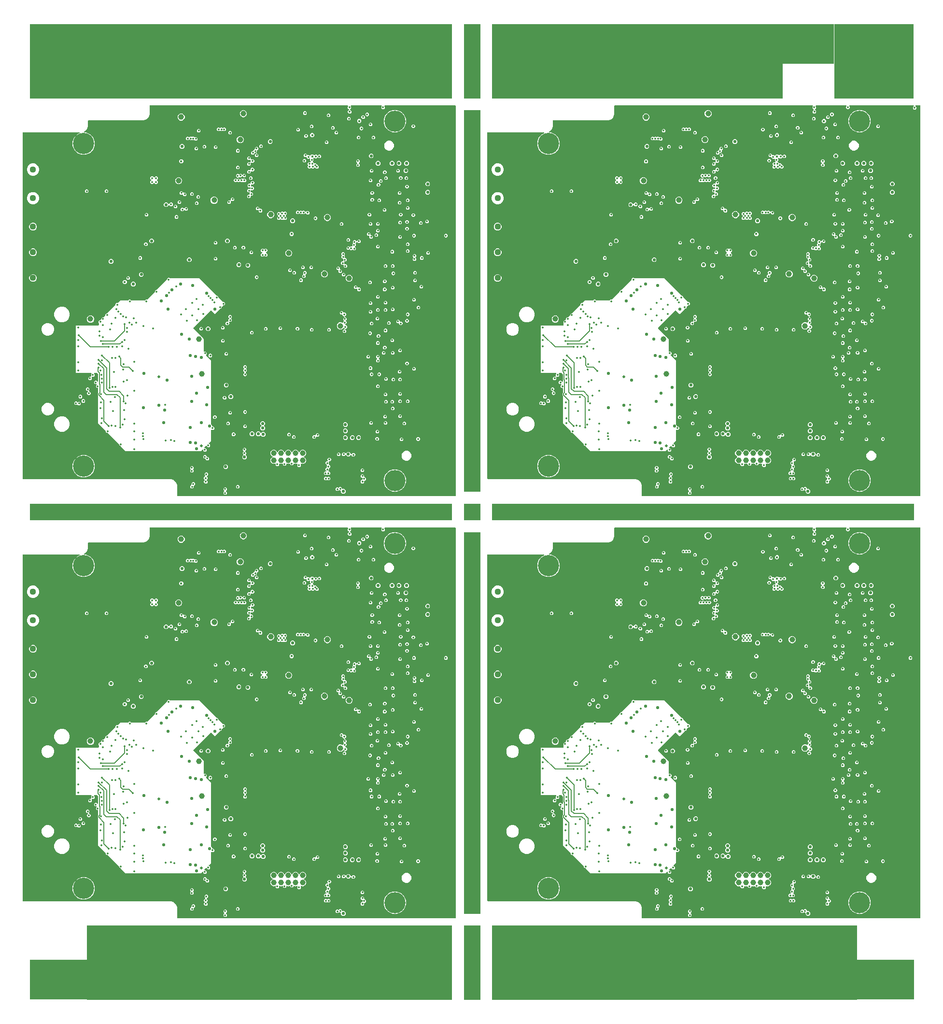
<source format=gbr>
G04 EAGLE Gerber RS-274X export*
G75*
%MOMM*%
%FSLAX34Y34*%
%LPD*%
%INCopper Layer 2*%
%IPPOS*%
%AMOC8*
5,1,8,0,0,1.08239X$1,22.5*%
G01*
%ADD10R,74.000000X13.000000*%
%ADD11R,9.000000X7.000000*%
%ADD12R,51.000000X13.000000*%
%ADD13R,14.000000X13.000000*%
%ADD14R,3.000000X13.000000*%
%ADD15R,3.000000X67.000000*%
%ADD16R,3.000000X3.000000*%
%ADD17R,74.000000X3.000000*%
%ADD18R,64.000000X13.000000*%
%ADD19R,10.000000X7.000000*%
%ADD20C,1.120000*%
%ADD21C,3.716000*%
%ADD22C,3.708400*%
%ADD23C,0.994000*%
%ADD24C,0.352400*%
%ADD25C,0.452400*%
%ADD26C,0.560000*%
%ADD27C,0.980000*%
%ADD28C,0.502400*%
%ADD29C,0.150000*%

G36*
X920429Y-27355D02*
X920429Y-27355D01*
X920493Y-27356D01*
X920568Y-27335D01*
X920644Y-27324D01*
X920703Y-27298D01*
X920765Y-27281D01*
X920831Y-27240D01*
X920901Y-27208D01*
X920950Y-27166D01*
X921005Y-27133D01*
X921057Y-27075D01*
X921115Y-27025D01*
X921151Y-26971D01*
X921194Y-26923D01*
X921227Y-26854D01*
X921270Y-26789D01*
X921289Y-26727D01*
X921317Y-26670D01*
X921328Y-26600D01*
X921352Y-26519D01*
X921353Y-26434D01*
X921364Y-26365D01*
X921364Y656365D01*
X921355Y656429D01*
X921356Y656493D01*
X921335Y656568D01*
X921324Y656644D01*
X921298Y656703D01*
X921281Y656765D01*
X921240Y656831D01*
X921208Y656901D01*
X921166Y656950D01*
X921133Y657005D01*
X921075Y657057D01*
X921025Y657115D01*
X920971Y657151D01*
X920923Y657194D01*
X920854Y657227D01*
X920789Y657270D01*
X920727Y657289D01*
X920670Y657317D01*
X920600Y657328D01*
X920519Y657352D01*
X920434Y657353D01*
X920365Y657364D01*
X797337Y657364D01*
X797305Y657360D01*
X797273Y657362D01*
X797166Y657340D01*
X797058Y657324D01*
X797028Y657311D01*
X796997Y657305D01*
X796900Y657253D01*
X796801Y657208D01*
X796776Y657187D01*
X796748Y657172D01*
X796670Y657096D01*
X796587Y657025D01*
X796569Y656998D01*
X796546Y656975D01*
X796492Y656881D01*
X796432Y656789D01*
X796423Y656758D01*
X796407Y656730D01*
X796382Y656624D01*
X796350Y656519D01*
X796349Y656487D01*
X796342Y656456D01*
X796347Y656346D01*
X796346Y656237D01*
X796355Y656206D01*
X796356Y656174D01*
X796392Y656071D01*
X796421Y655965D01*
X796438Y655938D01*
X796449Y655907D01*
X796502Y655834D01*
X796569Y655725D01*
X796605Y655693D01*
X796630Y655658D01*
X797033Y655256D01*
X797033Y652744D01*
X795256Y650967D01*
X792744Y650967D01*
X790967Y652744D01*
X790967Y655256D01*
X791370Y655658D01*
X791389Y655684D01*
X791413Y655705D01*
X791473Y655797D01*
X791539Y655884D01*
X791550Y655914D01*
X791568Y655941D01*
X791600Y656046D01*
X791638Y656148D01*
X791641Y656180D01*
X791650Y656211D01*
X791652Y656320D01*
X791660Y656429D01*
X791654Y656461D01*
X791654Y656493D01*
X791625Y656598D01*
X791603Y656705D01*
X791587Y656734D01*
X791579Y656765D01*
X791521Y656858D01*
X791470Y656954D01*
X791448Y656977D01*
X791431Y657005D01*
X791350Y657078D01*
X791273Y657156D01*
X791245Y657172D01*
X791221Y657194D01*
X791123Y657241D01*
X791028Y657295D01*
X790996Y657303D01*
X790968Y657317D01*
X790878Y657331D01*
X790753Y657360D01*
X790705Y657358D01*
X790663Y657364D01*
X738337Y657364D01*
X738305Y657360D01*
X738273Y657362D01*
X738166Y657340D01*
X738058Y657324D01*
X738028Y657311D01*
X737997Y657305D01*
X737900Y657253D01*
X737801Y657208D01*
X737776Y657187D01*
X737748Y657172D01*
X737670Y657096D01*
X737587Y657025D01*
X737569Y656998D01*
X737546Y656975D01*
X737492Y656881D01*
X737432Y656789D01*
X737423Y656758D01*
X737407Y656730D01*
X737382Y656624D01*
X737350Y656519D01*
X737349Y656487D01*
X737342Y656456D01*
X737347Y656346D01*
X737346Y656237D01*
X737355Y656206D01*
X737356Y656174D01*
X737392Y656071D01*
X737421Y655965D01*
X737438Y655938D01*
X737449Y655907D01*
X737502Y655834D01*
X737569Y655725D01*
X737605Y655693D01*
X737630Y655658D01*
X738033Y655256D01*
X738033Y652744D01*
X736396Y651107D01*
X736357Y651055D01*
X736311Y651010D01*
X736273Y650943D01*
X736226Y650881D01*
X736204Y650821D01*
X736172Y650765D01*
X736154Y650690D01*
X736127Y650617D01*
X736122Y650553D01*
X736107Y650491D01*
X736111Y650413D01*
X736105Y650336D01*
X736118Y650273D01*
X736121Y650209D01*
X736147Y650136D01*
X736163Y650060D01*
X736193Y650003D01*
X736214Y649942D01*
X736255Y649886D01*
X736295Y649811D01*
X736354Y649750D01*
X736396Y649693D01*
X738333Y647756D01*
X738333Y645244D01*
X736556Y643467D01*
X734044Y643467D01*
X732267Y645244D01*
X732267Y647756D01*
X733904Y649393D01*
X733943Y649445D01*
X733989Y649490D01*
X734027Y649557D01*
X734074Y649619D01*
X734096Y649679D01*
X734128Y649735D01*
X734146Y649810D01*
X734173Y649883D01*
X734178Y649947D01*
X734193Y650010D01*
X734189Y650087D01*
X734195Y650164D01*
X734182Y650227D01*
X734179Y650291D01*
X734153Y650364D01*
X734137Y650440D01*
X734107Y650497D01*
X734086Y650558D01*
X734045Y650614D01*
X734005Y650689D01*
X733954Y650742D01*
X733938Y650767D01*
X733924Y650780D01*
X733904Y650807D01*
X731967Y652744D01*
X731967Y655256D01*
X732370Y655658D01*
X732389Y655684D01*
X732413Y655705D01*
X732473Y655797D01*
X732539Y655884D01*
X732550Y655914D01*
X732568Y655941D01*
X732600Y656046D01*
X732638Y656148D01*
X732641Y656180D01*
X732650Y656211D01*
X732652Y656320D01*
X732660Y656429D01*
X732654Y656461D01*
X732654Y656493D01*
X732625Y656598D01*
X732603Y656705D01*
X732587Y656734D01*
X732579Y656765D01*
X732521Y656858D01*
X732470Y656954D01*
X732448Y656977D01*
X732431Y657005D01*
X732350Y657078D01*
X732273Y657156D01*
X732245Y657172D01*
X732221Y657194D01*
X732123Y657241D01*
X732028Y657295D01*
X731996Y657303D01*
X731968Y657317D01*
X731878Y657331D01*
X731753Y657360D01*
X731705Y657358D01*
X731663Y657364D01*
X385635Y657364D01*
X385571Y657355D01*
X385507Y657356D01*
X385432Y657335D01*
X385356Y657324D01*
X385297Y657298D01*
X385235Y657281D01*
X385169Y657240D01*
X385099Y657208D01*
X385050Y657166D01*
X384995Y657133D01*
X384943Y657075D01*
X384885Y657025D01*
X384849Y656971D01*
X384806Y656923D01*
X384773Y656854D01*
X384730Y656789D01*
X384711Y656727D01*
X384683Y656670D01*
X384672Y656600D01*
X384648Y656519D01*
X384647Y656434D01*
X384636Y656365D01*
X384636Y641487D01*
X382712Y636842D01*
X379158Y633288D01*
X374513Y631364D01*
X277635Y631364D01*
X277571Y631355D01*
X277507Y631356D01*
X277432Y631335D01*
X277356Y631324D01*
X277297Y631298D01*
X277235Y631281D01*
X277169Y631240D01*
X277099Y631208D01*
X277050Y631166D01*
X276995Y631133D01*
X276943Y631075D01*
X276885Y631025D01*
X276849Y630971D01*
X276806Y630923D01*
X276773Y630854D01*
X276730Y630789D01*
X276711Y630727D01*
X276683Y630670D01*
X276672Y630600D01*
X276648Y630519D01*
X276647Y630434D01*
X276636Y630365D01*
X276636Y620487D01*
X274712Y615842D01*
X271158Y612288D01*
X270470Y612003D01*
X270395Y611959D01*
X270316Y611923D01*
X270274Y611887D01*
X270227Y611860D01*
X270168Y611796D01*
X270102Y611740D01*
X270072Y611694D01*
X270034Y611654D01*
X269995Y611577D01*
X269947Y611504D01*
X269931Y611451D01*
X269907Y611402D01*
X269890Y611317D01*
X269865Y611234D01*
X269864Y611179D01*
X269854Y611125D01*
X269863Y611039D01*
X269861Y610952D01*
X269876Y610899D01*
X269881Y610845D01*
X269913Y610764D01*
X269937Y610680D01*
X269965Y610633D01*
X269986Y610583D01*
X270039Y610514D01*
X270085Y610440D01*
X270125Y610404D01*
X270159Y610360D01*
X270230Y610309D01*
X270294Y610251D01*
X270343Y610227D01*
X270388Y610195D01*
X270470Y610166D01*
X270548Y610128D01*
X270598Y610120D01*
X270654Y610101D01*
X270767Y610094D01*
X270852Y610081D01*
X272895Y610081D01*
X280092Y607100D01*
X285600Y601592D01*
X288581Y594395D01*
X288581Y586605D01*
X285600Y579408D01*
X280092Y573900D01*
X272895Y570919D01*
X265105Y570919D01*
X257908Y573900D01*
X252400Y579408D01*
X249419Y586605D01*
X249419Y594395D01*
X252400Y601592D01*
X257908Y607100D01*
X261149Y608442D01*
X261223Y608486D01*
X261302Y608522D01*
X261344Y608557D01*
X261391Y608585D01*
X261451Y608649D01*
X261517Y608705D01*
X261547Y608751D01*
X261584Y608791D01*
X261623Y608868D01*
X261671Y608941D01*
X261687Y608994D01*
X261712Y609043D01*
X261728Y609128D01*
X261753Y609211D01*
X261754Y609266D01*
X261764Y609320D01*
X261756Y609406D01*
X261757Y609493D01*
X261743Y609546D01*
X261737Y609600D01*
X261705Y609681D01*
X261682Y609765D01*
X261653Y609812D01*
X261633Y609862D01*
X261579Y609931D01*
X261534Y610005D01*
X261493Y610041D01*
X261459Y610085D01*
X261389Y610136D01*
X261324Y610194D01*
X261275Y610218D01*
X261231Y610250D01*
X261149Y610279D01*
X261071Y610317D01*
X261020Y610325D01*
X260965Y610344D01*
X260851Y610351D01*
X260766Y610364D01*
X162635Y610364D01*
X162571Y610355D01*
X162507Y610356D01*
X162432Y610335D01*
X162356Y610324D01*
X162297Y610298D01*
X162235Y610281D01*
X162169Y610240D01*
X162099Y610208D01*
X162050Y610166D01*
X161995Y610133D01*
X161943Y610075D01*
X161885Y610025D01*
X161849Y609971D01*
X161806Y609923D01*
X161773Y609854D01*
X161730Y609789D01*
X161711Y609727D01*
X161683Y609670D01*
X161672Y609600D01*
X161648Y609519D01*
X161647Y609434D01*
X161636Y609365D01*
X161636Y3635D01*
X161645Y3571D01*
X161644Y3507D01*
X161665Y3432D01*
X161676Y3356D01*
X161702Y3297D01*
X161719Y3235D01*
X161760Y3169D01*
X161792Y3099D01*
X161834Y3050D01*
X161867Y2995D01*
X161925Y2943D01*
X161975Y2885D01*
X162029Y2849D01*
X162077Y2806D01*
X162146Y2773D01*
X162211Y2730D01*
X162273Y2711D01*
X162330Y2683D01*
X162400Y2672D01*
X162481Y2648D01*
X162566Y2647D01*
X162635Y2636D01*
X422513Y2636D01*
X427158Y712D01*
X430712Y-2842D01*
X432636Y-7487D01*
X432636Y-26365D01*
X432645Y-26429D01*
X432644Y-26493D01*
X432665Y-26568D01*
X432676Y-26644D01*
X432702Y-26703D01*
X432719Y-26765D01*
X432760Y-26831D01*
X432792Y-26901D01*
X432834Y-26950D01*
X432867Y-27005D01*
X432925Y-27057D01*
X432975Y-27115D01*
X433029Y-27151D01*
X433077Y-27194D01*
X433146Y-27227D01*
X433211Y-27270D01*
X433273Y-27289D01*
X433330Y-27317D01*
X433400Y-27328D01*
X433481Y-27352D01*
X433566Y-27353D01*
X433635Y-27364D01*
X920365Y-27364D01*
X920429Y-27355D01*
G37*
G36*
X105429Y712645D02*
X105429Y712645D01*
X105493Y712644D01*
X105568Y712665D01*
X105644Y712676D01*
X105703Y712702D01*
X105765Y712719D01*
X105831Y712760D01*
X105901Y712792D01*
X105950Y712834D01*
X106005Y712867D01*
X106057Y712925D01*
X106115Y712975D01*
X106151Y713029D01*
X106194Y713077D01*
X106227Y713146D01*
X106270Y713211D01*
X106289Y713273D01*
X106317Y713330D01*
X106328Y713400D01*
X106352Y713481D01*
X106353Y713566D01*
X106364Y713635D01*
X106364Y1396365D01*
X106355Y1396429D01*
X106356Y1396493D01*
X106335Y1396568D01*
X106324Y1396644D01*
X106298Y1396703D01*
X106281Y1396765D01*
X106240Y1396831D01*
X106208Y1396901D01*
X106166Y1396950D01*
X106133Y1397005D01*
X106075Y1397057D01*
X106025Y1397115D01*
X105971Y1397151D01*
X105923Y1397194D01*
X105854Y1397227D01*
X105789Y1397270D01*
X105727Y1397289D01*
X105670Y1397317D01*
X105600Y1397328D01*
X105519Y1397352D01*
X105434Y1397353D01*
X105365Y1397364D01*
X-17663Y1397364D01*
X-17695Y1397360D01*
X-17727Y1397362D01*
X-17834Y1397340D01*
X-17942Y1397324D01*
X-17972Y1397311D01*
X-18003Y1397305D01*
X-18100Y1397253D01*
X-18199Y1397208D01*
X-18224Y1397187D01*
X-18252Y1397172D01*
X-18330Y1397096D01*
X-18413Y1397025D01*
X-18431Y1396998D01*
X-18454Y1396975D01*
X-18508Y1396881D01*
X-18568Y1396789D01*
X-18577Y1396758D01*
X-18593Y1396730D01*
X-18618Y1396624D01*
X-18650Y1396519D01*
X-18651Y1396487D01*
X-18658Y1396456D01*
X-18653Y1396346D01*
X-18654Y1396237D01*
X-18645Y1396206D01*
X-18644Y1396174D01*
X-18608Y1396071D01*
X-18579Y1395965D01*
X-18562Y1395938D01*
X-18551Y1395907D01*
X-18498Y1395834D01*
X-18431Y1395725D01*
X-18395Y1395693D01*
X-18370Y1395658D01*
X-17967Y1395256D01*
X-17967Y1392744D01*
X-19744Y1390967D01*
X-22256Y1390967D01*
X-24033Y1392744D01*
X-24033Y1395256D01*
X-23630Y1395658D01*
X-23611Y1395684D01*
X-23587Y1395705D01*
X-23527Y1395797D01*
X-23461Y1395884D01*
X-23450Y1395914D01*
X-23432Y1395941D01*
X-23400Y1396046D01*
X-23362Y1396148D01*
X-23359Y1396180D01*
X-23350Y1396211D01*
X-23348Y1396320D01*
X-23340Y1396429D01*
X-23346Y1396461D01*
X-23346Y1396493D01*
X-23375Y1396598D01*
X-23397Y1396705D01*
X-23413Y1396734D01*
X-23421Y1396765D01*
X-23479Y1396858D01*
X-23530Y1396954D01*
X-23552Y1396977D01*
X-23569Y1397005D01*
X-23650Y1397078D01*
X-23727Y1397156D01*
X-23755Y1397172D01*
X-23779Y1397194D01*
X-23877Y1397241D01*
X-23972Y1397295D01*
X-24004Y1397303D01*
X-24032Y1397317D01*
X-24122Y1397331D01*
X-24247Y1397360D01*
X-24295Y1397358D01*
X-24337Y1397364D01*
X-76663Y1397364D01*
X-76695Y1397360D01*
X-76727Y1397362D01*
X-76834Y1397340D01*
X-76942Y1397324D01*
X-76972Y1397311D01*
X-77003Y1397305D01*
X-77100Y1397253D01*
X-77199Y1397208D01*
X-77224Y1397187D01*
X-77252Y1397172D01*
X-77330Y1397096D01*
X-77413Y1397025D01*
X-77431Y1396998D01*
X-77454Y1396975D01*
X-77508Y1396881D01*
X-77568Y1396789D01*
X-77577Y1396758D01*
X-77593Y1396730D01*
X-77618Y1396624D01*
X-77650Y1396519D01*
X-77651Y1396487D01*
X-77658Y1396456D01*
X-77653Y1396346D01*
X-77654Y1396237D01*
X-77645Y1396206D01*
X-77644Y1396174D01*
X-77608Y1396071D01*
X-77579Y1395965D01*
X-77562Y1395938D01*
X-77551Y1395907D01*
X-77498Y1395834D01*
X-77431Y1395725D01*
X-77395Y1395693D01*
X-77370Y1395658D01*
X-76967Y1395256D01*
X-76967Y1392744D01*
X-78604Y1391107D01*
X-78643Y1391055D01*
X-78689Y1391010D01*
X-78727Y1390943D01*
X-78774Y1390881D01*
X-78796Y1390821D01*
X-78828Y1390765D01*
X-78846Y1390690D01*
X-78873Y1390617D01*
X-78878Y1390553D01*
X-78893Y1390491D01*
X-78889Y1390413D01*
X-78895Y1390336D01*
X-78882Y1390273D01*
X-78879Y1390209D01*
X-78853Y1390136D01*
X-78837Y1390060D01*
X-78807Y1390003D01*
X-78786Y1389942D01*
X-78745Y1389886D01*
X-78705Y1389811D01*
X-78646Y1389750D01*
X-78604Y1389693D01*
X-76667Y1387756D01*
X-76667Y1385244D01*
X-78444Y1383467D01*
X-80956Y1383467D01*
X-82733Y1385244D01*
X-82733Y1387756D01*
X-81096Y1389393D01*
X-81057Y1389445D01*
X-81011Y1389490D01*
X-80973Y1389557D01*
X-80926Y1389619D01*
X-80904Y1389679D01*
X-80872Y1389735D01*
X-80854Y1389810D01*
X-80827Y1389883D01*
X-80822Y1389947D01*
X-80807Y1390010D01*
X-80811Y1390087D01*
X-80805Y1390164D01*
X-80818Y1390227D01*
X-80821Y1390291D01*
X-80847Y1390364D01*
X-80863Y1390440D01*
X-80893Y1390497D01*
X-80914Y1390558D01*
X-80955Y1390614D01*
X-80995Y1390689D01*
X-81046Y1390742D01*
X-81062Y1390767D01*
X-81076Y1390780D01*
X-81096Y1390807D01*
X-83033Y1392744D01*
X-83033Y1395256D01*
X-82630Y1395658D01*
X-82611Y1395684D01*
X-82587Y1395705D01*
X-82527Y1395797D01*
X-82461Y1395884D01*
X-82450Y1395914D01*
X-82432Y1395941D01*
X-82400Y1396046D01*
X-82362Y1396148D01*
X-82359Y1396180D01*
X-82350Y1396211D01*
X-82348Y1396320D01*
X-82340Y1396429D01*
X-82346Y1396461D01*
X-82346Y1396493D01*
X-82375Y1396598D01*
X-82397Y1396705D01*
X-82413Y1396734D01*
X-82421Y1396765D01*
X-82479Y1396858D01*
X-82530Y1396954D01*
X-82552Y1396977D01*
X-82569Y1397005D01*
X-82650Y1397078D01*
X-82727Y1397156D01*
X-82755Y1397172D01*
X-82779Y1397194D01*
X-82877Y1397241D01*
X-82972Y1397295D01*
X-83004Y1397303D01*
X-83032Y1397317D01*
X-83122Y1397331D01*
X-83247Y1397360D01*
X-83295Y1397358D01*
X-83337Y1397364D01*
X-429365Y1397364D01*
X-429429Y1397355D01*
X-429493Y1397356D01*
X-429568Y1397335D01*
X-429644Y1397324D01*
X-429703Y1397298D01*
X-429765Y1397281D01*
X-429831Y1397240D01*
X-429901Y1397208D01*
X-429950Y1397166D01*
X-430005Y1397133D01*
X-430057Y1397075D01*
X-430115Y1397025D01*
X-430151Y1396971D01*
X-430194Y1396923D01*
X-430227Y1396854D01*
X-430270Y1396789D01*
X-430289Y1396727D01*
X-430317Y1396670D01*
X-430328Y1396600D01*
X-430352Y1396519D01*
X-430353Y1396434D01*
X-430364Y1396365D01*
X-430364Y1381487D01*
X-432288Y1376842D01*
X-435842Y1373288D01*
X-440487Y1371364D01*
X-537365Y1371364D01*
X-537429Y1371355D01*
X-537493Y1371356D01*
X-537568Y1371335D01*
X-537644Y1371324D01*
X-537703Y1371298D01*
X-537765Y1371281D01*
X-537831Y1371240D01*
X-537901Y1371208D01*
X-537950Y1371166D01*
X-538005Y1371133D01*
X-538057Y1371075D01*
X-538115Y1371025D01*
X-538151Y1370971D01*
X-538194Y1370923D01*
X-538227Y1370854D01*
X-538270Y1370789D01*
X-538289Y1370727D01*
X-538317Y1370670D01*
X-538328Y1370600D01*
X-538352Y1370519D01*
X-538353Y1370434D01*
X-538364Y1370365D01*
X-538364Y1360487D01*
X-540288Y1355842D01*
X-543842Y1352288D01*
X-544530Y1352003D01*
X-544605Y1351959D01*
X-544684Y1351923D01*
X-544725Y1351888D01*
X-544773Y1351860D01*
X-544832Y1351796D01*
X-544898Y1351740D01*
X-544928Y1351694D01*
X-544966Y1351654D01*
X-545005Y1351577D01*
X-545052Y1351504D01*
X-545069Y1351451D01*
X-545093Y1351402D01*
X-545110Y1351317D01*
X-545135Y1351234D01*
X-545136Y1351179D01*
X-545146Y1351125D01*
X-545137Y1351039D01*
X-545139Y1350952D01*
X-545124Y1350899D01*
X-545119Y1350845D01*
X-545087Y1350764D01*
X-545063Y1350680D01*
X-545035Y1350633D01*
X-545014Y1350583D01*
X-544961Y1350514D01*
X-544915Y1350440D01*
X-544875Y1350404D01*
X-544841Y1350360D01*
X-544770Y1350309D01*
X-544706Y1350251D01*
X-544657Y1350227D01*
X-544612Y1350195D01*
X-544530Y1350166D01*
X-544452Y1350128D01*
X-544402Y1350120D01*
X-544346Y1350101D01*
X-544233Y1350094D01*
X-544148Y1350081D01*
X-542105Y1350081D01*
X-534908Y1347100D01*
X-529400Y1341592D01*
X-526419Y1334395D01*
X-526419Y1326605D01*
X-529400Y1319408D01*
X-534908Y1313900D01*
X-542105Y1310919D01*
X-549895Y1310919D01*
X-557092Y1313900D01*
X-562600Y1319408D01*
X-565581Y1326605D01*
X-565581Y1334395D01*
X-562600Y1341592D01*
X-557092Y1347100D01*
X-553851Y1348442D01*
X-553777Y1348486D01*
X-553698Y1348522D01*
X-553656Y1348557D01*
X-553609Y1348585D01*
X-553549Y1348649D01*
X-553483Y1348705D01*
X-553453Y1348751D01*
X-553416Y1348791D01*
X-553377Y1348868D01*
X-553329Y1348941D01*
X-553313Y1348994D01*
X-553288Y1349043D01*
X-553272Y1349128D01*
X-553247Y1349211D01*
X-553246Y1349266D01*
X-553236Y1349320D01*
X-553244Y1349406D01*
X-553243Y1349493D01*
X-553257Y1349546D01*
X-553263Y1349600D01*
X-553295Y1349681D01*
X-553318Y1349765D01*
X-553347Y1349812D01*
X-553367Y1349862D01*
X-553421Y1349931D01*
X-553466Y1350005D01*
X-553507Y1350041D01*
X-553541Y1350085D01*
X-553611Y1350136D01*
X-553676Y1350194D01*
X-553725Y1350218D01*
X-553769Y1350250D01*
X-553851Y1350279D01*
X-553929Y1350317D01*
X-553980Y1350325D01*
X-554035Y1350344D01*
X-554149Y1350351D01*
X-554234Y1350364D01*
X-652365Y1350364D01*
X-652429Y1350355D01*
X-652493Y1350356D01*
X-652568Y1350335D01*
X-652644Y1350324D01*
X-652703Y1350298D01*
X-652765Y1350281D01*
X-652831Y1350240D01*
X-652901Y1350208D01*
X-652950Y1350166D01*
X-653005Y1350133D01*
X-653057Y1350075D01*
X-653115Y1350025D01*
X-653151Y1349971D01*
X-653194Y1349923D01*
X-653227Y1349854D01*
X-653270Y1349789D01*
X-653289Y1349727D01*
X-653317Y1349670D01*
X-653328Y1349600D01*
X-653352Y1349519D01*
X-653353Y1349434D01*
X-653364Y1349365D01*
X-653364Y743635D01*
X-653355Y743571D01*
X-653356Y743507D01*
X-653335Y743432D01*
X-653324Y743356D01*
X-653298Y743297D01*
X-653281Y743235D01*
X-653240Y743169D01*
X-653208Y743099D01*
X-653166Y743050D01*
X-653133Y742995D01*
X-653075Y742943D01*
X-653025Y742885D01*
X-652971Y742849D01*
X-652923Y742806D01*
X-652854Y742773D01*
X-652789Y742730D01*
X-652727Y742711D01*
X-652670Y742683D01*
X-652600Y742672D01*
X-652519Y742648D01*
X-652434Y742647D01*
X-652365Y742636D01*
X-392487Y742636D01*
X-387842Y740712D01*
X-384288Y737158D01*
X-382364Y732513D01*
X-382364Y713635D01*
X-382355Y713571D01*
X-382356Y713507D01*
X-382335Y713432D01*
X-382324Y713356D01*
X-382298Y713297D01*
X-382281Y713235D01*
X-382240Y713169D01*
X-382208Y713099D01*
X-382166Y713050D01*
X-382133Y712995D01*
X-382075Y712943D01*
X-382025Y712885D01*
X-381971Y712849D01*
X-381923Y712806D01*
X-381854Y712773D01*
X-381789Y712730D01*
X-381727Y712711D01*
X-381670Y712683D01*
X-381600Y712672D01*
X-381519Y712648D01*
X-381434Y712647D01*
X-381365Y712636D01*
X105365Y712636D01*
X105429Y712645D01*
G37*
G36*
X105429Y-27355D02*
X105429Y-27355D01*
X105493Y-27356D01*
X105568Y-27335D01*
X105644Y-27324D01*
X105703Y-27298D01*
X105765Y-27281D01*
X105831Y-27240D01*
X105901Y-27208D01*
X105950Y-27166D01*
X106005Y-27133D01*
X106057Y-27075D01*
X106115Y-27025D01*
X106151Y-26971D01*
X106194Y-26923D01*
X106227Y-26854D01*
X106270Y-26789D01*
X106289Y-26727D01*
X106317Y-26670D01*
X106328Y-26600D01*
X106352Y-26519D01*
X106353Y-26434D01*
X106364Y-26365D01*
X106364Y656365D01*
X106355Y656429D01*
X106356Y656493D01*
X106335Y656568D01*
X106324Y656644D01*
X106298Y656703D01*
X106281Y656765D01*
X106240Y656831D01*
X106208Y656901D01*
X106166Y656950D01*
X106133Y657005D01*
X106075Y657057D01*
X106025Y657115D01*
X105971Y657151D01*
X105923Y657194D01*
X105854Y657227D01*
X105789Y657270D01*
X105727Y657289D01*
X105670Y657317D01*
X105600Y657328D01*
X105519Y657352D01*
X105434Y657353D01*
X105365Y657364D01*
X-17663Y657364D01*
X-17695Y657360D01*
X-17727Y657362D01*
X-17834Y657340D01*
X-17942Y657324D01*
X-17972Y657311D01*
X-18003Y657305D01*
X-18100Y657253D01*
X-18199Y657208D01*
X-18224Y657187D01*
X-18252Y657172D01*
X-18330Y657096D01*
X-18413Y657025D01*
X-18431Y656998D01*
X-18454Y656975D01*
X-18508Y656881D01*
X-18568Y656789D01*
X-18577Y656758D01*
X-18593Y656730D01*
X-18618Y656624D01*
X-18650Y656519D01*
X-18651Y656487D01*
X-18658Y656456D01*
X-18653Y656346D01*
X-18654Y656237D01*
X-18645Y656206D01*
X-18644Y656174D01*
X-18608Y656071D01*
X-18579Y655965D01*
X-18562Y655938D01*
X-18551Y655907D01*
X-18498Y655834D01*
X-18431Y655725D01*
X-18395Y655693D01*
X-18370Y655658D01*
X-17967Y655256D01*
X-17967Y652744D01*
X-19744Y650967D01*
X-22256Y650967D01*
X-24033Y652744D01*
X-24033Y655256D01*
X-23630Y655658D01*
X-23611Y655684D01*
X-23587Y655705D01*
X-23527Y655797D01*
X-23461Y655884D01*
X-23450Y655914D01*
X-23432Y655941D01*
X-23400Y656046D01*
X-23362Y656148D01*
X-23359Y656180D01*
X-23350Y656211D01*
X-23348Y656320D01*
X-23340Y656429D01*
X-23346Y656461D01*
X-23346Y656493D01*
X-23375Y656598D01*
X-23397Y656705D01*
X-23413Y656734D01*
X-23421Y656765D01*
X-23479Y656858D01*
X-23530Y656954D01*
X-23552Y656977D01*
X-23569Y657005D01*
X-23650Y657078D01*
X-23727Y657156D01*
X-23755Y657172D01*
X-23779Y657194D01*
X-23877Y657241D01*
X-23972Y657295D01*
X-24004Y657303D01*
X-24032Y657317D01*
X-24122Y657331D01*
X-24247Y657360D01*
X-24295Y657358D01*
X-24337Y657364D01*
X-76663Y657364D01*
X-76695Y657360D01*
X-76727Y657362D01*
X-76834Y657340D01*
X-76942Y657324D01*
X-76972Y657311D01*
X-77003Y657305D01*
X-77100Y657253D01*
X-77199Y657208D01*
X-77224Y657187D01*
X-77252Y657172D01*
X-77330Y657096D01*
X-77413Y657025D01*
X-77431Y656998D01*
X-77454Y656975D01*
X-77508Y656881D01*
X-77568Y656789D01*
X-77577Y656758D01*
X-77593Y656730D01*
X-77618Y656624D01*
X-77650Y656519D01*
X-77651Y656487D01*
X-77658Y656456D01*
X-77653Y656346D01*
X-77654Y656237D01*
X-77645Y656206D01*
X-77644Y656174D01*
X-77608Y656071D01*
X-77579Y655965D01*
X-77562Y655938D01*
X-77551Y655907D01*
X-77498Y655834D01*
X-77431Y655725D01*
X-77395Y655693D01*
X-77370Y655658D01*
X-76967Y655256D01*
X-76967Y652744D01*
X-78604Y651107D01*
X-78643Y651055D01*
X-78689Y651010D01*
X-78727Y650943D01*
X-78774Y650881D01*
X-78796Y650821D01*
X-78828Y650765D01*
X-78846Y650690D01*
X-78873Y650617D01*
X-78878Y650553D01*
X-78893Y650491D01*
X-78889Y650413D01*
X-78895Y650336D01*
X-78882Y650273D01*
X-78879Y650209D01*
X-78853Y650136D01*
X-78837Y650060D01*
X-78807Y650003D01*
X-78786Y649942D01*
X-78745Y649886D01*
X-78705Y649811D01*
X-78646Y649750D01*
X-78604Y649693D01*
X-76667Y647756D01*
X-76667Y645244D01*
X-78444Y643467D01*
X-80956Y643467D01*
X-82733Y645244D01*
X-82733Y647756D01*
X-81096Y649393D01*
X-81057Y649445D01*
X-81011Y649490D01*
X-80973Y649557D01*
X-80926Y649619D01*
X-80904Y649679D01*
X-80872Y649735D01*
X-80854Y649810D01*
X-80827Y649883D01*
X-80822Y649947D01*
X-80807Y650010D01*
X-80811Y650087D01*
X-80805Y650164D01*
X-80818Y650227D01*
X-80821Y650291D01*
X-80847Y650364D01*
X-80863Y650440D01*
X-80893Y650497D01*
X-80914Y650558D01*
X-80955Y650614D01*
X-80995Y650689D01*
X-81046Y650742D01*
X-81062Y650767D01*
X-81076Y650780D01*
X-81096Y650807D01*
X-83033Y652744D01*
X-83033Y655256D01*
X-82630Y655658D01*
X-82611Y655684D01*
X-82587Y655705D01*
X-82527Y655797D01*
X-82461Y655884D01*
X-82450Y655914D01*
X-82432Y655941D01*
X-82400Y656046D01*
X-82362Y656148D01*
X-82359Y656180D01*
X-82350Y656211D01*
X-82348Y656320D01*
X-82340Y656429D01*
X-82346Y656461D01*
X-82346Y656493D01*
X-82375Y656598D01*
X-82397Y656705D01*
X-82413Y656734D01*
X-82421Y656765D01*
X-82479Y656858D01*
X-82530Y656954D01*
X-82552Y656977D01*
X-82569Y657005D01*
X-82650Y657078D01*
X-82727Y657156D01*
X-82755Y657172D01*
X-82779Y657194D01*
X-82877Y657241D01*
X-82972Y657295D01*
X-83004Y657303D01*
X-83032Y657317D01*
X-83122Y657331D01*
X-83247Y657360D01*
X-83295Y657358D01*
X-83337Y657364D01*
X-429365Y657364D01*
X-429429Y657355D01*
X-429493Y657356D01*
X-429568Y657335D01*
X-429644Y657324D01*
X-429703Y657298D01*
X-429765Y657281D01*
X-429831Y657240D01*
X-429901Y657208D01*
X-429950Y657166D01*
X-430005Y657133D01*
X-430057Y657075D01*
X-430115Y657025D01*
X-430151Y656971D01*
X-430194Y656923D01*
X-430227Y656854D01*
X-430270Y656789D01*
X-430289Y656727D01*
X-430317Y656670D01*
X-430328Y656600D01*
X-430352Y656519D01*
X-430353Y656434D01*
X-430364Y656365D01*
X-430364Y641487D01*
X-432288Y636842D01*
X-435842Y633288D01*
X-440487Y631364D01*
X-537365Y631364D01*
X-537429Y631355D01*
X-537493Y631356D01*
X-537568Y631335D01*
X-537644Y631324D01*
X-537703Y631298D01*
X-537765Y631281D01*
X-537831Y631240D01*
X-537901Y631208D01*
X-537950Y631166D01*
X-538005Y631133D01*
X-538057Y631075D01*
X-538115Y631025D01*
X-538151Y630971D01*
X-538194Y630923D01*
X-538227Y630854D01*
X-538270Y630789D01*
X-538289Y630727D01*
X-538317Y630670D01*
X-538328Y630600D01*
X-538352Y630519D01*
X-538353Y630434D01*
X-538364Y630365D01*
X-538364Y620487D01*
X-540288Y615842D01*
X-543842Y612288D01*
X-544530Y612003D01*
X-544605Y611959D01*
X-544684Y611923D01*
X-544726Y611887D01*
X-544773Y611860D01*
X-544832Y611796D01*
X-544898Y611740D01*
X-544928Y611694D01*
X-544966Y611654D01*
X-545005Y611577D01*
X-545053Y611504D01*
X-545069Y611451D01*
X-545093Y611402D01*
X-545110Y611317D01*
X-545135Y611234D01*
X-545136Y611179D01*
X-545146Y611125D01*
X-545137Y611039D01*
X-545139Y610952D01*
X-545124Y610899D01*
X-545119Y610845D01*
X-545087Y610764D01*
X-545063Y610680D01*
X-545035Y610633D01*
X-545014Y610583D01*
X-544961Y610514D01*
X-544915Y610440D01*
X-544875Y610404D01*
X-544841Y610360D01*
X-544770Y610309D01*
X-544706Y610251D01*
X-544657Y610227D01*
X-544612Y610195D01*
X-544530Y610166D01*
X-544452Y610128D01*
X-544402Y610120D01*
X-544346Y610101D01*
X-544233Y610094D01*
X-544148Y610081D01*
X-542105Y610081D01*
X-534908Y607100D01*
X-529400Y601592D01*
X-526419Y594395D01*
X-526419Y586605D01*
X-529400Y579408D01*
X-534908Y573900D01*
X-542105Y570919D01*
X-549895Y570919D01*
X-557092Y573900D01*
X-562600Y579408D01*
X-565581Y586605D01*
X-565581Y594395D01*
X-562600Y601592D01*
X-557092Y607100D01*
X-553851Y608442D01*
X-553777Y608486D01*
X-553698Y608522D01*
X-553656Y608557D01*
X-553609Y608585D01*
X-553549Y608649D01*
X-553483Y608705D01*
X-553453Y608751D01*
X-553416Y608791D01*
X-553377Y608868D01*
X-553329Y608941D01*
X-553313Y608994D01*
X-553288Y609043D01*
X-553272Y609128D01*
X-553247Y609211D01*
X-553246Y609266D01*
X-553236Y609320D01*
X-553244Y609406D01*
X-553243Y609493D01*
X-553257Y609546D01*
X-553263Y609600D01*
X-553295Y609681D01*
X-553318Y609765D01*
X-553347Y609812D01*
X-553367Y609862D01*
X-553420Y609931D01*
X-553466Y610005D01*
X-553507Y610042D01*
X-553541Y610085D01*
X-553611Y610135D01*
X-553675Y610194D01*
X-553725Y610218D01*
X-553769Y610250D01*
X-553851Y610279D01*
X-553929Y610317D01*
X-553980Y610325D01*
X-554035Y610344D01*
X-554149Y610351D01*
X-554234Y610364D01*
X-652365Y610364D01*
X-652429Y610355D01*
X-652493Y610356D01*
X-652568Y610335D01*
X-652644Y610324D01*
X-652703Y610298D01*
X-652765Y610281D01*
X-652831Y610240D01*
X-652901Y610208D01*
X-652950Y610166D01*
X-653005Y610133D01*
X-653057Y610075D01*
X-653115Y610025D01*
X-653151Y609971D01*
X-653194Y609923D01*
X-653227Y609854D01*
X-653270Y609789D01*
X-653289Y609727D01*
X-653317Y609670D01*
X-653328Y609600D01*
X-653352Y609519D01*
X-653353Y609434D01*
X-653364Y609365D01*
X-653364Y3635D01*
X-653355Y3571D01*
X-653356Y3507D01*
X-653335Y3432D01*
X-653324Y3356D01*
X-653298Y3297D01*
X-653281Y3235D01*
X-653240Y3169D01*
X-653208Y3099D01*
X-653166Y3050D01*
X-653133Y2995D01*
X-653075Y2943D01*
X-653025Y2885D01*
X-652971Y2849D01*
X-652923Y2806D01*
X-652854Y2773D01*
X-652789Y2730D01*
X-652727Y2711D01*
X-652670Y2683D01*
X-652600Y2672D01*
X-652519Y2648D01*
X-652434Y2647D01*
X-652365Y2636D01*
X-392487Y2636D01*
X-387842Y712D01*
X-384288Y-2842D01*
X-382364Y-7487D01*
X-382364Y-26365D01*
X-382355Y-26429D01*
X-382356Y-26493D01*
X-382335Y-26568D01*
X-382324Y-26644D01*
X-382298Y-26703D01*
X-382281Y-26765D01*
X-382240Y-26831D01*
X-382208Y-26901D01*
X-382166Y-26950D01*
X-382133Y-27005D01*
X-382075Y-27057D01*
X-382025Y-27115D01*
X-381971Y-27151D01*
X-381923Y-27194D01*
X-381854Y-27227D01*
X-381789Y-27270D01*
X-381727Y-27289D01*
X-381670Y-27317D01*
X-381600Y-27328D01*
X-381519Y-27352D01*
X-381434Y-27353D01*
X-381365Y-27364D01*
X105365Y-27364D01*
X105429Y-27355D01*
G37*
G36*
X920429Y712645D02*
X920429Y712645D01*
X920493Y712644D01*
X920568Y712665D01*
X920644Y712676D01*
X920703Y712702D01*
X920765Y712719D01*
X920831Y712760D01*
X920901Y712792D01*
X920950Y712834D01*
X921005Y712867D01*
X921057Y712925D01*
X921115Y712975D01*
X921151Y713029D01*
X921194Y713077D01*
X921227Y713146D01*
X921270Y713211D01*
X921289Y713273D01*
X921317Y713330D01*
X921328Y713400D01*
X921352Y713481D01*
X921353Y713566D01*
X921364Y713635D01*
X921364Y1396365D01*
X921355Y1396429D01*
X921356Y1396493D01*
X921335Y1396568D01*
X921324Y1396644D01*
X921298Y1396703D01*
X921281Y1396765D01*
X921240Y1396831D01*
X921208Y1396901D01*
X921166Y1396950D01*
X921133Y1397005D01*
X921075Y1397057D01*
X921025Y1397115D01*
X920971Y1397151D01*
X920923Y1397194D01*
X920854Y1397227D01*
X920789Y1397270D01*
X920727Y1397289D01*
X920670Y1397317D01*
X920600Y1397328D01*
X920519Y1397352D01*
X920434Y1397353D01*
X920365Y1397364D01*
X913337Y1397364D01*
X913305Y1397360D01*
X913273Y1397362D01*
X913166Y1397340D01*
X913058Y1397324D01*
X913028Y1397311D01*
X912997Y1397305D01*
X912900Y1397253D01*
X912801Y1397208D01*
X912776Y1397187D01*
X912748Y1397172D01*
X912670Y1397096D01*
X912587Y1397025D01*
X912569Y1396998D01*
X912546Y1396975D01*
X912492Y1396880D01*
X912432Y1396789D01*
X912423Y1396758D01*
X912407Y1396730D01*
X912382Y1396624D01*
X912350Y1396519D01*
X912349Y1396487D01*
X912342Y1396456D01*
X912347Y1396346D01*
X912346Y1396237D01*
X912355Y1396206D01*
X912356Y1396174D01*
X912392Y1396071D01*
X912421Y1395965D01*
X912438Y1395938D01*
X912449Y1395907D01*
X912502Y1395834D01*
X912569Y1395725D01*
X912605Y1395693D01*
X912630Y1395658D01*
X914033Y1394256D01*
X914033Y1391744D01*
X912256Y1389967D01*
X909744Y1389967D01*
X907967Y1391744D01*
X907967Y1394256D01*
X909370Y1395658D01*
X909389Y1395684D01*
X909413Y1395705D01*
X909473Y1395797D01*
X909539Y1395884D01*
X909550Y1395914D01*
X909568Y1395941D01*
X909600Y1396046D01*
X909638Y1396148D01*
X909641Y1396180D01*
X909650Y1396211D01*
X909652Y1396320D01*
X909660Y1396429D01*
X909654Y1396461D01*
X909654Y1396493D01*
X909625Y1396598D01*
X909603Y1396705D01*
X909587Y1396734D01*
X909579Y1396765D01*
X909521Y1396858D01*
X909470Y1396954D01*
X909448Y1396977D01*
X909431Y1397005D01*
X909350Y1397078D01*
X909273Y1397156D01*
X909245Y1397172D01*
X909221Y1397194D01*
X909123Y1397241D01*
X909028Y1397295D01*
X908997Y1397303D01*
X908968Y1397317D01*
X908878Y1397331D01*
X908753Y1397360D01*
X908705Y1397358D01*
X908663Y1397364D01*
X797337Y1397364D01*
X797305Y1397360D01*
X797273Y1397362D01*
X797166Y1397340D01*
X797058Y1397324D01*
X797028Y1397311D01*
X796997Y1397305D01*
X796900Y1397253D01*
X796801Y1397208D01*
X796776Y1397187D01*
X796748Y1397172D01*
X796670Y1397096D01*
X796587Y1397025D01*
X796569Y1396998D01*
X796546Y1396975D01*
X796492Y1396881D01*
X796432Y1396789D01*
X796423Y1396758D01*
X796407Y1396730D01*
X796382Y1396624D01*
X796350Y1396519D01*
X796349Y1396487D01*
X796342Y1396456D01*
X796347Y1396346D01*
X796346Y1396237D01*
X796355Y1396206D01*
X796356Y1396174D01*
X796392Y1396071D01*
X796421Y1395965D01*
X796438Y1395938D01*
X796449Y1395907D01*
X796502Y1395834D01*
X796569Y1395725D01*
X796605Y1395693D01*
X796630Y1395658D01*
X797033Y1395256D01*
X797033Y1392744D01*
X795256Y1390967D01*
X792744Y1390967D01*
X790967Y1392744D01*
X790967Y1395256D01*
X791370Y1395658D01*
X791389Y1395684D01*
X791413Y1395705D01*
X791473Y1395797D01*
X791539Y1395884D01*
X791550Y1395914D01*
X791568Y1395941D01*
X791600Y1396046D01*
X791638Y1396148D01*
X791641Y1396180D01*
X791650Y1396211D01*
X791652Y1396320D01*
X791660Y1396429D01*
X791654Y1396461D01*
X791654Y1396493D01*
X791625Y1396598D01*
X791603Y1396705D01*
X791587Y1396734D01*
X791579Y1396765D01*
X791521Y1396858D01*
X791470Y1396954D01*
X791448Y1396977D01*
X791431Y1397005D01*
X791350Y1397078D01*
X791273Y1397156D01*
X791245Y1397172D01*
X791221Y1397194D01*
X791123Y1397241D01*
X791028Y1397295D01*
X790996Y1397303D01*
X790968Y1397317D01*
X790878Y1397331D01*
X790753Y1397360D01*
X790705Y1397358D01*
X790663Y1397364D01*
X738337Y1397364D01*
X738305Y1397360D01*
X738273Y1397362D01*
X738166Y1397340D01*
X738058Y1397324D01*
X738028Y1397311D01*
X737997Y1397305D01*
X737900Y1397253D01*
X737801Y1397208D01*
X737776Y1397187D01*
X737748Y1397172D01*
X737670Y1397096D01*
X737587Y1397025D01*
X737569Y1396998D01*
X737546Y1396975D01*
X737492Y1396881D01*
X737432Y1396789D01*
X737423Y1396758D01*
X737407Y1396730D01*
X737382Y1396624D01*
X737350Y1396519D01*
X737349Y1396487D01*
X737342Y1396456D01*
X737347Y1396346D01*
X737346Y1396237D01*
X737355Y1396206D01*
X737356Y1396174D01*
X737392Y1396071D01*
X737421Y1395965D01*
X737438Y1395938D01*
X737449Y1395907D01*
X737502Y1395834D01*
X737569Y1395725D01*
X737605Y1395693D01*
X737630Y1395658D01*
X738033Y1395256D01*
X738033Y1392744D01*
X736396Y1391107D01*
X736357Y1391055D01*
X736311Y1391010D01*
X736273Y1390943D01*
X736226Y1390881D01*
X736204Y1390821D01*
X736172Y1390765D01*
X736154Y1390690D01*
X736127Y1390617D01*
X736122Y1390553D01*
X736107Y1390491D01*
X736111Y1390413D01*
X736105Y1390336D01*
X736118Y1390273D01*
X736121Y1390209D01*
X736147Y1390136D01*
X736163Y1390060D01*
X736193Y1390003D01*
X736214Y1389942D01*
X736255Y1389886D01*
X736295Y1389811D01*
X736354Y1389750D01*
X736396Y1389693D01*
X738333Y1387756D01*
X738333Y1385244D01*
X736556Y1383467D01*
X734044Y1383467D01*
X732267Y1385244D01*
X732267Y1387756D01*
X733904Y1389393D01*
X733943Y1389445D01*
X733989Y1389490D01*
X734027Y1389557D01*
X734074Y1389619D01*
X734096Y1389679D01*
X734128Y1389735D01*
X734146Y1389810D01*
X734173Y1389883D01*
X734178Y1389947D01*
X734193Y1390010D01*
X734189Y1390087D01*
X734195Y1390164D01*
X734182Y1390227D01*
X734179Y1390291D01*
X734153Y1390364D01*
X734137Y1390440D01*
X734107Y1390497D01*
X734086Y1390558D01*
X734045Y1390614D01*
X734005Y1390689D01*
X733954Y1390742D01*
X733938Y1390767D01*
X733924Y1390780D01*
X733904Y1390807D01*
X731967Y1392744D01*
X731967Y1395256D01*
X732370Y1395658D01*
X732389Y1395684D01*
X732413Y1395705D01*
X732473Y1395797D01*
X732539Y1395884D01*
X732550Y1395914D01*
X732568Y1395941D01*
X732600Y1396046D01*
X732638Y1396148D01*
X732641Y1396180D01*
X732650Y1396211D01*
X732652Y1396320D01*
X732660Y1396429D01*
X732654Y1396461D01*
X732654Y1396493D01*
X732625Y1396598D01*
X732603Y1396705D01*
X732587Y1396734D01*
X732579Y1396765D01*
X732521Y1396858D01*
X732470Y1396954D01*
X732448Y1396977D01*
X732431Y1397005D01*
X732350Y1397078D01*
X732273Y1397156D01*
X732245Y1397172D01*
X732221Y1397194D01*
X732123Y1397241D01*
X732028Y1397295D01*
X731996Y1397303D01*
X731968Y1397317D01*
X731878Y1397331D01*
X731753Y1397360D01*
X731705Y1397358D01*
X731663Y1397364D01*
X385635Y1397364D01*
X385571Y1397355D01*
X385507Y1397356D01*
X385432Y1397335D01*
X385356Y1397324D01*
X385297Y1397298D01*
X385235Y1397281D01*
X385169Y1397240D01*
X385099Y1397208D01*
X385050Y1397166D01*
X384995Y1397133D01*
X384943Y1397075D01*
X384885Y1397025D01*
X384849Y1396971D01*
X384806Y1396923D01*
X384773Y1396854D01*
X384730Y1396789D01*
X384711Y1396727D01*
X384683Y1396670D01*
X384672Y1396600D01*
X384648Y1396519D01*
X384647Y1396434D01*
X384636Y1396365D01*
X384636Y1381487D01*
X382712Y1376842D01*
X379158Y1373288D01*
X374513Y1371364D01*
X277635Y1371364D01*
X277571Y1371355D01*
X277507Y1371356D01*
X277432Y1371335D01*
X277356Y1371324D01*
X277297Y1371298D01*
X277235Y1371281D01*
X277169Y1371240D01*
X277099Y1371208D01*
X277050Y1371166D01*
X276995Y1371133D01*
X276943Y1371075D01*
X276885Y1371025D01*
X276849Y1370971D01*
X276806Y1370923D01*
X276773Y1370854D01*
X276730Y1370789D01*
X276711Y1370727D01*
X276683Y1370670D01*
X276672Y1370600D01*
X276648Y1370519D01*
X276647Y1370434D01*
X276636Y1370365D01*
X276636Y1360487D01*
X274712Y1355842D01*
X271158Y1352288D01*
X270470Y1352003D01*
X270395Y1351959D01*
X270316Y1351923D01*
X270274Y1351887D01*
X270227Y1351860D01*
X270168Y1351796D01*
X270102Y1351740D01*
X270072Y1351694D01*
X270034Y1351654D01*
X269995Y1351577D01*
X269947Y1351504D01*
X269931Y1351451D01*
X269907Y1351402D01*
X269890Y1351317D01*
X269865Y1351234D01*
X269864Y1351179D01*
X269854Y1351125D01*
X269863Y1351039D01*
X269861Y1350952D01*
X269876Y1350899D01*
X269881Y1350845D01*
X269913Y1350764D01*
X269937Y1350680D01*
X269965Y1350633D01*
X269986Y1350583D01*
X270039Y1350514D01*
X270085Y1350440D01*
X270125Y1350404D01*
X270159Y1350360D01*
X270230Y1350309D01*
X270294Y1350251D01*
X270343Y1350227D01*
X270388Y1350195D01*
X270470Y1350166D01*
X270548Y1350128D01*
X270598Y1350120D01*
X270654Y1350101D01*
X270767Y1350094D01*
X270852Y1350081D01*
X272895Y1350081D01*
X280092Y1347100D01*
X285600Y1341592D01*
X288581Y1334395D01*
X288581Y1326605D01*
X285600Y1319408D01*
X280092Y1313900D01*
X272895Y1310919D01*
X265105Y1310919D01*
X257908Y1313900D01*
X252400Y1319408D01*
X249419Y1326605D01*
X249419Y1334395D01*
X252400Y1341592D01*
X257908Y1347100D01*
X261149Y1348442D01*
X261223Y1348486D01*
X261302Y1348522D01*
X261344Y1348557D01*
X261391Y1348585D01*
X261451Y1348649D01*
X261517Y1348705D01*
X261547Y1348751D01*
X261584Y1348791D01*
X261623Y1348868D01*
X261671Y1348941D01*
X261687Y1348994D01*
X261712Y1349043D01*
X261728Y1349128D01*
X261753Y1349211D01*
X261754Y1349266D01*
X261764Y1349320D01*
X261756Y1349406D01*
X261757Y1349493D01*
X261743Y1349546D01*
X261737Y1349600D01*
X261705Y1349681D01*
X261682Y1349765D01*
X261653Y1349812D01*
X261633Y1349862D01*
X261580Y1349931D01*
X261534Y1350005D01*
X261493Y1350042D01*
X261459Y1350085D01*
X261389Y1350135D01*
X261325Y1350194D01*
X261275Y1350218D01*
X261231Y1350250D01*
X261149Y1350279D01*
X261071Y1350317D01*
X261020Y1350325D01*
X260965Y1350344D01*
X260851Y1350351D01*
X260766Y1350364D01*
X162635Y1350364D01*
X162571Y1350355D01*
X162507Y1350356D01*
X162432Y1350335D01*
X162356Y1350324D01*
X162297Y1350298D01*
X162235Y1350281D01*
X162169Y1350240D01*
X162099Y1350208D01*
X162050Y1350166D01*
X161995Y1350133D01*
X161943Y1350075D01*
X161885Y1350025D01*
X161849Y1349971D01*
X161806Y1349923D01*
X161773Y1349854D01*
X161730Y1349789D01*
X161711Y1349727D01*
X161683Y1349670D01*
X161672Y1349600D01*
X161648Y1349519D01*
X161647Y1349434D01*
X161636Y1349365D01*
X161636Y743635D01*
X161645Y743571D01*
X161644Y743507D01*
X161665Y743432D01*
X161676Y743356D01*
X161702Y743297D01*
X161719Y743235D01*
X161760Y743169D01*
X161792Y743099D01*
X161834Y743050D01*
X161867Y742995D01*
X161925Y742943D01*
X161975Y742885D01*
X162029Y742849D01*
X162077Y742806D01*
X162146Y742773D01*
X162211Y742730D01*
X162273Y742711D01*
X162330Y742683D01*
X162400Y742672D01*
X162481Y742648D01*
X162566Y742647D01*
X162635Y742636D01*
X422513Y742636D01*
X427158Y740712D01*
X430712Y737158D01*
X432636Y732513D01*
X432636Y713635D01*
X432645Y713571D01*
X432644Y713507D01*
X432665Y713432D01*
X432676Y713356D01*
X432702Y713297D01*
X432719Y713235D01*
X432760Y713169D01*
X432792Y713099D01*
X432834Y713050D01*
X432867Y712995D01*
X432925Y712943D01*
X432975Y712885D01*
X433029Y712849D01*
X433077Y712806D01*
X433146Y712773D01*
X433211Y712730D01*
X433273Y712711D01*
X433330Y712683D01*
X433400Y712672D01*
X433481Y712648D01*
X433566Y712647D01*
X433635Y712636D01*
X920365Y712636D01*
X920429Y712645D01*
G37*
%LPC*%
G36*
X-334820Y50531D02*
X-334820Y50531D01*
X-336597Y52308D01*
X-336597Y53283D01*
X-336601Y53315D01*
X-336599Y53347D01*
X-336621Y53454D01*
X-336637Y53562D01*
X-336650Y53591D01*
X-336657Y53623D01*
X-336708Y53719D01*
X-336753Y53819D01*
X-336774Y53843D01*
X-336789Y53872D01*
X-336865Y53950D01*
X-336936Y54033D01*
X-336963Y54051D01*
X-336986Y54074D01*
X-337081Y54128D01*
X-337172Y54188D01*
X-337203Y54197D01*
X-337231Y54213D01*
X-337338Y54238D01*
X-337442Y54270D01*
X-337474Y54270D01*
X-337506Y54278D01*
X-337615Y54272D01*
X-337724Y54274D01*
X-337755Y54265D01*
X-337787Y54263D01*
X-337890Y54228D01*
X-337996Y54198D01*
X-338023Y54181D01*
X-338054Y54171D01*
X-338127Y54118D01*
X-338236Y54050D01*
X-338268Y54014D01*
X-338303Y53989D01*
X-340793Y51499D01*
X-455298Y51499D01*
X-455393Y51486D01*
X-455489Y51481D01*
X-455528Y51467D01*
X-458463Y51467D01*
X-458485Y51475D01*
X-458613Y51485D01*
X-458702Y51499D01*
X-472207Y51499D01*
X-480883Y60175D01*
X-480960Y60232D01*
X-481031Y60297D01*
X-481072Y60317D01*
X-481108Y60344D01*
X-481198Y60378D01*
X-481285Y60420D01*
X-481327Y60426D01*
X-481372Y60443D01*
X-481500Y60453D01*
X-481589Y60467D01*
X-482256Y60467D01*
X-484033Y62244D01*
X-484033Y62911D01*
X-484046Y63006D01*
X-484051Y63102D01*
X-484066Y63145D01*
X-484073Y63190D01*
X-484112Y63277D01*
X-484144Y63368D01*
X-484169Y63403D01*
X-484189Y63447D01*
X-484272Y63544D01*
X-484325Y63617D01*
X-503883Y83175D01*
X-503960Y83232D01*
X-504031Y83297D01*
X-504072Y83317D01*
X-504108Y83344D01*
X-504198Y83378D01*
X-504285Y83420D01*
X-504327Y83426D01*
X-504372Y83443D01*
X-504500Y83453D01*
X-504589Y83467D01*
X-505256Y83467D01*
X-507033Y85244D01*
X-507033Y85911D01*
X-507046Y86006D01*
X-507051Y86102D01*
X-507066Y86145D01*
X-507073Y86190D01*
X-507112Y86277D01*
X-507144Y86368D01*
X-507169Y86403D01*
X-507189Y86447D01*
X-507272Y86544D01*
X-507325Y86617D01*
X-520501Y99793D01*
X-520501Y147762D01*
X-520514Y147857D01*
X-520519Y147954D01*
X-520534Y147997D01*
X-520541Y148042D01*
X-520580Y148129D01*
X-520612Y148220D01*
X-520637Y148254D01*
X-520657Y148299D01*
X-520740Y148396D01*
X-520793Y148469D01*
X-521033Y148708D01*
X-521033Y153292D01*
X-520793Y153531D01*
X-520736Y153608D01*
X-520671Y153679D01*
X-520651Y153720D01*
X-520624Y153757D01*
X-520590Y153847D01*
X-520548Y153933D01*
X-520542Y153975D01*
X-520525Y154021D01*
X-520515Y154148D01*
X-520501Y154238D01*
X-520501Y160968D01*
X-520510Y161032D01*
X-520509Y161096D01*
X-520530Y161171D01*
X-520541Y161247D01*
X-520567Y161306D01*
X-520584Y161368D01*
X-520625Y161434D01*
X-520657Y161504D01*
X-520699Y161553D01*
X-520732Y161608D01*
X-520790Y161660D01*
X-520840Y161718D01*
X-520894Y161754D01*
X-520942Y161797D01*
X-521011Y161830D01*
X-521076Y161873D01*
X-521138Y161892D01*
X-521195Y161920D01*
X-521265Y161931D01*
X-521346Y161955D01*
X-521431Y161956D01*
X-521500Y161967D01*
X-522856Y161967D01*
X-524633Y163744D01*
X-524633Y166256D01*
X-523627Y167261D01*
X-523608Y167287D01*
X-523584Y167308D01*
X-523524Y167400D01*
X-523458Y167487D01*
X-523447Y167517D01*
X-523429Y167544D01*
X-523397Y167649D01*
X-523359Y167751D01*
X-523356Y167783D01*
X-523347Y167814D01*
X-523345Y167923D01*
X-523337Y168032D01*
X-523343Y168064D01*
X-523343Y168096D01*
X-523372Y168201D01*
X-523394Y168308D01*
X-523410Y168337D01*
X-523418Y168368D01*
X-523476Y168461D01*
X-523527Y168557D01*
X-523549Y168580D01*
X-523566Y168608D01*
X-523647Y168681D01*
X-523724Y168759D01*
X-523752Y168775D01*
X-523776Y168797D01*
X-523874Y168844D01*
X-523969Y168898D01*
X-524000Y168906D01*
X-524029Y168920D01*
X-524119Y168934D01*
X-524244Y168963D01*
X-524292Y168961D01*
X-524334Y168967D01*
X-526256Y168967D01*
X-528033Y170744D01*
X-528033Y173256D01*
X-526256Y175033D01*
X-523744Y175033D01*
X-522207Y173495D01*
X-522181Y173476D01*
X-522160Y173452D01*
X-522068Y173392D01*
X-521981Y173326D01*
X-521951Y173315D01*
X-521924Y173297D01*
X-521819Y173265D01*
X-521717Y173227D01*
X-521685Y173224D01*
X-521654Y173215D01*
X-521545Y173213D01*
X-521436Y173205D01*
X-521404Y173211D01*
X-521372Y173211D01*
X-521267Y173240D01*
X-521160Y173262D01*
X-521131Y173278D01*
X-521100Y173286D01*
X-521007Y173344D01*
X-520911Y173395D01*
X-520888Y173417D01*
X-520860Y173434D01*
X-520787Y173515D01*
X-520709Y173592D01*
X-520693Y173620D01*
X-520671Y173644D01*
X-520624Y173742D01*
X-520570Y173837D01*
X-520562Y173868D01*
X-520548Y173897D01*
X-520534Y173987D01*
X-520505Y174112D01*
X-520507Y174160D01*
X-520501Y174202D01*
X-520501Y185379D01*
X-520514Y185474D01*
X-520519Y185570D01*
X-520534Y185613D01*
X-520541Y185658D01*
X-520580Y185745D01*
X-520612Y185836D01*
X-520637Y185871D01*
X-520657Y185915D01*
X-520740Y186012D01*
X-520793Y186085D01*
X-522915Y188207D01*
X-522992Y188264D01*
X-523063Y188329D01*
X-523104Y188349D01*
X-523140Y188376D01*
X-523230Y188410D01*
X-523317Y188452D01*
X-523359Y188458D01*
X-523404Y188475D01*
X-523532Y188485D01*
X-523621Y188499D01*
X-526798Y188499D01*
X-526830Y188495D01*
X-526862Y188497D01*
X-526969Y188475D01*
X-527077Y188459D01*
X-527107Y188446D01*
X-527138Y188440D01*
X-527235Y188388D01*
X-527334Y188343D01*
X-527359Y188322D01*
X-527387Y188307D01*
X-527465Y188231D01*
X-527548Y188160D01*
X-527566Y188133D01*
X-527589Y188110D01*
X-527643Y188015D01*
X-527703Y187924D01*
X-527712Y187893D01*
X-527728Y187865D01*
X-527753Y187759D01*
X-527785Y187654D01*
X-527786Y187622D01*
X-527793Y187591D01*
X-527788Y187481D01*
X-527789Y187372D01*
X-527780Y187341D01*
X-527779Y187309D01*
X-527743Y187206D01*
X-527714Y187100D01*
X-527697Y187073D01*
X-527686Y187042D01*
X-527633Y186969D01*
X-527566Y186860D01*
X-527544Y186840D01*
X-527540Y186835D01*
X-527524Y186821D01*
X-527505Y186793D01*
X-526967Y186256D01*
X-526967Y183744D01*
X-528744Y181967D01*
X-531141Y181967D01*
X-531173Y181963D01*
X-531205Y181965D01*
X-531312Y181943D01*
X-531420Y181927D01*
X-531450Y181914D01*
X-531481Y181908D01*
X-531578Y181856D01*
X-531677Y181811D01*
X-531702Y181790D01*
X-531730Y181775D01*
X-531808Y181699D01*
X-531891Y181628D01*
X-531909Y181601D01*
X-531932Y181578D01*
X-531986Y181483D01*
X-532046Y181392D01*
X-532055Y181361D01*
X-532071Y181333D01*
X-532096Y181227D01*
X-532128Y181122D01*
X-532129Y181090D01*
X-532136Y181058D01*
X-532131Y180949D01*
X-532132Y180840D01*
X-532123Y180809D01*
X-532122Y180777D01*
X-532086Y180674D01*
X-532057Y180568D01*
X-532040Y180541D01*
X-532029Y180510D01*
X-531976Y180437D01*
X-531967Y180423D01*
X-531967Y177869D01*
X-533744Y176092D01*
X-536256Y176092D01*
X-538033Y177869D01*
X-538033Y180381D01*
X-536256Y182158D01*
X-533859Y182158D01*
X-533827Y182162D01*
X-533795Y182160D01*
X-533688Y182182D01*
X-533580Y182198D01*
X-533550Y182211D01*
X-533519Y182217D01*
X-533422Y182269D01*
X-533323Y182314D01*
X-533298Y182335D01*
X-533270Y182350D01*
X-533192Y182426D01*
X-533109Y182497D01*
X-533091Y182524D01*
X-533068Y182547D01*
X-533014Y182642D01*
X-532954Y182733D01*
X-532945Y182764D01*
X-532929Y182792D01*
X-532904Y182898D01*
X-532872Y183003D01*
X-532871Y183035D01*
X-532864Y183067D01*
X-532869Y183176D01*
X-532868Y183285D01*
X-532877Y183316D01*
X-532878Y183348D01*
X-532914Y183451D01*
X-532943Y183557D01*
X-532960Y183584D01*
X-532971Y183615D01*
X-533024Y183688D01*
X-533033Y183702D01*
X-533033Y186256D01*
X-532495Y186793D01*
X-532484Y186809D01*
X-532477Y186815D01*
X-532472Y186823D01*
X-532452Y186840D01*
X-532392Y186932D01*
X-532326Y187019D01*
X-532315Y187049D01*
X-532297Y187076D01*
X-532265Y187181D01*
X-532227Y187283D01*
X-532224Y187315D01*
X-532215Y187346D01*
X-532213Y187455D01*
X-532205Y187564D01*
X-532211Y187596D01*
X-532211Y187628D01*
X-532240Y187733D01*
X-532262Y187840D01*
X-532278Y187869D01*
X-532286Y187900D01*
X-532344Y187993D01*
X-532395Y188089D01*
X-532417Y188112D01*
X-532434Y188140D01*
X-532515Y188213D01*
X-532592Y188291D01*
X-532620Y188307D01*
X-532644Y188329D01*
X-532742Y188376D01*
X-532837Y188430D01*
X-532869Y188438D01*
X-532897Y188452D01*
X-532987Y188466D01*
X-533112Y188495D01*
X-533160Y188493D01*
X-533202Y188499D01*
X-559207Y188499D01*
X-559501Y188793D01*
X-559501Y271207D01*
X-559207Y271501D01*
X-520500Y271501D01*
X-520436Y271510D01*
X-520372Y271509D01*
X-520297Y271530D01*
X-520221Y271541D01*
X-520162Y271567D01*
X-520100Y271584D01*
X-520034Y271625D01*
X-519964Y271657D01*
X-519915Y271699D01*
X-519860Y271732D01*
X-519808Y271790D01*
X-519750Y271840D01*
X-519714Y271894D01*
X-519671Y271942D01*
X-519638Y272011D01*
X-519595Y272076D01*
X-519576Y272138D01*
X-519548Y272195D01*
X-519537Y272265D01*
X-519513Y272346D01*
X-519512Y272431D01*
X-519501Y272500D01*
X-519501Y275798D01*
X-519514Y275893D01*
X-519519Y275989D01*
X-519534Y276032D01*
X-519541Y276077D01*
X-519580Y276165D01*
X-519612Y276255D01*
X-519637Y276290D01*
X-519657Y276334D01*
X-519740Y276431D01*
X-519793Y276504D01*
X-520033Y276744D01*
X-520033Y279256D01*
X-518256Y281033D01*
X-517089Y281033D01*
X-516994Y281046D01*
X-516898Y281051D01*
X-516855Y281066D01*
X-516810Y281073D01*
X-516723Y281112D01*
X-516632Y281144D01*
X-516597Y281169D01*
X-516553Y281189D01*
X-516456Y281272D01*
X-516383Y281325D01*
X-515325Y282383D01*
X-515268Y282460D01*
X-515203Y282531D01*
X-515183Y282572D01*
X-515156Y282608D01*
X-515122Y282698D01*
X-515080Y282785D01*
X-515074Y282827D01*
X-515057Y282872D01*
X-515047Y283000D01*
X-515033Y283089D01*
X-515033Y284256D01*
X-513256Y286033D01*
X-512089Y286033D01*
X-511994Y286046D01*
X-511898Y286051D01*
X-511855Y286066D01*
X-511810Y286073D01*
X-511723Y286112D01*
X-511632Y286144D01*
X-511597Y286169D01*
X-511553Y286189D01*
X-511456Y286272D01*
X-511383Y286325D01*
X-508325Y289383D01*
X-508268Y289459D01*
X-508203Y289531D01*
X-508183Y289572D01*
X-508156Y289608D01*
X-508122Y289698D01*
X-508080Y289785D01*
X-508074Y289827D01*
X-508057Y289872D01*
X-508047Y290000D01*
X-508033Y290089D01*
X-508033Y291256D01*
X-506256Y293033D01*
X-505089Y293033D01*
X-504994Y293046D01*
X-504898Y293051D01*
X-504855Y293066D01*
X-504810Y293073D01*
X-504723Y293112D01*
X-504632Y293144D01*
X-504597Y293169D01*
X-504553Y293189D01*
X-504456Y293272D01*
X-504383Y293325D01*
X-490325Y307383D01*
X-490268Y307459D01*
X-490203Y307531D01*
X-490183Y307572D01*
X-490156Y307608D01*
X-490122Y307698D01*
X-490080Y307785D01*
X-490074Y307827D01*
X-490057Y307872D01*
X-490047Y308000D01*
X-490033Y308089D01*
X-490033Y309256D01*
X-488256Y311033D01*
X-487089Y311033D01*
X-486994Y311046D01*
X-486898Y311051D01*
X-486855Y311066D01*
X-486810Y311073D01*
X-486723Y311112D01*
X-486632Y311144D01*
X-486597Y311169D01*
X-486553Y311189D01*
X-486456Y311272D01*
X-486383Y311325D01*
X-482207Y315501D01*
X-468202Y315501D01*
X-468107Y315514D01*
X-468011Y315519D01*
X-467968Y315534D01*
X-467923Y315541D01*
X-467835Y315580D01*
X-467745Y315612D01*
X-467710Y315637D01*
X-467666Y315657D01*
X-467569Y315740D01*
X-467496Y315793D01*
X-466256Y317033D01*
X-463744Y317033D01*
X-462504Y315793D01*
X-462428Y315736D01*
X-462356Y315671D01*
X-462315Y315651D01*
X-462279Y315624D01*
X-462189Y315590D01*
X-462102Y315548D01*
X-462060Y315542D01*
X-462015Y315525D01*
X-461887Y315515D01*
X-461798Y315501D01*
X-439202Y315501D01*
X-439107Y315514D01*
X-439011Y315519D01*
X-438968Y315534D01*
X-438923Y315541D01*
X-438835Y315580D01*
X-438745Y315612D01*
X-438710Y315637D01*
X-438666Y315657D01*
X-438569Y315740D01*
X-438496Y315793D01*
X-437256Y317033D01*
X-435127Y317033D01*
X-435027Y317047D01*
X-434926Y317053D01*
X-434888Y317067D01*
X-434847Y317073D01*
X-434756Y317114D01*
X-434661Y317148D01*
X-434630Y317171D01*
X-434590Y317189D01*
X-434487Y317277D01*
X-434413Y317332D01*
X-421319Y330679D01*
X-421306Y330696D01*
X-421294Y330707D01*
X-421261Y330757D01*
X-421203Y330820D01*
X-421181Y330866D01*
X-421152Y330906D01*
X-421120Y330992D01*
X-421080Y331074D01*
X-421073Y331121D01*
X-421055Y331171D01*
X-421046Y331291D01*
X-421033Y331379D01*
X-421033Y332256D01*
X-419256Y334033D01*
X-418448Y334033D01*
X-418348Y334047D01*
X-418247Y334053D01*
X-418209Y334067D01*
X-418169Y334073D01*
X-418077Y334114D01*
X-417982Y334148D01*
X-417951Y334171D01*
X-417912Y334189D01*
X-417808Y334277D01*
X-417735Y334332D01*
X-400319Y352083D01*
X-400265Y352157D01*
X-400203Y352225D01*
X-400181Y352270D01*
X-400152Y352311D01*
X-400120Y352396D01*
X-400080Y352479D01*
X-400073Y352525D01*
X-400055Y352575D01*
X-400046Y352696D01*
X-400033Y352783D01*
X-400033Y353256D01*
X-398256Y355033D01*
X-395744Y355033D01*
X-395451Y354740D01*
X-395374Y354682D01*
X-395301Y354617D01*
X-395261Y354598D01*
X-395226Y354571D01*
X-395135Y354537D01*
X-395047Y354494D01*
X-395006Y354488D01*
X-394962Y354472D01*
X-394832Y354461D01*
X-394742Y354448D01*
X-343691Y354570D01*
X-343681Y354572D01*
X-343078Y354572D01*
X-343076Y354572D01*
X-343075Y354572D01*
X-342864Y354572D01*
X-342716Y354425D01*
X-342715Y354424D01*
X-342715Y354423D01*
X-342285Y353995D01*
X-342279Y353987D01*
X-312617Y324325D01*
X-312540Y324268D01*
X-312469Y324203D01*
X-312428Y324183D01*
X-312392Y324156D01*
X-312302Y324122D01*
X-312215Y324080D01*
X-312173Y324074D01*
X-312128Y324057D01*
X-312000Y324047D01*
X-311911Y324033D01*
X-311744Y324033D01*
X-309967Y322256D01*
X-309967Y322089D01*
X-309954Y321994D01*
X-309949Y321898D01*
X-309934Y321855D01*
X-309927Y321810D01*
X-309888Y321723D01*
X-309856Y321632D01*
X-309831Y321597D01*
X-309811Y321553D01*
X-309728Y321456D01*
X-309675Y321383D01*
X-301617Y313325D01*
X-301540Y313268D01*
X-301469Y313203D01*
X-301428Y313183D01*
X-301392Y313156D01*
X-301302Y313122D01*
X-301215Y313080D01*
X-301173Y313074D01*
X-301128Y313057D01*
X-301000Y313047D01*
X-300911Y313033D01*
X-299744Y313033D01*
X-297967Y311256D01*
X-297967Y308744D01*
X-299744Y306967D01*
X-300745Y306967D01*
X-300854Y306952D01*
X-300964Y306943D01*
X-300993Y306932D01*
X-301024Y306927D01*
X-301124Y306882D01*
X-301228Y306843D01*
X-301251Y306825D01*
X-301281Y306811D01*
X-301400Y306709D01*
X-301471Y306654D01*
X-303694Y304300D01*
X-303742Y304233D01*
X-303797Y304172D01*
X-303823Y304119D01*
X-303857Y304070D01*
X-303884Y303992D01*
X-303920Y303919D01*
X-303928Y303864D01*
X-303949Y303803D01*
X-303954Y303696D01*
X-303967Y303614D01*
X-303967Y302744D01*
X-305744Y300967D01*
X-306411Y300967D01*
X-306521Y300952D01*
X-306630Y300943D01*
X-306660Y300932D01*
X-306691Y300927D01*
X-306791Y300882D01*
X-306894Y300843D01*
X-306918Y300825D01*
X-306948Y300811D01*
X-307067Y300709D01*
X-307138Y300654D01*
X-315226Y292090D01*
X-315249Y292057D01*
X-315250Y292056D01*
X-315255Y292049D01*
X-315274Y292023D01*
X-315318Y291974D01*
X-315630Y291661D01*
X-315639Y291649D01*
X-315650Y291641D01*
X-315784Y291499D01*
X-315978Y291499D01*
X-315993Y291497D01*
X-316007Y291499D01*
X-316201Y291493D01*
X-316339Y291631D01*
X-316351Y291640D01*
X-316359Y291651D01*
X-316709Y291980D01*
X-316727Y292001D01*
X-316735Y292012D01*
X-316750Y292036D01*
X-316758Y292043D01*
X-316776Y292068D01*
X-322293Y297585D01*
X-322345Y297624D01*
X-322390Y297670D01*
X-322457Y297708D01*
X-322519Y297755D01*
X-322579Y297777D01*
X-322635Y297809D01*
X-322710Y297827D01*
X-322783Y297854D01*
X-322847Y297859D01*
X-322909Y297874D01*
X-322987Y297870D01*
X-323064Y297876D01*
X-323127Y297863D01*
X-323191Y297860D01*
X-323264Y297834D01*
X-323340Y297818D01*
X-323397Y297788D01*
X-323458Y297767D01*
X-323514Y297726D01*
X-323589Y297686D01*
X-323650Y297627D01*
X-323707Y297585D01*
X-353585Y267707D01*
X-353624Y267655D01*
X-353670Y267610D01*
X-353708Y267543D01*
X-353755Y267481D01*
X-353777Y267421D01*
X-353809Y267365D01*
X-353827Y267290D01*
X-353854Y267217D01*
X-353859Y267153D01*
X-353874Y267091D01*
X-353870Y267013D01*
X-353876Y266936D01*
X-353863Y266873D01*
X-353860Y266809D01*
X-353834Y266736D01*
X-353818Y266660D01*
X-353788Y266603D01*
X-353767Y266542D01*
X-353726Y266486D01*
X-353686Y266411D01*
X-353627Y266350D01*
X-353585Y266293D01*
X-335499Y248207D01*
X-335499Y227032D01*
X-335490Y226968D01*
X-335491Y226904D01*
X-335470Y226829D01*
X-335459Y226753D01*
X-335433Y226694D01*
X-335416Y226632D01*
X-335375Y226566D01*
X-335343Y226496D01*
X-335301Y226447D01*
X-335268Y226392D01*
X-335210Y226340D01*
X-335160Y226282D01*
X-335106Y226246D01*
X-335058Y226203D01*
X-334989Y226170D01*
X-334924Y226127D01*
X-334862Y226108D01*
X-334805Y226080D01*
X-334735Y226069D01*
X-334654Y226045D01*
X-334569Y226044D01*
X-334500Y226033D01*
X-331744Y226033D01*
X-329967Y224256D01*
X-329967Y221744D01*
X-331295Y220416D01*
X-331333Y220365D01*
X-331380Y220320D01*
X-331418Y220252D01*
X-331464Y220191D01*
X-331487Y220131D01*
X-331519Y220075D01*
X-331536Y219999D01*
X-331564Y219927D01*
X-331569Y219863D01*
X-331583Y219800D01*
X-331580Y219723D01*
X-331586Y219646D01*
X-331572Y219583D01*
X-331569Y219518D01*
X-331544Y219445D01*
X-331528Y219369D01*
X-331498Y219313D01*
X-331477Y219252D01*
X-331435Y219195D01*
X-331395Y219120D01*
X-331336Y219060D01*
X-331295Y219003D01*
X-322499Y210207D01*
X-322499Y98670D01*
X-322486Y98575D01*
X-322481Y98479D01*
X-322466Y98436D01*
X-322459Y98391D01*
X-322420Y98303D01*
X-322388Y98212D01*
X-322363Y98178D01*
X-322343Y98134D01*
X-322260Y98037D01*
X-322207Y97963D01*
X-320929Y96686D01*
X-320929Y95908D01*
X-320920Y95844D01*
X-320921Y95780D01*
X-320900Y95706D01*
X-320889Y95629D01*
X-320863Y95570D01*
X-320846Y95508D01*
X-320805Y95442D01*
X-320773Y95372D01*
X-320731Y95323D01*
X-320698Y95268D01*
X-320640Y95217D01*
X-320590Y95158D01*
X-320536Y95122D01*
X-320488Y95079D01*
X-320419Y95046D01*
X-320354Y95003D01*
X-320292Y94984D01*
X-320235Y94956D01*
X-320165Y94946D01*
X-320084Y94921D01*
X-319999Y94920D01*
X-319930Y94909D01*
X-318620Y94909D01*
X-316843Y93132D01*
X-316843Y90620D01*
X-318620Y88843D01*
X-321500Y88843D01*
X-321564Y88834D01*
X-321628Y88835D01*
X-321703Y88815D01*
X-321779Y88804D01*
X-321838Y88777D01*
X-321900Y88760D01*
X-321966Y88719D01*
X-322036Y88687D01*
X-322085Y88646D01*
X-322140Y88612D01*
X-322192Y88554D01*
X-322250Y88504D01*
X-322286Y88450D01*
X-322329Y88403D01*
X-322362Y88333D01*
X-322405Y88268D01*
X-322424Y88206D01*
X-322452Y88149D01*
X-322463Y88079D01*
X-322487Y87998D01*
X-322488Y87914D01*
X-322499Y87844D01*
X-322499Y69793D01*
X-323085Y69207D01*
X-326295Y65997D01*
X-326334Y65946D01*
X-326380Y65901D01*
X-326418Y65833D01*
X-326464Y65771D01*
X-326487Y65711D01*
X-326519Y65655D01*
X-326536Y65580D01*
X-326564Y65508D01*
X-326569Y65444D01*
X-326583Y65381D01*
X-326580Y65303D01*
X-326586Y65226D01*
X-326572Y65163D01*
X-326569Y65099D01*
X-326544Y65026D01*
X-326528Y64950D01*
X-326498Y64893D01*
X-326477Y64833D01*
X-326435Y64776D01*
X-326395Y64701D01*
X-326336Y64641D01*
X-326295Y64584D01*
X-324403Y62692D01*
X-324403Y60180D01*
X-326180Y58403D01*
X-328692Y58403D01*
X-330584Y60295D01*
X-330635Y60333D01*
X-330680Y60380D01*
X-330713Y60398D01*
X-330714Y60399D01*
X-330718Y60401D01*
X-330748Y60418D01*
X-330809Y60464D01*
X-330869Y60487D01*
X-330925Y60519D01*
X-331001Y60536D01*
X-331073Y60564D01*
X-331137Y60569D01*
X-331200Y60583D01*
X-331277Y60580D01*
X-331354Y60586D01*
X-331417Y60572D01*
X-331482Y60569D01*
X-331555Y60544D01*
X-331631Y60528D01*
X-331687Y60498D01*
X-331748Y60477D01*
X-331805Y60435D01*
X-331880Y60395D01*
X-331940Y60336D01*
X-331997Y60295D01*
X-333989Y58303D01*
X-334008Y58277D01*
X-334033Y58256D01*
X-334093Y58164D01*
X-334158Y58077D01*
X-334170Y58047D01*
X-334188Y58020D01*
X-334219Y57916D01*
X-334258Y57813D01*
X-334260Y57781D01*
X-334270Y57750D01*
X-334271Y57641D01*
X-334280Y57532D01*
X-334273Y57500D01*
X-334274Y57468D01*
X-334244Y57363D01*
X-334222Y57256D01*
X-334207Y57228D01*
X-334198Y57196D01*
X-334141Y57103D01*
X-334090Y57007D01*
X-334067Y56984D01*
X-334050Y56956D01*
X-333969Y56883D01*
X-333893Y56805D01*
X-333865Y56789D01*
X-333841Y56767D01*
X-333743Y56720D01*
X-333648Y56666D01*
X-333616Y56658D01*
X-333587Y56644D01*
X-333498Y56630D01*
X-333373Y56601D01*
X-333325Y56603D01*
X-333283Y56597D01*
X-332308Y56597D01*
X-330531Y54820D01*
X-330531Y52308D01*
X-332308Y50531D01*
X-334820Y50531D01*
G37*
%LPD*%
%LPC*%
G36*
X480180Y790531D02*
X480180Y790531D01*
X478403Y792308D01*
X478403Y793283D01*
X478399Y793315D01*
X478401Y793347D01*
X478379Y793454D01*
X478363Y793562D01*
X478350Y793591D01*
X478343Y793623D01*
X478292Y793719D01*
X478247Y793819D01*
X478226Y793843D01*
X478211Y793872D01*
X478135Y793950D01*
X478064Y794033D01*
X478037Y794051D01*
X478014Y794074D01*
X477919Y794128D01*
X477828Y794188D01*
X477797Y794197D01*
X477769Y794213D01*
X477662Y794238D01*
X477558Y794270D01*
X477526Y794270D01*
X477494Y794278D01*
X477385Y794272D01*
X477276Y794274D01*
X477245Y794265D01*
X477213Y794263D01*
X477110Y794228D01*
X477004Y794198D01*
X476977Y794181D01*
X476946Y794171D01*
X476873Y794118D01*
X476764Y794050D01*
X476732Y794014D01*
X476697Y793989D01*
X474207Y791499D01*
X359702Y791499D01*
X359607Y791486D01*
X359510Y791481D01*
X359472Y791467D01*
X356537Y791467D01*
X356516Y791475D01*
X356387Y791485D01*
X356298Y791499D01*
X342793Y791499D01*
X334117Y800175D01*
X334040Y800232D01*
X333969Y800297D01*
X333928Y800317D01*
X333892Y800344D01*
X333802Y800378D01*
X333715Y800420D01*
X333673Y800426D01*
X333628Y800443D01*
X333500Y800453D01*
X333411Y800467D01*
X332744Y800467D01*
X330967Y802244D01*
X330967Y802911D01*
X330954Y803006D01*
X330949Y803102D01*
X330934Y803145D01*
X330927Y803190D01*
X330888Y803277D01*
X330856Y803368D01*
X330831Y803403D01*
X330811Y803447D01*
X330728Y803544D01*
X330675Y803617D01*
X311117Y823175D01*
X311040Y823232D01*
X310969Y823297D01*
X310928Y823317D01*
X310892Y823344D01*
X310802Y823378D01*
X310715Y823420D01*
X310673Y823426D01*
X310628Y823443D01*
X310500Y823453D01*
X310411Y823467D01*
X309744Y823467D01*
X307967Y825244D01*
X307967Y825911D01*
X307954Y826006D01*
X307949Y826102D01*
X307934Y826145D01*
X307927Y826190D01*
X307888Y826277D01*
X307856Y826368D01*
X307831Y826403D01*
X307811Y826447D01*
X307728Y826544D01*
X307675Y826617D01*
X294499Y839793D01*
X294499Y887762D01*
X294486Y887857D01*
X294481Y887954D01*
X294466Y887997D01*
X294459Y888042D01*
X294420Y888129D01*
X294388Y888220D01*
X294363Y888254D01*
X294343Y888299D01*
X294260Y888396D01*
X294207Y888469D01*
X293967Y888708D01*
X293967Y893292D01*
X294207Y893531D01*
X294264Y893608D01*
X294329Y893679D01*
X294349Y893720D01*
X294376Y893757D01*
X294410Y893847D01*
X294452Y893933D01*
X294458Y893975D01*
X294475Y894021D01*
X294485Y894148D01*
X294499Y894238D01*
X294499Y900968D01*
X294490Y901032D01*
X294491Y901096D01*
X294470Y901171D01*
X294459Y901247D01*
X294433Y901306D01*
X294416Y901368D01*
X294375Y901434D01*
X294343Y901504D01*
X294301Y901553D01*
X294268Y901608D01*
X294210Y901660D01*
X294160Y901718D01*
X294106Y901754D01*
X294058Y901797D01*
X293989Y901830D01*
X293924Y901873D01*
X293862Y901892D01*
X293805Y901920D01*
X293735Y901931D01*
X293654Y901955D01*
X293569Y901956D01*
X293500Y901967D01*
X292144Y901967D01*
X290367Y903744D01*
X290367Y906256D01*
X291373Y907261D01*
X291392Y907287D01*
X291416Y907308D01*
X291476Y907400D01*
X291542Y907487D01*
X291553Y907517D01*
X291571Y907544D01*
X291603Y907649D01*
X291641Y907751D01*
X291644Y907783D01*
X291653Y907814D01*
X291655Y907923D01*
X291663Y908032D01*
X291657Y908064D01*
X291657Y908096D01*
X291628Y908201D01*
X291606Y908308D01*
X291590Y908337D01*
X291582Y908368D01*
X291524Y908461D01*
X291473Y908557D01*
X291451Y908580D01*
X291434Y908608D01*
X291353Y908681D01*
X291276Y908759D01*
X291248Y908775D01*
X291224Y908797D01*
X291126Y908844D01*
X291031Y908898D01*
X291000Y908906D01*
X290971Y908920D01*
X290881Y908934D01*
X290756Y908963D01*
X290708Y908961D01*
X290666Y908967D01*
X288744Y908967D01*
X286967Y910744D01*
X286967Y913256D01*
X288744Y915033D01*
X291256Y915033D01*
X292793Y913495D01*
X292819Y913476D01*
X292840Y913452D01*
X292932Y913392D01*
X293019Y913326D01*
X293049Y913315D01*
X293076Y913297D01*
X293181Y913265D01*
X293283Y913227D01*
X293315Y913224D01*
X293346Y913215D01*
X293455Y913213D01*
X293564Y913205D01*
X293596Y913211D01*
X293628Y913211D01*
X293733Y913240D01*
X293840Y913262D01*
X293869Y913278D01*
X293900Y913286D01*
X293993Y913344D01*
X294089Y913395D01*
X294112Y913417D01*
X294140Y913434D01*
X294213Y913515D01*
X294291Y913592D01*
X294307Y913620D01*
X294329Y913644D01*
X294376Y913742D01*
X294430Y913837D01*
X294438Y913868D01*
X294452Y913897D01*
X294466Y913987D01*
X294495Y914112D01*
X294493Y914160D01*
X294499Y914202D01*
X294499Y925379D01*
X294486Y925474D01*
X294481Y925570D01*
X294466Y925613D01*
X294459Y925658D01*
X294420Y925745D01*
X294388Y925836D01*
X294363Y925871D01*
X294343Y925915D01*
X294260Y926012D01*
X294207Y926085D01*
X292085Y928207D01*
X292008Y928264D01*
X291937Y928329D01*
X291896Y928349D01*
X291860Y928376D01*
X291770Y928410D01*
X291683Y928452D01*
X291641Y928458D01*
X291596Y928475D01*
X291468Y928485D01*
X291379Y928499D01*
X288202Y928499D01*
X288170Y928495D01*
X288138Y928497D01*
X288031Y928475D01*
X287923Y928459D01*
X287893Y928446D01*
X287862Y928440D01*
X287765Y928388D01*
X287666Y928343D01*
X287641Y928322D01*
X287613Y928307D01*
X287535Y928231D01*
X287452Y928160D01*
X287434Y928133D01*
X287411Y928110D01*
X287357Y928015D01*
X287297Y927924D01*
X287288Y927893D01*
X287272Y927865D01*
X287247Y927759D01*
X287215Y927654D01*
X287214Y927622D01*
X287207Y927591D01*
X287212Y927481D01*
X287211Y927372D01*
X287220Y927341D01*
X287221Y927309D01*
X287257Y927206D01*
X287286Y927100D01*
X287303Y927073D01*
X287314Y927042D01*
X287367Y926969D01*
X287434Y926860D01*
X287457Y926840D01*
X287460Y926835D01*
X287476Y926821D01*
X287495Y926793D01*
X288033Y926256D01*
X288033Y923744D01*
X286256Y921967D01*
X283859Y921967D01*
X283827Y921963D01*
X283795Y921965D01*
X283688Y921943D01*
X283580Y921927D01*
X283550Y921914D01*
X283519Y921908D01*
X283422Y921856D01*
X283323Y921811D01*
X283298Y921790D01*
X283270Y921775D01*
X283192Y921699D01*
X283109Y921628D01*
X283091Y921601D01*
X283068Y921578D01*
X283014Y921483D01*
X282954Y921392D01*
X282945Y921361D01*
X282929Y921333D01*
X282904Y921227D01*
X282872Y921122D01*
X282871Y921090D01*
X282864Y921058D01*
X282869Y920949D01*
X282868Y920840D01*
X282877Y920809D01*
X282878Y920777D01*
X282914Y920674D01*
X282943Y920568D01*
X282960Y920541D01*
X282971Y920510D01*
X283024Y920437D01*
X283033Y920423D01*
X283033Y917869D01*
X281256Y916092D01*
X278744Y916092D01*
X276967Y917869D01*
X276967Y920381D01*
X278744Y922158D01*
X281141Y922158D01*
X281173Y922162D01*
X281205Y922160D01*
X281312Y922182D01*
X281420Y922198D01*
X281450Y922211D01*
X281481Y922217D01*
X281578Y922269D01*
X281677Y922314D01*
X281702Y922335D01*
X281730Y922350D01*
X281808Y922426D01*
X281891Y922497D01*
X281909Y922524D01*
X281932Y922547D01*
X281986Y922642D01*
X282046Y922733D01*
X282055Y922764D01*
X282071Y922792D01*
X282096Y922898D01*
X282128Y923003D01*
X282129Y923035D01*
X282136Y923067D01*
X282131Y923176D01*
X282132Y923285D01*
X282123Y923316D01*
X282122Y923348D01*
X282086Y923451D01*
X282057Y923557D01*
X282040Y923584D01*
X282029Y923615D01*
X281976Y923688D01*
X281967Y923702D01*
X281967Y926256D01*
X282505Y926793D01*
X282516Y926809D01*
X282523Y926815D01*
X282528Y926823D01*
X282548Y926840D01*
X282608Y926932D01*
X282674Y927019D01*
X282685Y927049D01*
X282703Y927076D01*
X282735Y927181D01*
X282773Y927283D01*
X282776Y927315D01*
X282785Y927346D01*
X282787Y927455D01*
X282795Y927564D01*
X282789Y927596D01*
X282789Y927628D01*
X282760Y927733D01*
X282738Y927840D01*
X282722Y927869D01*
X282714Y927900D01*
X282656Y927993D01*
X282605Y928089D01*
X282583Y928112D01*
X282566Y928140D01*
X282485Y928213D01*
X282408Y928291D01*
X282380Y928307D01*
X282356Y928329D01*
X282258Y928376D01*
X282163Y928430D01*
X282131Y928438D01*
X282103Y928452D01*
X282013Y928466D01*
X281888Y928495D01*
X281840Y928493D01*
X281798Y928499D01*
X255793Y928499D01*
X255499Y928793D01*
X255499Y1011207D01*
X255793Y1011501D01*
X294500Y1011501D01*
X294564Y1011510D01*
X294628Y1011509D01*
X294703Y1011530D01*
X294779Y1011541D01*
X294838Y1011567D01*
X294900Y1011584D01*
X294966Y1011625D01*
X295036Y1011657D01*
X295085Y1011699D01*
X295140Y1011732D01*
X295192Y1011790D01*
X295250Y1011840D01*
X295286Y1011894D01*
X295329Y1011942D01*
X295362Y1012011D01*
X295405Y1012076D01*
X295424Y1012138D01*
X295452Y1012195D01*
X295463Y1012265D01*
X295487Y1012346D01*
X295488Y1012431D01*
X295499Y1012500D01*
X295499Y1015798D01*
X295486Y1015893D01*
X295481Y1015989D01*
X295466Y1016032D01*
X295459Y1016077D01*
X295420Y1016165D01*
X295388Y1016255D01*
X295363Y1016290D01*
X295343Y1016334D01*
X295260Y1016431D01*
X295207Y1016504D01*
X294967Y1016744D01*
X294967Y1019256D01*
X296744Y1021033D01*
X297911Y1021033D01*
X298006Y1021046D01*
X298102Y1021051D01*
X298145Y1021066D01*
X298190Y1021073D01*
X298277Y1021112D01*
X298368Y1021144D01*
X298403Y1021169D01*
X298447Y1021189D01*
X298544Y1021272D01*
X298617Y1021325D01*
X299675Y1022383D01*
X299732Y1022460D01*
X299797Y1022531D01*
X299817Y1022572D01*
X299844Y1022608D01*
X299878Y1022698D01*
X299920Y1022785D01*
X299926Y1022827D01*
X299943Y1022872D01*
X299953Y1023000D01*
X299967Y1023089D01*
X299967Y1024256D01*
X301744Y1026033D01*
X302911Y1026033D01*
X303006Y1026046D01*
X303102Y1026051D01*
X303145Y1026066D01*
X303190Y1026073D01*
X303277Y1026112D01*
X303368Y1026144D01*
X303403Y1026169D01*
X303447Y1026189D01*
X303544Y1026272D01*
X303617Y1026325D01*
X306675Y1029383D01*
X306732Y1029459D01*
X306797Y1029531D01*
X306817Y1029572D01*
X306844Y1029608D01*
X306878Y1029698D01*
X306920Y1029785D01*
X306926Y1029827D01*
X306943Y1029872D01*
X306953Y1030000D01*
X306967Y1030089D01*
X306967Y1031256D01*
X308744Y1033033D01*
X309911Y1033033D01*
X310006Y1033046D01*
X310102Y1033051D01*
X310145Y1033066D01*
X310190Y1033073D01*
X310277Y1033112D01*
X310368Y1033144D01*
X310403Y1033169D01*
X310447Y1033189D01*
X310544Y1033272D01*
X310617Y1033325D01*
X324675Y1047383D01*
X324732Y1047459D01*
X324797Y1047531D01*
X324817Y1047572D01*
X324844Y1047608D01*
X324878Y1047698D01*
X324920Y1047785D01*
X324926Y1047827D01*
X324943Y1047872D01*
X324953Y1048000D01*
X324967Y1048089D01*
X324967Y1049256D01*
X326744Y1051033D01*
X327911Y1051033D01*
X328006Y1051046D01*
X328102Y1051051D01*
X328145Y1051066D01*
X328190Y1051073D01*
X328277Y1051112D01*
X328368Y1051144D01*
X328403Y1051169D01*
X328447Y1051189D01*
X328544Y1051272D01*
X328617Y1051325D01*
X332793Y1055501D01*
X346798Y1055501D01*
X346893Y1055514D01*
X346989Y1055519D01*
X347032Y1055534D01*
X347077Y1055541D01*
X347165Y1055580D01*
X347255Y1055612D01*
X347290Y1055637D01*
X347334Y1055657D01*
X347431Y1055740D01*
X347504Y1055793D01*
X348744Y1057033D01*
X351256Y1057033D01*
X352496Y1055793D01*
X352572Y1055736D01*
X352644Y1055671D01*
X352685Y1055651D01*
X352721Y1055624D01*
X352811Y1055590D01*
X352898Y1055548D01*
X352940Y1055542D01*
X352985Y1055525D01*
X353113Y1055515D01*
X353202Y1055501D01*
X375798Y1055501D01*
X375893Y1055514D01*
X375989Y1055519D01*
X376032Y1055534D01*
X376077Y1055541D01*
X376165Y1055580D01*
X376255Y1055612D01*
X376290Y1055637D01*
X376334Y1055657D01*
X376431Y1055740D01*
X376504Y1055793D01*
X377744Y1057033D01*
X379873Y1057033D01*
X379973Y1057047D01*
X380074Y1057053D01*
X380112Y1057067D01*
X380153Y1057073D01*
X380244Y1057114D01*
X380339Y1057148D01*
X380370Y1057171D01*
X380410Y1057189D01*
X380513Y1057277D01*
X380587Y1057332D01*
X393681Y1070679D01*
X393694Y1070696D01*
X393706Y1070707D01*
X393739Y1070757D01*
X393797Y1070820D01*
X393819Y1070866D01*
X393848Y1070906D01*
X393880Y1070992D01*
X393920Y1071074D01*
X393927Y1071121D01*
X393945Y1071171D01*
X393954Y1071291D01*
X393967Y1071379D01*
X393967Y1072256D01*
X395744Y1074033D01*
X396552Y1074033D01*
X396652Y1074047D01*
X396753Y1074053D01*
X396791Y1074067D01*
X396831Y1074073D01*
X396923Y1074114D01*
X397018Y1074148D01*
X397049Y1074171D01*
X397088Y1074189D01*
X397192Y1074277D01*
X397265Y1074332D01*
X414681Y1092083D01*
X414735Y1092157D01*
X414797Y1092225D01*
X414819Y1092270D01*
X414848Y1092311D01*
X414880Y1092396D01*
X414920Y1092479D01*
X414927Y1092525D01*
X414945Y1092575D01*
X414954Y1092696D01*
X414967Y1092783D01*
X414967Y1093256D01*
X416744Y1095033D01*
X419256Y1095033D01*
X419549Y1094740D01*
X419626Y1094682D01*
X419699Y1094617D01*
X419739Y1094598D01*
X419774Y1094571D01*
X419865Y1094537D01*
X419953Y1094494D01*
X419994Y1094488D01*
X420038Y1094471D01*
X420168Y1094461D01*
X420258Y1094448D01*
X471309Y1094570D01*
X471319Y1094572D01*
X471922Y1094572D01*
X471924Y1094572D01*
X471925Y1094572D01*
X472136Y1094572D01*
X472284Y1094425D01*
X472285Y1094424D01*
X472285Y1094423D01*
X472715Y1093995D01*
X472721Y1093987D01*
X502383Y1064325D01*
X502459Y1064268D01*
X502531Y1064203D01*
X502572Y1064183D01*
X502608Y1064156D01*
X502698Y1064122D01*
X502785Y1064080D01*
X502827Y1064074D01*
X502872Y1064057D01*
X503000Y1064047D01*
X503089Y1064033D01*
X503256Y1064033D01*
X505033Y1062256D01*
X505033Y1062089D01*
X505046Y1061994D01*
X505051Y1061898D01*
X505066Y1061855D01*
X505073Y1061810D01*
X505112Y1061723D01*
X505144Y1061632D01*
X505169Y1061597D01*
X505189Y1061553D01*
X505272Y1061456D01*
X505325Y1061383D01*
X513383Y1053325D01*
X513459Y1053268D01*
X513531Y1053203D01*
X513572Y1053183D01*
X513608Y1053156D01*
X513698Y1053122D01*
X513785Y1053080D01*
X513827Y1053074D01*
X513872Y1053057D01*
X514000Y1053047D01*
X514089Y1053033D01*
X515256Y1053033D01*
X517033Y1051256D01*
X517033Y1048744D01*
X515256Y1046967D01*
X514255Y1046967D01*
X514146Y1046952D01*
X514036Y1046943D01*
X514007Y1046932D01*
X513976Y1046927D01*
X513876Y1046882D01*
X513772Y1046843D01*
X513749Y1046825D01*
X513719Y1046811D01*
X513600Y1046709D01*
X513529Y1046654D01*
X511306Y1044300D01*
X511258Y1044233D01*
X511203Y1044172D01*
X511177Y1044119D01*
X511143Y1044070D01*
X511116Y1043992D01*
X511080Y1043919D01*
X511072Y1043864D01*
X511051Y1043803D01*
X511046Y1043696D01*
X511033Y1043614D01*
X511033Y1042744D01*
X509256Y1040967D01*
X508589Y1040967D01*
X508479Y1040952D01*
X508369Y1040943D01*
X508340Y1040932D01*
X508309Y1040927D01*
X508209Y1040882D01*
X508106Y1040843D01*
X508082Y1040825D01*
X508052Y1040811D01*
X507933Y1040709D01*
X507862Y1040654D01*
X499774Y1032090D01*
X499750Y1032057D01*
X499750Y1032056D01*
X499745Y1032049D01*
X499726Y1032023D01*
X499682Y1031974D01*
X499370Y1031661D01*
X499361Y1031649D01*
X499350Y1031641D01*
X499216Y1031499D01*
X499022Y1031499D01*
X499007Y1031497D01*
X498993Y1031499D01*
X498799Y1031493D01*
X498661Y1031631D01*
X498649Y1031640D01*
X498641Y1031651D01*
X498291Y1031981D01*
X498273Y1032000D01*
X498265Y1032012D01*
X498250Y1032036D01*
X498242Y1032043D01*
X498224Y1032068D01*
X492707Y1037585D01*
X492655Y1037624D01*
X492610Y1037670D01*
X492543Y1037708D01*
X492481Y1037755D01*
X492421Y1037777D01*
X492365Y1037809D01*
X492290Y1037827D01*
X492217Y1037854D01*
X492153Y1037859D01*
X492091Y1037874D01*
X492013Y1037870D01*
X491936Y1037876D01*
X491873Y1037863D01*
X491809Y1037860D01*
X491736Y1037834D01*
X491660Y1037818D01*
X491603Y1037788D01*
X491542Y1037767D01*
X491486Y1037726D01*
X491411Y1037686D01*
X491350Y1037627D01*
X491293Y1037585D01*
X461415Y1007707D01*
X461376Y1007655D01*
X461330Y1007610D01*
X461292Y1007543D01*
X461245Y1007481D01*
X461223Y1007421D01*
X461191Y1007365D01*
X461173Y1007290D01*
X461146Y1007217D01*
X461141Y1007153D01*
X461126Y1007091D01*
X461130Y1007013D01*
X461124Y1006936D01*
X461137Y1006873D01*
X461140Y1006809D01*
X461166Y1006736D01*
X461182Y1006660D01*
X461212Y1006603D01*
X461233Y1006542D01*
X461274Y1006486D01*
X461314Y1006411D01*
X461373Y1006350D01*
X461415Y1006293D01*
X479501Y988207D01*
X479501Y967032D01*
X479510Y966968D01*
X479509Y966904D01*
X479530Y966829D01*
X479541Y966753D01*
X479567Y966694D01*
X479584Y966632D01*
X479625Y966566D01*
X479657Y966496D01*
X479699Y966447D01*
X479732Y966392D01*
X479790Y966340D01*
X479840Y966282D01*
X479894Y966246D01*
X479942Y966203D01*
X480011Y966170D01*
X480076Y966127D01*
X480138Y966108D01*
X480195Y966080D01*
X480265Y966069D01*
X480346Y966045D01*
X480431Y966044D01*
X480500Y966033D01*
X483256Y966033D01*
X485033Y964256D01*
X485033Y961744D01*
X483705Y960416D01*
X483667Y960365D01*
X483620Y960320D01*
X483582Y960252D01*
X483536Y960191D01*
X483513Y960131D01*
X483481Y960075D01*
X483464Y959999D01*
X483436Y959927D01*
X483431Y959863D01*
X483417Y959800D01*
X483420Y959723D01*
X483414Y959646D01*
X483428Y959583D01*
X483431Y959518D01*
X483456Y959445D01*
X483472Y959369D01*
X483502Y959313D01*
X483523Y959252D01*
X483565Y959195D01*
X483605Y959120D01*
X483664Y959060D01*
X483705Y959003D01*
X492501Y950207D01*
X492501Y838670D01*
X492514Y838575D01*
X492519Y838479D01*
X492534Y838436D01*
X492541Y838391D01*
X492580Y838303D01*
X492612Y838212D01*
X492637Y838178D01*
X492657Y838134D01*
X492740Y838037D01*
X492793Y837964D01*
X494071Y836686D01*
X494071Y835908D01*
X494080Y835844D01*
X494079Y835780D01*
X494100Y835706D01*
X494111Y835629D01*
X494137Y835570D01*
X494154Y835508D01*
X494195Y835442D01*
X494227Y835372D01*
X494269Y835323D01*
X494302Y835268D01*
X494360Y835217D01*
X494410Y835158D01*
X494464Y835122D01*
X494512Y835079D01*
X494581Y835046D01*
X494646Y835003D01*
X494708Y834984D01*
X494765Y834956D01*
X494835Y834946D01*
X494916Y834921D01*
X495001Y834920D01*
X495070Y834909D01*
X496380Y834909D01*
X498157Y833132D01*
X498157Y830620D01*
X496380Y828843D01*
X493500Y828843D01*
X493436Y828834D01*
X493372Y828835D01*
X493297Y828815D01*
X493221Y828804D01*
X493162Y828777D01*
X493100Y828760D01*
X493034Y828719D01*
X492964Y828687D01*
X492915Y828646D01*
X492860Y828612D01*
X492808Y828554D01*
X492750Y828504D01*
X492714Y828450D01*
X492671Y828403D01*
X492638Y828333D01*
X492595Y828268D01*
X492576Y828206D01*
X492548Y828149D01*
X492537Y828079D01*
X492513Y827998D01*
X492512Y827914D01*
X492501Y827844D01*
X492501Y809793D01*
X488705Y805997D01*
X488666Y805946D01*
X488620Y805901D01*
X488582Y805833D01*
X488536Y805771D01*
X488513Y805711D01*
X488481Y805655D01*
X488464Y805580D01*
X488436Y805508D01*
X488431Y805444D01*
X488417Y805381D01*
X488420Y805303D01*
X488414Y805226D01*
X488428Y805163D01*
X488431Y805099D01*
X488456Y805026D01*
X488472Y804950D01*
X488502Y804893D01*
X488523Y804833D01*
X488565Y804776D01*
X488605Y804701D01*
X488664Y804641D01*
X488705Y804584D01*
X490597Y802692D01*
X490597Y800180D01*
X488820Y798403D01*
X486308Y798403D01*
X484416Y800295D01*
X484365Y800333D01*
X484320Y800380D01*
X484287Y800398D01*
X484286Y800399D01*
X484282Y800401D01*
X484252Y800418D01*
X484191Y800464D01*
X484131Y800487D01*
X484075Y800519D01*
X483999Y800536D01*
X483927Y800564D01*
X483863Y800569D01*
X483800Y800583D01*
X483723Y800580D01*
X483646Y800586D01*
X483583Y800572D01*
X483518Y800569D01*
X483445Y800544D01*
X483369Y800528D01*
X483313Y800498D01*
X483252Y800477D01*
X483195Y800435D01*
X483120Y800395D01*
X483060Y800336D01*
X483003Y800295D01*
X481011Y798303D01*
X480992Y798277D01*
X480967Y798256D01*
X480907Y798164D01*
X480842Y798077D01*
X480830Y798047D01*
X480812Y798020D01*
X480781Y797916D01*
X480742Y797813D01*
X480740Y797781D01*
X480730Y797750D01*
X480729Y797641D01*
X480720Y797532D01*
X480727Y797500D01*
X480726Y797468D01*
X480756Y797363D01*
X480778Y797256D01*
X480793Y797228D01*
X480802Y797196D01*
X480859Y797103D01*
X480910Y797007D01*
X480933Y796984D01*
X480950Y796956D01*
X481031Y796883D01*
X481107Y796805D01*
X481135Y796789D01*
X481159Y796767D01*
X481257Y796720D01*
X481352Y796666D01*
X481384Y796658D01*
X481413Y796644D01*
X481502Y796630D01*
X481627Y796601D01*
X481675Y796603D01*
X481717Y796597D01*
X482692Y796597D01*
X484469Y794820D01*
X484469Y792308D01*
X482692Y790531D01*
X480180Y790531D01*
G37*
%LPD*%
%LPC*%
G36*
X480180Y50531D02*
X480180Y50531D01*
X478403Y52308D01*
X478403Y53283D01*
X478399Y53315D01*
X478401Y53347D01*
X478379Y53454D01*
X478363Y53562D01*
X478350Y53591D01*
X478343Y53623D01*
X478292Y53719D01*
X478247Y53819D01*
X478226Y53843D01*
X478211Y53872D01*
X478135Y53950D01*
X478064Y54033D01*
X478037Y54051D01*
X478014Y54074D01*
X477919Y54128D01*
X477828Y54188D01*
X477797Y54197D01*
X477769Y54213D01*
X477662Y54238D01*
X477558Y54270D01*
X477526Y54270D01*
X477494Y54278D01*
X477385Y54272D01*
X477276Y54274D01*
X477245Y54265D01*
X477213Y54263D01*
X477110Y54228D01*
X477004Y54198D01*
X476977Y54181D01*
X476946Y54171D01*
X476873Y54118D01*
X476764Y54050D01*
X476732Y54014D01*
X476697Y53989D01*
X474207Y51499D01*
X359702Y51499D01*
X359607Y51486D01*
X359510Y51481D01*
X359472Y51467D01*
X356537Y51467D01*
X356516Y51475D01*
X356387Y51485D01*
X356298Y51499D01*
X342793Y51499D01*
X334117Y60175D01*
X334040Y60232D01*
X333969Y60297D01*
X333928Y60317D01*
X333892Y60344D01*
X333802Y60378D01*
X333715Y60420D01*
X333673Y60426D01*
X333628Y60443D01*
X333500Y60453D01*
X333411Y60467D01*
X332744Y60467D01*
X330967Y62244D01*
X330967Y62911D01*
X330954Y63006D01*
X330949Y63102D01*
X330934Y63145D01*
X330927Y63190D01*
X330888Y63277D01*
X330856Y63368D01*
X330831Y63403D01*
X330811Y63447D01*
X330728Y63544D01*
X330675Y63617D01*
X311117Y83175D01*
X311040Y83232D01*
X310969Y83297D01*
X310928Y83317D01*
X310892Y83344D01*
X310802Y83378D01*
X310715Y83420D01*
X310673Y83426D01*
X310628Y83443D01*
X310500Y83453D01*
X310411Y83467D01*
X309744Y83467D01*
X307967Y85244D01*
X307967Y85911D01*
X307954Y86006D01*
X307949Y86102D01*
X307934Y86145D01*
X307927Y86190D01*
X307888Y86277D01*
X307856Y86368D01*
X307831Y86403D01*
X307811Y86447D01*
X307728Y86544D01*
X307675Y86617D01*
X294499Y99793D01*
X294499Y147762D01*
X294486Y147857D01*
X294481Y147954D01*
X294466Y147997D01*
X294459Y148042D01*
X294420Y148129D01*
X294388Y148220D01*
X294363Y148254D01*
X294343Y148299D01*
X294260Y148396D01*
X294207Y148469D01*
X293967Y148708D01*
X293967Y153292D01*
X294207Y153531D01*
X294264Y153608D01*
X294329Y153679D01*
X294349Y153720D01*
X294376Y153757D01*
X294410Y153847D01*
X294452Y153933D01*
X294458Y153975D01*
X294475Y154021D01*
X294485Y154148D01*
X294499Y154238D01*
X294499Y160968D01*
X294490Y161032D01*
X294491Y161096D01*
X294470Y161171D01*
X294459Y161247D01*
X294433Y161306D01*
X294416Y161368D01*
X294375Y161434D01*
X294343Y161504D01*
X294301Y161553D01*
X294268Y161608D01*
X294210Y161660D01*
X294160Y161718D01*
X294106Y161754D01*
X294058Y161797D01*
X293989Y161830D01*
X293924Y161873D01*
X293862Y161892D01*
X293805Y161920D01*
X293735Y161931D01*
X293654Y161955D01*
X293569Y161956D01*
X293500Y161967D01*
X292144Y161967D01*
X290367Y163744D01*
X290367Y166256D01*
X291373Y167261D01*
X291392Y167287D01*
X291416Y167308D01*
X291476Y167400D01*
X291542Y167487D01*
X291553Y167517D01*
X291571Y167544D01*
X291603Y167649D01*
X291641Y167751D01*
X291644Y167783D01*
X291653Y167814D01*
X291655Y167923D01*
X291663Y168032D01*
X291657Y168064D01*
X291657Y168096D01*
X291628Y168201D01*
X291606Y168308D01*
X291590Y168337D01*
X291582Y168368D01*
X291524Y168461D01*
X291473Y168557D01*
X291451Y168580D01*
X291434Y168608D01*
X291353Y168681D01*
X291276Y168759D01*
X291248Y168775D01*
X291224Y168797D01*
X291126Y168844D01*
X291031Y168898D01*
X291000Y168906D01*
X290971Y168920D01*
X290881Y168934D01*
X290756Y168963D01*
X290708Y168961D01*
X290666Y168967D01*
X288744Y168967D01*
X286967Y170744D01*
X286967Y173256D01*
X288744Y175033D01*
X291256Y175033D01*
X292793Y173495D01*
X292819Y173476D01*
X292840Y173452D01*
X292932Y173392D01*
X293019Y173326D01*
X293049Y173315D01*
X293076Y173297D01*
X293181Y173265D01*
X293283Y173227D01*
X293315Y173224D01*
X293346Y173215D01*
X293455Y173213D01*
X293564Y173205D01*
X293596Y173211D01*
X293628Y173211D01*
X293733Y173240D01*
X293840Y173262D01*
X293869Y173278D01*
X293900Y173286D01*
X293993Y173344D01*
X294089Y173395D01*
X294112Y173417D01*
X294140Y173434D01*
X294213Y173515D01*
X294291Y173592D01*
X294307Y173620D01*
X294329Y173644D01*
X294376Y173742D01*
X294430Y173837D01*
X294438Y173868D01*
X294452Y173897D01*
X294466Y173987D01*
X294495Y174112D01*
X294493Y174160D01*
X294499Y174202D01*
X294499Y185379D01*
X294486Y185474D01*
X294481Y185570D01*
X294466Y185613D01*
X294459Y185658D01*
X294420Y185745D01*
X294388Y185836D01*
X294363Y185871D01*
X294343Y185915D01*
X294260Y186012D01*
X294207Y186085D01*
X292085Y188207D01*
X292008Y188264D01*
X291937Y188329D01*
X291896Y188349D01*
X291860Y188376D01*
X291770Y188410D01*
X291683Y188452D01*
X291641Y188458D01*
X291596Y188475D01*
X291468Y188485D01*
X291379Y188499D01*
X288202Y188499D01*
X288170Y188495D01*
X288138Y188497D01*
X288031Y188475D01*
X287923Y188459D01*
X287893Y188446D01*
X287862Y188440D01*
X287765Y188388D01*
X287666Y188343D01*
X287641Y188322D01*
X287613Y188307D01*
X287535Y188231D01*
X287452Y188160D01*
X287434Y188133D01*
X287411Y188110D01*
X287357Y188015D01*
X287297Y187924D01*
X287288Y187893D01*
X287272Y187865D01*
X287247Y187759D01*
X287215Y187654D01*
X287214Y187622D01*
X287207Y187591D01*
X287212Y187481D01*
X287211Y187372D01*
X287220Y187341D01*
X287221Y187309D01*
X287257Y187206D01*
X287286Y187100D01*
X287303Y187073D01*
X287314Y187042D01*
X287367Y186969D01*
X287434Y186860D01*
X287456Y186840D01*
X287460Y186835D01*
X287476Y186821D01*
X287495Y186793D01*
X288033Y186256D01*
X288033Y183744D01*
X286256Y181967D01*
X283859Y181967D01*
X283827Y181963D01*
X283795Y181965D01*
X283688Y181943D01*
X283580Y181927D01*
X283550Y181914D01*
X283519Y181908D01*
X283422Y181856D01*
X283323Y181811D01*
X283298Y181790D01*
X283270Y181775D01*
X283192Y181699D01*
X283109Y181628D01*
X283091Y181601D01*
X283068Y181578D01*
X283014Y181483D01*
X282954Y181392D01*
X282945Y181361D01*
X282929Y181333D01*
X282904Y181227D01*
X282872Y181122D01*
X282871Y181090D01*
X282864Y181058D01*
X282869Y180949D01*
X282868Y180840D01*
X282877Y180809D01*
X282878Y180777D01*
X282914Y180674D01*
X282943Y180568D01*
X282960Y180541D01*
X282971Y180510D01*
X283024Y180437D01*
X283033Y180423D01*
X283033Y177869D01*
X281256Y176092D01*
X278744Y176092D01*
X276967Y177869D01*
X276967Y180381D01*
X278744Y182158D01*
X281141Y182158D01*
X281173Y182162D01*
X281205Y182160D01*
X281312Y182182D01*
X281420Y182198D01*
X281450Y182211D01*
X281481Y182217D01*
X281578Y182269D01*
X281677Y182314D01*
X281702Y182335D01*
X281730Y182350D01*
X281808Y182426D01*
X281891Y182497D01*
X281909Y182524D01*
X281932Y182547D01*
X281986Y182642D01*
X282046Y182733D01*
X282055Y182764D01*
X282071Y182792D01*
X282096Y182898D01*
X282128Y183003D01*
X282129Y183035D01*
X282136Y183067D01*
X282131Y183176D01*
X282132Y183285D01*
X282123Y183316D01*
X282122Y183348D01*
X282086Y183451D01*
X282057Y183557D01*
X282040Y183584D01*
X282029Y183615D01*
X281976Y183688D01*
X281967Y183702D01*
X281967Y186256D01*
X282505Y186793D01*
X282516Y186809D01*
X282523Y186815D01*
X282528Y186823D01*
X282548Y186840D01*
X282608Y186932D01*
X282674Y187019D01*
X282685Y187049D01*
X282703Y187076D01*
X282735Y187181D01*
X282773Y187283D01*
X282776Y187315D01*
X282785Y187346D01*
X282787Y187455D01*
X282795Y187564D01*
X282789Y187596D01*
X282789Y187628D01*
X282760Y187733D01*
X282738Y187840D01*
X282722Y187869D01*
X282714Y187900D01*
X282656Y187993D01*
X282605Y188089D01*
X282583Y188112D01*
X282566Y188140D01*
X282485Y188213D01*
X282408Y188291D01*
X282380Y188307D01*
X282356Y188329D01*
X282258Y188376D01*
X282163Y188430D01*
X282131Y188438D01*
X282103Y188452D01*
X282013Y188466D01*
X281888Y188495D01*
X281840Y188493D01*
X281798Y188499D01*
X255793Y188499D01*
X255499Y188793D01*
X255499Y271207D01*
X255793Y271501D01*
X294500Y271501D01*
X294564Y271510D01*
X294628Y271509D01*
X294703Y271530D01*
X294779Y271541D01*
X294838Y271567D01*
X294900Y271584D01*
X294966Y271625D01*
X295036Y271657D01*
X295085Y271699D01*
X295140Y271732D01*
X295192Y271790D01*
X295250Y271840D01*
X295286Y271894D01*
X295329Y271942D01*
X295362Y272011D01*
X295405Y272076D01*
X295424Y272138D01*
X295452Y272195D01*
X295463Y272265D01*
X295487Y272346D01*
X295488Y272431D01*
X295499Y272500D01*
X295499Y275798D01*
X295486Y275893D01*
X295481Y275989D01*
X295466Y276032D01*
X295459Y276077D01*
X295420Y276165D01*
X295388Y276255D01*
X295363Y276290D01*
X295343Y276334D01*
X295260Y276431D01*
X295207Y276504D01*
X294967Y276744D01*
X294967Y279256D01*
X296744Y281033D01*
X297911Y281033D01*
X298006Y281046D01*
X298102Y281051D01*
X298145Y281066D01*
X298190Y281073D01*
X298277Y281112D01*
X298368Y281144D01*
X298403Y281169D01*
X298447Y281189D01*
X298544Y281272D01*
X298617Y281325D01*
X299675Y282383D01*
X299732Y282460D01*
X299797Y282531D01*
X299817Y282572D01*
X299844Y282608D01*
X299878Y282698D01*
X299920Y282785D01*
X299926Y282827D01*
X299943Y282872D01*
X299953Y283000D01*
X299967Y283089D01*
X299967Y284256D01*
X301744Y286033D01*
X302911Y286033D01*
X303006Y286046D01*
X303102Y286051D01*
X303145Y286066D01*
X303190Y286073D01*
X303277Y286112D01*
X303368Y286144D01*
X303403Y286169D01*
X303447Y286189D01*
X303544Y286272D01*
X303617Y286325D01*
X306675Y289383D01*
X306732Y289459D01*
X306797Y289531D01*
X306817Y289572D01*
X306844Y289608D01*
X306878Y289698D01*
X306920Y289785D01*
X306926Y289827D01*
X306943Y289872D01*
X306953Y290000D01*
X306967Y290089D01*
X306967Y291256D01*
X308744Y293033D01*
X309911Y293033D01*
X310006Y293046D01*
X310102Y293051D01*
X310145Y293066D01*
X310190Y293073D01*
X310277Y293112D01*
X310368Y293144D01*
X310403Y293169D01*
X310447Y293189D01*
X310544Y293272D01*
X310617Y293325D01*
X324675Y307383D01*
X324732Y307459D01*
X324797Y307531D01*
X324817Y307572D01*
X324844Y307608D01*
X324878Y307698D01*
X324920Y307785D01*
X324926Y307827D01*
X324943Y307872D01*
X324953Y308000D01*
X324967Y308089D01*
X324967Y309256D01*
X326744Y311033D01*
X327911Y311033D01*
X328006Y311046D01*
X328102Y311051D01*
X328145Y311066D01*
X328190Y311073D01*
X328277Y311112D01*
X328368Y311144D01*
X328403Y311169D01*
X328447Y311189D01*
X328544Y311272D01*
X328617Y311325D01*
X332793Y315501D01*
X346798Y315501D01*
X346893Y315514D01*
X346989Y315519D01*
X347032Y315534D01*
X347077Y315541D01*
X347165Y315580D01*
X347255Y315612D01*
X347290Y315637D01*
X347334Y315657D01*
X347431Y315740D01*
X347504Y315793D01*
X348744Y317033D01*
X351256Y317033D01*
X352496Y315793D01*
X352572Y315736D01*
X352644Y315671D01*
X352685Y315651D01*
X352721Y315624D01*
X352811Y315590D01*
X352898Y315548D01*
X352940Y315542D01*
X352985Y315525D01*
X353113Y315515D01*
X353202Y315501D01*
X375798Y315501D01*
X375893Y315514D01*
X375989Y315519D01*
X376032Y315534D01*
X376077Y315541D01*
X376165Y315580D01*
X376255Y315612D01*
X376290Y315637D01*
X376334Y315657D01*
X376431Y315740D01*
X376504Y315793D01*
X377744Y317033D01*
X379873Y317033D01*
X379973Y317047D01*
X380074Y317053D01*
X380112Y317067D01*
X380153Y317073D01*
X380244Y317114D01*
X380339Y317148D01*
X380370Y317171D01*
X380410Y317189D01*
X380513Y317277D01*
X380587Y317332D01*
X393681Y330679D01*
X393694Y330696D01*
X393706Y330707D01*
X393739Y330757D01*
X393797Y330820D01*
X393819Y330866D01*
X393848Y330906D01*
X393880Y330992D01*
X393920Y331074D01*
X393927Y331121D01*
X393945Y331171D01*
X393954Y331291D01*
X393967Y331379D01*
X393967Y332256D01*
X395744Y334033D01*
X396552Y334033D01*
X396652Y334047D01*
X396753Y334053D01*
X396791Y334067D01*
X396831Y334073D01*
X396923Y334114D01*
X397018Y334148D01*
X397049Y334171D01*
X397088Y334189D01*
X397192Y334277D01*
X397265Y334332D01*
X414681Y352083D01*
X414735Y352157D01*
X414797Y352225D01*
X414819Y352270D01*
X414848Y352311D01*
X414880Y352396D01*
X414920Y352479D01*
X414927Y352525D01*
X414945Y352575D01*
X414954Y352696D01*
X414967Y352783D01*
X414967Y353256D01*
X416744Y355033D01*
X419256Y355033D01*
X419549Y354740D01*
X419626Y354682D01*
X419699Y354617D01*
X419739Y354598D01*
X419774Y354571D01*
X419865Y354537D01*
X419953Y354494D01*
X419994Y354488D01*
X420038Y354471D01*
X420168Y354461D01*
X420258Y354448D01*
X471309Y354570D01*
X471319Y354572D01*
X471922Y354572D01*
X471924Y354572D01*
X471925Y354572D01*
X472136Y354572D01*
X472284Y354425D01*
X472285Y354424D01*
X472285Y354423D01*
X472715Y353995D01*
X472721Y353987D01*
X502383Y324325D01*
X502459Y324268D01*
X502531Y324203D01*
X502572Y324183D01*
X502608Y324156D01*
X502698Y324122D01*
X502785Y324080D01*
X502827Y324074D01*
X502872Y324057D01*
X503000Y324047D01*
X503089Y324033D01*
X503256Y324033D01*
X505033Y322256D01*
X505033Y322089D01*
X505046Y321994D01*
X505051Y321898D01*
X505066Y321855D01*
X505073Y321810D01*
X505112Y321723D01*
X505144Y321632D01*
X505169Y321597D01*
X505189Y321553D01*
X505272Y321456D01*
X505325Y321383D01*
X513383Y313325D01*
X513459Y313268D01*
X513531Y313203D01*
X513572Y313183D01*
X513608Y313156D01*
X513698Y313122D01*
X513785Y313080D01*
X513827Y313074D01*
X513872Y313057D01*
X514000Y313047D01*
X514089Y313033D01*
X515256Y313033D01*
X517033Y311256D01*
X517033Y308744D01*
X515256Y306967D01*
X514255Y306967D01*
X514146Y306952D01*
X514036Y306943D01*
X514007Y306932D01*
X513976Y306927D01*
X513876Y306882D01*
X513772Y306843D01*
X513749Y306825D01*
X513719Y306811D01*
X513600Y306709D01*
X513529Y306654D01*
X511306Y304300D01*
X511258Y304233D01*
X511203Y304172D01*
X511177Y304119D01*
X511143Y304070D01*
X511116Y303992D01*
X511080Y303919D01*
X511072Y303864D01*
X511051Y303803D01*
X511046Y303696D01*
X511033Y303614D01*
X511033Y302744D01*
X509256Y300967D01*
X508589Y300967D01*
X508479Y300952D01*
X508369Y300943D01*
X508340Y300932D01*
X508309Y300927D01*
X508209Y300882D01*
X508106Y300843D01*
X508082Y300825D01*
X508052Y300811D01*
X507933Y300709D01*
X507862Y300654D01*
X499774Y292090D01*
X499750Y292057D01*
X499750Y292056D01*
X499745Y292049D01*
X499726Y292023D01*
X499682Y291974D01*
X499369Y291661D01*
X499360Y291649D01*
X499349Y291641D01*
X499216Y291499D01*
X499021Y291499D01*
X499006Y291497D01*
X498993Y291499D01*
X498798Y291493D01*
X498661Y291631D01*
X498649Y291640D01*
X498640Y291651D01*
X498291Y291981D01*
X498273Y292000D01*
X498264Y292013D01*
X498250Y292036D01*
X498242Y292043D01*
X498224Y292068D01*
X492707Y297585D01*
X492655Y297624D01*
X492610Y297670D01*
X492543Y297708D01*
X492481Y297755D01*
X492421Y297777D01*
X492365Y297809D01*
X492290Y297827D01*
X492217Y297854D01*
X492153Y297859D01*
X492091Y297874D01*
X492013Y297870D01*
X491936Y297876D01*
X491873Y297863D01*
X491809Y297860D01*
X491736Y297834D01*
X491660Y297818D01*
X491603Y297788D01*
X491542Y297767D01*
X491486Y297726D01*
X491411Y297686D01*
X491350Y297627D01*
X491293Y297585D01*
X461415Y267707D01*
X461376Y267655D01*
X461330Y267610D01*
X461292Y267543D01*
X461245Y267481D01*
X461223Y267421D01*
X461191Y267365D01*
X461173Y267290D01*
X461146Y267217D01*
X461141Y267153D01*
X461126Y267091D01*
X461130Y267013D01*
X461124Y266936D01*
X461137Y266873D01*
X461140Y266809D01*
X461166Y266736D01*
X461182Y266660D01*
X461212Y266603D01*
X461233Y266542D01*
X461274Y266486D01*
X461314Y266411D01*
X461373Y266350D01*
X461415Y266293D01*
X479501Y248207D01*
X479501Y227032D01*
X479510Y226968D01*
X479509Y226904D01*
X479530Y226829D01*
X479541Y226753D01*
X479567Y226694D01*
X479584Y226632D01*
X479625Y226566D01*
X479657Y226496D01*
X479699Y226447D01*
X479732Y226392D01*
X479790Y226340D01*
X479840Y226282D01*
X479894Y226246D01*
X479942Y226203D01*
X480011Y226170D01*
X480076Y226127D01*
X480138Y226108D01*
X480195Y226080D01*
X480265Y226069D01*
X480346Y226045D01*
X480431Y226044D01*
X480500Y226033D01*
X483256Y226033D01*
X485033Y224256D01*
X485033Y221744D01*
X483705Y220416D01*
X483667Y220365D01*
X483620Y220320D01*
X483582Y220252D01*
X483536Y220191D01*
X483513Y220131D01*
X483481Y220075D01*
X483464Y219999D01*
X483436Y219927D01*
X483431Y219863D01*
X483417Y219800D01*
X483420Y219723D01*
X483414Y219646D01*
X483428Y219583D01*
X483431Y219518D01*
X483456Y219445D01*
X483472Y219369D01*
X483502Y219313D01*
X483523Y219252D01*
X483565Y219195D01*
X483605Y219120D01*
X483664Y219060D01*
X483705Y219003D01*
X492501Y210207D01*
X492501Y98670D01*
X492514Y98575D01*
X492519Y98479D01*
X492534Y98436D01*
X492541Y98391D01*
X492580Y98303D01*
X492612Y98212D01*
X492637Y98178D01*
X492657Y98134D01*
X492740Y98037D01*
X492793Y97963D01*
X494071Y96686D01*
X494071Y95908D01*
X494080Y95844D01*
X494079Y95780D01*
X494100Y95706D01*
X494111Y95629D01*
X494137Y95570D01*
X494154Y95508D01*
X494195Y95442D01*
X494227Y95372D01*
X494269Y95323D01*
X494302Y95268D01*
X494360Y95217D01*
X494410Y95158D01*
X494464Y95122D01*
X494512Y95079D01*
X494581Y95046D01*
X494646Y95003D01*
X494708Y94984D01*
X494765Y94956D01*
X494835Y94946D01*
X494916Y94921D01*
X495001Y94920D01*
X495070Y94909D01*
X496380Y94909D01*
X498157Y93132D01*
X498157Y90620D01*
X496380Y88843D01*
X493500Y88843D01*
X493436Y88834D01*
X493372Y88835D01*
X493297Y88815D01*
X493221Y88804D01*
X493162Y88777D01*
X493100Y88760D01*
X493034Y88719D01*
X492964Y88687D01*
X492915Y88646D01*
X492860Y88612D01*
X492808Y88554D01*
X492750Y88504D01*
X492714Y88450D01*
X492671Y88403D01*
X492638Y88333D01*
X492595Y88268D01*
X492576Y88206D01*
X492548Y88149D01*
X492537Y88079D01*
X492513Y87998D01*
X492512Y87914D01*
X492501Y87844D01*
X492501Y69793D01*
X491915Y69207D01*
X488705Y65997D01*
X488666Y65946D01*
X488620Y65901D01*
X488582Y65833D01*
X488536Y65771D01*
X488513Y65711D01*
X488481Y65655D01*
X488464Y65580D01*
X488436Y65508D01*
X488431Y65444D01*
X488417Y65381D01*
X488420Y65303D01*
X488414Y65226D01*
X488428Y65163D01*
X488431Y65099D01*
X488456Y65026D01*
X488472Y64950D01*
X488502Y64893D01*
X488523Y64833D01*
X488565Y64776D01*
X488605Y64701D01*
X488664Y64641D01*
X488705Y64584D01*
X490597Y62692D01*
X490597Y60180D01*
X488820Y58403D01*
X486308Y58403D01*
X484416Y60295D01*
X484365Y60333D01*
X484320Y60380D01*
X484287Y60398D01*
X484286Y60399D01*
X484282Y60401D01*
X484252Y60418D01*
X484191Y60464D01*
X484131Y60487D01*
X484075Y60519D01*
X483999Y60536D01*
X483927Y60564D01*
X483863Y60569D01*
X483800Y60583D01*
X483723Y60580D01*
X483646Y60586D01*
X483583Y60572D01*
X483518Y60569D01*
X483445Y60544D01*
X483369Y60528D01*
X483313Y60498D01*
X483252Y60477D01*
X483195Y60435D01*
X483120Y60395D01*
X483060Y60336D01*
X483003Y60295D01*
X481011Y58303D01*
X480992Y58277D01*
X480967Y58256D01*
X480907Y58164D01*
X480842Y58077D01*
X480830Y58047D01*
X480812Y58020D01*
X480781Y57916D01*
X480742Y57813D01*
X480740Y57781D01*
X480730Y57750D01*
X480729Y57641D01*
X480720Y57532D01*
X480727Y57500D01*
X480726Y57468D01*
X480756Y57363D01*
X480778Y57256D01*
X480793Y57228D01*
X480802Y57196D01*
X480859Y57103D01*
X480910Y57007D01*
X480933Y56984D01*
X480950Y56956D01*
X481031Y56883D01*
X481107Y56805D01*
X481135Y56789D01*
X481159Y56767D01*
X481257Y56720D01*
X481352Y56666D01*
X481384Y56658D01*
X481413Y56644D01*
X481502Y56630D01*
X481627Y56601D01*
X481675Y56603D01*
X481717Y56597D01*
X482692Y56597D01*
X484469Y54820D01*
X484469Y52308D01*
X482692Y50531D01*
X480180Y50531D01*
G37*
%LPD*%
%LPC*%
G36*
X-334820Y790531D02*
X-334820Y790531D01*
X-336597Y792308D01*
X-336597Y793283D01*
X-336601Y793315D01*
X-336599Y793347D01*
X-336621Y793454D01*
X-336637Y793562D01*
X-336650Y793591D01*
X-336657Y793623D01*
X-336708Y793719D01*
X-336753Y793819D01*
X-336774Y793843D01*
X-336789Y793872D01*
X-336865Y793950D01*
X-336936Y794033D01*
X-336963Y794051D01*
X-336986Y794074D01*
X-337081Y794128D01*
X-337172Y794188D01*
X-337203Y794197D01*
X-337231Y794213D01*
X-337338Y794238D01*
X-337442Y794270D01*
X-337474Y794270D01*
X-337506Y794278D01*
X-337615Y794272D01*
X-337724Y794274D01*
X-337755Y794265D01*
X-337787Y794263D01*
X-337890Y794228D01*
X-337996Y794198D01*
X-338023Y794181D01*
X-338054Y794171D01*
X-338127Y794118D01*
X-338236Y794050D01*
X-338268Y794014D01*
X-338303Y793989D01*
X-340793Y791499D01*
X-455298Y791499D01*
X-455393Y791486D01*
X-455490Y791481D01*
X-455528Y791467D01*
X-458463Y791467D01*
X-458484Y791475D01*
X-458613Y791485D01*
X-458702Y791499D01*
X-472207Y791499D01*
X-480883Y800175D01*
X-480960Y800232D01*
X-481031Y800297D01*
X-481072Y800317D01*
X-481108Y800344D01*
X-481198Y800378D01*
X-481285Y800420D01*
X-481327Y800426D01*
X-481372Y800443D01*
X-481500Y800453D01*
X-481589Y800467D01*
X-482256Y800467D01*
X-484033Y802244D01*
X-484033Y802911D01*
X-484046Y803006D01*
X-484051Y803102D01*
X-484066Y803145D01*
X-484073Y803190D01*
X-484112Y803277D01*
X-484144Y803368D01*
X-484169Y803403D01*
X-484189Y803447D01*
X-484272Y803544D01*
X-484325Y803617D01*
X-503883Y823175D01*
X-503960Y823232D01*
X-504031Y823297D01*
X-504072Y823317D01*
X-504108Y823344D01*
X-504198Y823378D01*
X-504285Y823420D01*
X-504327Y823426D01*
X-504372Y823443D01*
X-504500Y823453D01*
X-504589Y823467D01*
X-505256Y823467D01*
X-507033Y825244D01*
X-507033Y825911D01*
X-507046Y826006D01*
X-507051Y826102D01*
X-507066Y826145D01*
X-507073Y826190D01*
X-507112Y826277D01*
X-507144Y826368D01*
X-507169Y826403D01*
X-507189Y826447D01*
X-507272Y826544D01*
X-507325Y826617D01*
X-520501Y839793D01*
X-520501Y887762D01*
X-520514Y887857D01*
X-520519Y887954D01*
X-520534Y887997D01*
X-520541Y888042D01*
X-520580Y888129D01*
X-520612Y888220D01*
X-520637Y888254D01*
X-520657Y888299D01*
X-520740Y888396D01*
X-520793Y888469D01*
X-521033Y888708D01*
X-521033Y893292D01*
X-520793Y893531D01*
X-520736Y893608D01*
X-520671Y893679D01*
X-520651Y893720D01*
X-520624Y893757D01*
X-520590Y893847D01*
X-520548Y893933D01*
X-520542Y893975D01*
X-520525Y894021D01*
X-520515Y894148D01*
X-520501Y894238D01*
X-520501Y900968D01*
X-520510Y901032D01*
X-520509Y901096D01*
X-520530Y901171D01*
X-520541Y901247D01*
X-520567Y901306D01*
X-520584Y901368D01*
X-520625Y901434D01*
X-520657Y901504D01*
X-520699Y901553D01*
X-520732Y901608D01*
X-520790Y901660D01*
X-520840Y901718D01*
X-520894Y901754D01*
X-520942Y901797D01*
X-521011Y901830D01*
X-521076Y901873D01*
X-521138Y901892D01*
X-521195Y901920D01*
X-521265Y901931D01*
X-521346Y901955D01*
X-521431Y901956D01*
X-521500Y901967D01*
X-522856Y901967D01*
X-524633Y903744D01*
X-524633Y906256D01*
X-523627Y907261D01*
X-523608Y907287D01*
X-523584Y907308D01*
X-523524Y907400D01*
X-523458Y907487D01*
X-523447Y907517D01*
X-523429Y907544D01*
X-523397Y907649D01*
X-523359Y907751D01*
X-523356Y907783D01*
X-523347Y907814D01*
X-523345Y907923D01*
X-523337Y908032D01*
X-523343Y908064D01*
X-523343Y908096D01*
X-523372Y908201D01*
X-523394Y908308D01*
X-523410Y908337D01*
X-523418Y908368D01*
X-523476Y908461D01*
X-523527Y908557D01*
X-523549Y908580D01*
X-523566Y908608D01*
X-523647Y908681D01*
X-523724Y908759D01*
X-523752Y908775D01*
X-523776Y908797D01*
X-523874Y908844D01*
X-523969Y908898D01*
X-524000Y908906D01*
X-524029Y908920D01*
X-524119Y908934D01*
X-524244Y908963D01*
X-524292Y908961D01*
X-524334Y908967D01*
X-526256Y908967D01*
X-528033Y910744D01*
X-528033Y913256D01*
X-526256Y915033D01*
X-523744Y915033D01*
X-522207Y913495D01*
X-522181Y913476D01*
X-522160Y913452D01*
X-522068Y913392D01*
X-521981Y913326D01*
X-521951Y913315D01*
X-521924Y913297D01*
X-521819Y913265D01*
X-521717Y913227D01*
X-521685Y913224D01*
X-521654Y913215D01*
X-521545Y913213D01*
X-521436Y913205D01*
X-521404Y913211D01*
X-521372Y913211D01*
X-521267Y913240D01*
X-521160Y913262D01*
X-521131Y913278D01*
X-521100Y913286D01*
X-521007Y913344D01*
X-520911Y913395D01*
X-520888Y913417D01*
X-520860Y913434D01*
X-520787Y913515D01*
X-520709Y913592D01*
X-520693Y913620D01*
X-520671Y913644D01*
X-520624Y913742D01*
X-520570Y913837D01*
X-520562Y913868D01*
X-520548Y913897D01*
X-520534Y913987D01*
X-520505Y914112D01*
X-520507Y914160D01*
X-520501Y914202D01*
X-520501Y925379D01*
X-520514Y925474D01*
X-520519Y925570D01*
X-520534Y925613D01*
X-520541Y925658D01*
X-520580Y925745D01*
X-520612Y925836D01*
X-520637Y925871D01*
X-520657Y925915D01*
X-520740Y926012D01*
X-520793Y926085D01*
X-522915Y928207D01*
X-522992Y928264D01*
X-523063Y928329D01*
X-523104Y928349D01*
X-523140Y928376D01*
X-523230Y928410D01*
X-523317Y928452D01*
X-523359Y928458D01*
X-523404Y928475D01*
X-523532Y928485D01*
X-523621Y928499D01*
X-526798Y928499D01*
X-526830Y928495D01*
X-526862Y928497D01*
X-526969Y928475D01*
X-527077Y928459D01*
X-527107Y928446D01*
X-527138Y928440D01*
X-527235Y928388D01*
X-527334Y928343D01*
X-527359Y928322D01*
X-527387Y928307D01*
X-527465Y928231D01*
X-527548Y928160D01*
X-527566Y928133D01*
X-527589Y928110D01*
X-527643Y928015D01*
X-527703Y927924D01*
X-527712Y927893D01*
X-527728Y927865D01*
X-527753Y927759D01*
X-527785Y927654D01*
X-527786Y927622D01*
X-527793Y927591D01*
X-527788Y927481D01*
X-527789Y927372D01*
X-527780Y927341D01*
X-527779Y927309D01*
X-527743Y927206D01*
X-527714Y927100D01*
X-527697Y927073D01*
X-527686Y927042D01*
X-527633Y926969D01*
X-527566Y926860D01*
X-527543Y926840D01*
X-527540Y926835D01*
X-527524Y926821D01*
X-527505Y926793D01*
X-526967Y926256D01*
X-526967Y923744D01*
X-528744Y921967D01*
X-531141Y921967D01*
X-531173Y921963D01*
X-531205Y921965D01*
X-531312Y921943D01*
X-531420Y921927D01*
X-531450Y921914D01*
X-531481Y921908D01*
X-531578Y921856D01*
X-531677Y921811D01*
X-531702Y921790D01*
X-531730Y921775D01*
X-531808Y921699D01*
X-531891Y921628D01*
X-531909Y921601D01*
X-531932Y921578D01*
X-531986Y921483D01*
X-532046Y921392D01*
X-532055Y921361D01*
X-532071Y921333D01*
X-532096Y921227D01*
X-532128Y921122D01*
X-532129Y921090D01*
X-532136Y921058D01*
X-532131Y920949D01*
X-532132Y920840D01*
X-532123Y920809D01*
X-532122Y920777D01*
X-532086Y920674D01*
X-532057Y920568D01*
X-532040Y920541D01*
X-532029Y920510D01*
X-531976Y920437D01*
X-531967Y920423D01*
X-531967Y917869D01*
X-533744Y916092D01*
X-536256Y916092D01*
X-538033Y917869D01*
X-538033Y920381D01*
X-536256Y922158D01*
X-533859Y922158D01*
X-533827Y922162D01*
X-533795Y922160D01*
X-533688Y922182D01*
X-533580Y922198D01*
X-533550Y922211D01*
X-533519Y922217D01*
X-533422Y922269D01*
X-533323Y922314D01*
X-533298Y922335D01*
X-533270Y922350D01*
X-533192Y922426D01*
X-533109Y922497D01*
X-533091Y922524D01*
X-533068Y922547D01*
X-533014Y922642D01*
X-532954Y922733D01*
X-532945Y922764D01*
X-532929Y922792D01*
X-532904Y922898D01*
X-532872Y923003D01*
X-532871Y923035D01*
X-532864Y923067D01*
X-532869Y923176D01*
X-532868Y923285D01*
X-532877Y923316D01*
X-532878Y923348D01*
X-532914Y923451D01*
X-532943Y923557D01*
X-532960Y923584D01*
X-532971Y923615D01*
X-533024Y923688D01*
X-533033Y923702D01*
X-533033Y926256D01*
X-532495Y926793D01*
X-532484Y926809D01*
X-532477Y926815D01*
X-532472Y926823D01*
X-532452Y926840D01*
X-532392Y926932D01*
X-532326Y927019D01*
X-532315Y927049D01*
X-532297Y927076D01*
X-532265Y927181D01*
X-532227Y927283D01*
X-532224Y927315D01*
X-532215Y927346D01*
X-532213Y927455D01*
X-532205Y927564D01*
X-532211Y927596D01*
X-532211Y927628D01*
X-532240Y927733D01*
X-532262Y927840D01*
X-532278Y927869D01*
X-532286Y927900D01*
X-532344Y927993D01*
X-532395Y928089D01*
X-532417Y928112D01*
X-532434Y928140D01*
X-532515Y928213D01*
X-532592Y928291D01*
X-532620Y928307D01*
X-532644Y928329D01*
X-532742Y928376D01*
X-532837Y928430D01*
X-532869Y928438D01*
X-532897Y928452D01*
X-532987Y928466D01*
X-533112Y928495D01*
X-533160Y928493D01*
X-533202Y928499D01*
X-559207Y928499D01*
X-559501Y928793D01*
X-559501Y1011207D01*
X-559207Y1011501D01*
X-520500Y1011501D01*
X-520436Y1011510D01*
X-520372Y1011509D01*
X-520297Y1011530D01*
X-520221Y1011541D01*
X-520162Y1011567D01*
X-520100Y1011584D01*
X-520034Y1011625D01*
X-519964Y1011657D01*
X-519915Y1011699D01*
X-519860Y1011732D01*
X-519808Y1011790D01*
X-519750Y1011840D01*
X-519714Y1011894D01*
X-519671Y1011942D01*
X-519638Y1012011D01*
X-519595Y1012076D01*
X-519576Y1012138D01*
X-519548Y1012195D01*
X-519537Y1012265D01*
X-519513Y1012346D01*
X-519512Y1012431D01*
X-519501Y1012500D01*
X-519501Y1015798D01*
X-519514Y1015893D01*
X-519519Y1015989D01*
X-519534Y1016032D01*
X-519541Y1016077D01*
X-519580Y1016165D01*
X-519612Y1016255D01*
X-519637Y1016290D01*
X-519657Y1016334D01*
X-519740Y1016431D01*
X-519793Y1016504D01*
X-520033Y1016744D01*
X-520033Y1019256D01*
X-518256Y1021033D01*
X-517089Y1021033D01*
X-516994Y1021046D01*
X-516898Y1021051D01*
X-516855Y1021066D01*
X-516810Y1021073D01*
X-516723Y1021112D01*
X-516632Y1021144D01*
X-516597Y1021169D01*
X-516553Y1021189D01*
X-516456Y1021272D01*
X-516383Y1021325D01*
X-515325Y1022383D01*
X-515268Y1022460D01*
X-515203Y1022531D01*
X-515183Y1022572D01*
X-515156Y1022608D01*
X-515122Y1022698D01*
X-515080Y1022785D01*
X-515074Y1022827D01*
X-515057Y1022872D01*
X-515047Y1023000D01*
X-515033Y1023089D01*
X-515033Y1024256D01*
X-513256Y1026033D01*
X-512089Y1026033D01*
X-511994Y1026046D01*
X-511898Y1026051D01*
X-511855Y1026066D01*
X-511810Y1026073D01*
X-511723Y1026112D01*
X-511632Y1026144D01*
X-511597Y1026169D01*
X-511553Y1026189D01*
X-511456Y1026272D01*
X-511383Y1026325D01*
X-508325Y1029383D01*
X-508268Y1029459D01*
X-508203Y1029531D01*
X-508183Y1029572D01*
X-508156Y1029608D01*
X-508122Y1029698D01*
X-508080Y1029785D01*
X-508074Y1029827D01*
X-508057Y1029872D01*
X-508047Y1030000D01*
X-508033Y1030089D01*
X-508033Y1031256D01*
X-506256Y1033033D01*
X-505089Y1033033D01*
X-504994Y1033046D01*
X-504898Y1033051D01*
X-504855Y1033066D01*
X-504810Y1033073D01*
X-504723Y1033112D01*
X-504632Y1033144D01*
X-504597Y1033169D01*
X-504553Y1033189D01*
X-504456Y1033272D01*
X-504383Y1033325D01*
X-490325Y1047383D01*
X-490268Y1047459D01*
X-490203Y1047531D01*
X-490183Y1047572D01*
X-490156Y1047608D01*
X-490122Y1047698D01*
X-490080Y1047785D01*
X-490074Y1047827D01*
X-490057Y1047872D01*
X-490047Y1048000D01*
X-490033Y1048089D01*
X-490033Y1049256D01*
X-488256Y1051033D01*
X-487089Y1051033D01*
X-486994Y1051046D01*
X-486898Y1051051D01*
X-486855Y1051066D01*
X-486810Y1051073D01*
X-486723Y1051112D01*
X-486632Y1051144D01*
X-486597Y1051169D01*
X-486553Y1051189D01*
X-486456Y1051272D01*
X-486383Y1051325D01*
X-482207Y1055501D01*
X-468202Y1055501D01*
X-468107Y1055514D01*
X-468011Y1055519D01*
X-467968Y1055534D01*
X-467923Y1055541D01*
X-467835Y1055580D01*
X-467745Y1055612D01*
X-467710Y1055637D01*
X-467666Y1055657D01*
X-467569Y1055740D01*
X-467496Y1055793D01*
X-466256Y1057033D01*
X-463744Y1057033D01*
X-462504Y1055793D01*
X-462428Y1055736D01*
X-462356Y1055671D01*
X-462315Y1055651D01*
X-462279Y1055624D01*
X-462189Y1055590D01*
X-462102Y1055548D01*
X-462060Y1055542D01*
X-462015Y1055525D01*
X-461887Y1055515D01*
X-461798Y1055501D01*
X-439202Y1055501D01*
X-439107Y1055514D01*
X-439011Y1055519D01*
X-438968Y1055534D01*
X-438923Y1055541D01*
X-438835Y1055580D01*
X-438745Y1055612D01*
X-438710Y1055637D01*
X-438666Y1055657D01*
X-438569Y1055740D01*
X-438496Y1055793D01*
X-437256Y1057033D01*
X-435127Y1057033D01*
X-435027Y1057047D01*
X-434926Y1057053D01*
X-434888Y1057067D01*
X-434847Y1057073D01*
X-434756Y1057114D01*
X-434661Y1057148D01*
X-434630Y1057171D01*
X-434590Y1057189D01*
X-434487Y1057277D01*
X-434413Y1057332D01*
X-421319Y1070679D01*
X-421306Y1070696D01*
X-421294Y1070707D01*
X-421261Y1070757D01*
X-421203Y1070820D01*
X-421181Y1070866D01*
X-421152Y1070906D01*
X-421120Y1070992D01*
X-421080Y1071074D01*
X-421073Y1071121D01*
X-421055Y1071171D01*
X-421046Y1071291D01*
X-421033Y1071379D01*
X-421033Y1072256D01*
X-419256Y1074033D01*
X-418448Y1074033D01*
X-418348Y1074047D01*
X-418247Y1074053D01*
X-418209Y1074067D01*
X-418169Y1074073D01*
X-418077Y1074114D01*
X-417982Y1074148D01*
X-417951Y1074171D01*
X-417912Y1074189D01*
X-417808Y1074277D01*
X-417735Y1074332D01*
X-400319Y1092083D01*
X-400265Y1092157D01*
X-400203Y1092225D01*
X-400181Y1092270D01*
X-400152Y1092311D01*
X-400120Y1092396D01*
X-400080Y1092479D01*
X-400073Y1092525D01*
X-400055Y1092575D01*
X-400046Y1092696D01*
X-400033Y1092783D01*
X-400033Y1093256D01*
X-398256Y1095033D01*
X-395744Y1095033D01*
X-395451Y1094740D01*
X-395374Y1094682D01*
X-395301Y1094617D01*
X-395261Y1094598D01*
X-395226Y1094571D01*
X-395135Y1094537D01*
X-395047Y1094494D01*
X-395006Y1094488D01*
X-394962Y1094471D01*
X-394832Y1094461D01*
X-394742Y1094448D01*
X-343691Y1094570D01*
X-343681Y1094572D01*
X-343078Y1094572D01*
X-343076Y1094572D01*
X-343075Y1094572D01*
X-342864Y1094572D01*
X-342716Y1094425D01*
X-342715Y1094424D01*
X-342715Y1094423D01*
X-342285Y1093995D01*
X-342279Y1093987D01*
X-312617Y1064325D01*
X-312541Y1064268D01*
X-312469Y1064203D01*
X-312428Y1064183D01*
X-312392Y1064156D01*
X-312302Y1064122D01*
X-312215Y1064080D01*
X-312173Y1064074D01*
X-312128Y1064057D01*
X-312000Y1064047D01*
X-311911Y1064033D01*
X-311744Y1064033D01*
X-309967Y1062256D01*
X-309967Y1062089D01*
X-309954Y1061994D01*
X-309949Y1061898D01*
X-309934Y1061855D01*
X-309927Y1061810D01*
X-309888Y1061723D01*
X-309856Y1061632D01*
X-309831Y1061597D01*
X-309811Y1061553D01*
X-309728Y1061456D01*
X-309675Y1061383D01*
X-301617Y1053325D01*
X-301541Y1053268D01*
X-301469Y1053203D01*
X-301428Y1053183D01*
X-301392Y1053156D01*
X-301302Y1053122D01*
X-301215Y1053080D01*
X-301173Y1053074D01*
X-301128Y1053057D01*
X-301000Y1053047D01*
X-300911Y1053033D01*
X-299744Y1053033D01*
X-297967Y1051256D01*
X-297967Y1048744D01*
X-299744Y1046967D01*
X-300745Y1046967D01*
X-300854Y1046952D01*
X-300964Y1046943D01*
X-300993Y1046932D01*
X-301024Y1046927D01*
X-301124Y1046882D01*
X-301228Y1046843D01*
X-301251Y1046825D01*
X-301281Y1046811D01*
X-301400Y1046709D01*
X-301471Y1046654D01*
X-303694Y1044300D01*
X-303742Y1044233D01*
X-303797Y1044172D01*
X-303823Y1044119D01*
X-303857Y1044070D01*
X-303884Y1043992D01*
X-303920Y1043919D01*
X-303928Y1043864D01*
X-303949Y1043803D01*
X-303954Y1043696D01*
X-303967Y1043614D01*
X-303967Y1042744D01*
X-305744Y1040967D01*
X-306411Y1040967D01*
X-306521Y1040952D01*
X-306631Y1040943D01*
X-306660Y1040932D01*
X-306691Y1040927D01*
X-306791Y1040882D01*
X-306894Y1040843D01*
X-306918Y1040825D01*
X-306948Y1040811D01*
X-307067Y1040709D01*
X-307138Y1040654D01*
X-315226Y1032090D01*
X-315250Y1032057D01*
X-315250Y1032056D01*
X-315255Y1032049D01*
X-315274Y1032023D01*
X-315318Y1031974D01*
X-315630Y1031661D01*
X-315639Y1031649D01*
X-315650Y1031641D01*
X-315784Y1031499D01*
X-315978Y1031499D01*
X-315993Y1031497D01*
X-316007Y1031499D01*
X-316201Y1031493D01*
X-316339Y1031631D01*
X-316351Y1031640D01*
X-316359Y1031651D01*
X-316709Y1031981D01*
X-316727Y1032000D01*
X-316735Y1032012D01*
X-316750Y1032036D01*
X-316758Y1032043D01*
X-316776Y1032068D01*
X-322293Y1037585D01*
X-322345Y1037624D01*
X-322390Y1037670D01*
X-322457Y1037708D01*
X-322519Y1037755D01*
X-322579Y1037777D01*
X-322635Y1037809D01*
X-322710Y1037827D01*
X-322783Y1037854D01*
X-322847Y1037859D01*
X-322909Y1037874D01*
X-322987Y1037870D01*
X-323064Y1037876D01*
X-323127Y1037863D01*
X-323191Y1037860D01*
X-323264Y1037834D01*
X-323340Y1037818D01*
X-323397Y1037788D01*
X-323458Y1037767D01*
X-323514Y1037726D01*
X-323589Y1037686D01*
X-323650Y1037627D01*
X-323707Y1037585D01*
X-353585Y1007707D01*
X-353624Y1007655D01*
X-353670Y1007610D01*
X-353708Y1007543D01*
X-353755Y1007481D01*
X-353777Y1007421D01*
X-353809Y1007365D01*
X-353827Y1007290D01*
X-353854Y1007217D01*
X-353859Y1007153D01*
X-353874Y1007091D01*
X-353870Y1007013D01*
X-353876Y1006936D01*
X-353863Y1006873D01*
X-353860Y1006809D01*
X-353834Y1006736D01*
X-353818Y1006660D01*
X-353788Y1006603D01*
X-353767Y1006542D01*
X-353726Y1006486D01*
X-353686Y1006411D01*
X-353627Y1006350D01*
X-353585Y1006293D01*
X-336085Y988793D01*
X-335499Y988207D01*
X-335499Y967032D01*
X-335490Y966968D01*
X-335491Y966904D01*
X-335470Y966829D01*
X-335459Y966753D01*
X-335433Y966694D01*
X-335416Y966632D01*
X-335375Y966566D01*
X-335343Y966496D01*
X-335301Y966447D01*
X-335268Y966392D01*
X-335210Y966340D01*
X-335160Y966282D01*
X-335106Y966246D01*
X-335058Y966203D01*
X-334989Y966170D01*
X-334924Y966127D01*
X-334862Y966108D01*
X-334805Y966080D01*
X-334735Y966069D01*
X-334654Y966045D01*
X-334569Y966044D01*
X-334500Y966033D01*
X-331744Y966033D01*
X-329967Y964256D01*
X-329967Y961744D01*
X-331295Y960416D01*
X-331333Y960365D01*
X-331380Y960320D01*
X-331418Y960252D01*
X-331464Y960191D01*
X-331487Y960131D01*
X-331519Y960075D01*
X-331536Y959999D01*
X-331564Y959927D01*
X-331569Y959863D01*
X-331583Y959800D01*
X-331580Y959723D01*
X-331586Y959646D01*
X-331572Y959583D01*
X-331569Y959518D01*
X-331544Y959445D01*
X-331528Y959369D01*
X-331498Y959313D01*
X-331477Y959252D01*
X-331435Y959195D01*
X-331395Y959120D01*
X-331336Y959060D01*
X-331295Y959003D01*
X-322499Y950207D01*
X-322499Y838670D01*
X-322486Y838575D01*
X-322481Y838479D01*
X-322466Y838436D01*
X-322459Y838391D01*
X-322420Y838303D01*
X-322388Y838212D01*
X-322363Y838178D01*
X-322343Y838134D01*
X-322260Y838037D01*
X-322207Y837963D01*
X-320929Y836686D01*
X-320929Y835908D01*
X-320920Y835844D01*
X-320921Y835780D01*
X-320900Y835706D01*
X-320889Y835629D01*
X-320863Y835570D01*
X-320846Y835508D01*
X-320805Y835442D01*
X-320773Y835372D01*
X-320731Y835323D01*
X-320698Y835268D01*
X-320640Y835217D01*
X-320590Y835158D01*
X-320536Y835122D01*
X-320488Y835079D01*
X-320419Y835046D01*
X-320354Y835003D01*
X-320292Y834984D01*
X-320235Y834956D01*
X-320165Y834946D01*
X-320084Y834921D01*
X-319999Y834920D01*
X-319930Y834909D01*
X-318620Y834909D01*
X-316843Y833132D01*
X-316843Y830620D01*
X-318620Y828843D01*
X-321500Y828843D01*
X-321564Y828834D01*
X-321628Y828835D01*
X-321703Y828815D01*
X-321779Y828804D01*
X-321838Y828777D01*
X-321900Y828760D01*
X-321966Y828719D01*
X-322036Y828687D01*
X-322085Y828646D01*
X-322140Y828612D01*
X-322192Y828554D01*
X-322250Y828504D01*
X-322286Y828450D01*
X-322329Y828403D01*
X-322362Y828333D01*
X-322405Y828268D01*
X-322424Y828206D01*
X-322452Y828149D01*
X-322463Y828079D01*
X-322487Y827998D01*
X-322488Y827914D01*
X-322499Y827844D01*
X-322499Y809793D01*
X-323085Y809207D01*
X-326295Y805997D01*
X-326334Y805946D01*
X-326380Y805901D01*
X-326418Y805833D01*
X-326464Y805771D01*
X-326487Y805711D01*
X-326519Y805655D01*
X-326536Y805580D01*
X-326564Y805508D01*
X-326569Y805444D01*
X-326583Y805381D01*
X-326580Y805303D01*
X-326586Y805226D01*
X-326572Y805163D01*
X-326569Y805099D01*
X-326544Y805026D01*
X-326528Y804950D01*
X-326498Y804893D01*
X-326477Y804833D01*
X-326435Y804776D01*
X-326395Y804701D01*
X-326336Y804641D01*
X-326295Y804584D01*
X-324403Y802692D01*
X-324403Y800180D01*
X-326180Y798403D01*
X-328692Y798403D01*
X-330584Y800295D01*
X-330635Y800333D01*
X-330680Y800380D01*
X-330713Y800398D01*
X-330714Y800399D01*
X-330718Y800401D01*
X-330748Y800418D01*
X-330809Y800464D01*
X-330869Y800487D01*
X-330925Y800519D01*
X-331001Y800536D01*
X-331073Y800564D01*
X-331137Y800569D01*
X-331200Y800583D01*
X-331277Y800580D01*
X-331354Y800586D01*
X-331417Y800572D01*
X-331482Y800569D01*
X-331555Y800544D01*
X-331631Y800528D01*
X-331687Y800498D01*
X-331748Y800477D01*
X-331805Y800435D01*
X-331880Y800395D01*
X-331940Y800336D01*
X-331997Y800295D01*
X-333989Y798303D01*
X-334008Y798277D01*
X-334033Y798256D01*
X-334093Y798164D01*
X-334158Y798077D01*
X-334170Y798047D01*
X-334188Y798020D01*
X-334219Y797916D01*
X-334258Y797813D01*
X-334260Y797781D01*
X-334270Y797750D01*
X-334271Y797641D01*
X-334280Y797532D01*
X-334273Y797500D01*
X-334274Y797468D01*
X-334244Y797363D01*
X-334222Y797256D01*
X-334207Y797228D01*
X-334198Y797196D01*
X-334141Y797103D01*
X-334090Y797007D01*
X-334067Y796984D01*
X-334050Y796956D01*
X-333969Y796883D01*
X-333893Y796805D01*
X-333865Y796789D01*
X-333841Y796767D01*
X-333743Y796720D01*
X-333648Y796666D01*
X-333616Y796658D01*
X-333587Y796644D01*
X-333498Y796630D01*
X-333373Y796601D01*
X-333325Y796603D01*
X-333283Y796597D01*
X-332308Y796597D01*
X-330531Y794820D01*
X-330531Y792308D01*
X-332308Y790531D01*
X-334820Y790531D01*
G37*
%LPD*%
%LPC*%
G36*
X645469Y763607D02*
X645469Y763607D01*
X643692Y765383D01*
X643692Y768040D01*
X643692Y768041D01*
X643703Y768095D01*
X643722Y768146D01*
X643729Y768232D01*
X643745Y768318D01*
X643740Y768372D01*
X643744Y768427D01*
X643726Y768512D01*
X643718Y768599D01*
X643697Y768649D01*
X643686Y768703D01*
X643645Y768780D01*
X643613Y768861D01*
X643580Y768904D01*
X643554Y768952D01*
X643493Y769014D01*
X643440Y769083D01*
X643395Y769115D01*
X643357Y769154D01*
X643282Y769197D01*
X643211Y769248D01*
X643159Y769266D01*
X643112Y769293D01*
X643027Y769313D01*
X642945Y769342D01*
X642891Y769346D01*
X642837Y769358D01*
X642751Y769354D01*
X642664Y769359D01*
X642614Y769347D01*
X642556Y769344D01*
X642448Y769307D01*
X642364Y769286D01*
X641563Y768954D01*
X639187Y768954D01*
X638439Y769264D01*
X638324Y769294D01*
X638211Y769328D01*
X638188Y769329D01*
X638166Y769334D01*
X638048Y769330D01*
X637929Y769332D01*
X637907Y769326D01*
X637884Y769325D01*
X637772Y769288D01*
X637657Y769257D01*
X637638Y769245D01*
X637616Y769238D01*
X637518Y769171D01*
X637417Y769109D01*
X637402Y769092D01*
X637383Y769079D01*
X637308Y768987D01*
X637228Y768899D01*
X637218Y768879D01*
X637204Y768861D01*
X637157Y768752D01*
X637105Y768646D01*
X637102Y768624D01*
X637092Y768602D01*
X637070Y768417D01*
X637058Y768341D01*
X637058Y768263D01*
X635281Y766487D01*
X632769Y766487D01*
X630992Y768263D01*
X630992Y768341D01*
X630976Y768458D01*
X630964Y768576D01*
X630956Y768598D01*
X630952Y768620D01*
X630904Y768728D01*
X630860Y768838D01*
X630846Y768856D01*
X630836Y768877D01*
X630759Y768967D01*
X630686Y769061D01*
X630668Y769074D01*
X630653Y769091D01*
X630553Y769156D01*
X630457Y769226D01*
X630436Y769233D01*
X630417Y769246D01*
X630303Y769281D01*
X630192Y769320D01*
X630169Y769322D01*
X630147Y769328D01*
X630029Y769330D01*
X629910Y769337D01*
X629889Y769332D01*
X629865Y769332D01*
X629686Y769282D01*
X629611Y769264D01*
X628863Y768954D01*
X626487Y768954D01*
X625739Y769264D01*
X625624Y769294D01*
X625511Y769328D01*
X625488Y769329D01*
X625466Y769334D01*
X625348Y769330D01*
X625229Y769332D01*
X625207Y769326D01*
X625184Y769325D01*
X625072Y769288D01*
X624957Y769257D01*
X624938Y769245D01*
X624916Y769238D01*
X624818Y769171D01*
X624717Y769109D01*
X624702Y769092D01*
X624683Y769079D01*
X624608Y768987D01*
X624528Y768899D01*
X624518Y768879D01*
X624504Y768861D01*
X624457Y768752D01*
X624405Y768646D01*
X624402Y768624D01*
X624392Y768602D01*
X624370Y768417D01*
X624358Y768341D01*
X624358Y767544D01*
X622581Y765767D01*
X620069Y765767D01*
X618292Y767544D01*
X618292Y768341D01*
X618276Y768458D01*
X618264Y768576D01*
X618256Y768598D01*
X618252Y768620D01*
X618204Y768728D01*
X618160Y768838D01*
X618146Y768856D01*
X618136Y768877D01*
X618059Y768967D01*
X617986Y769061D01*
X617968Y769074D01*
X617953Y769091D01*
X617853Y769156D01*
X617757Y769226D01*
X617736Y769233D01*
X617717Y769246D01*
X617603Y769281D01*
X617492Y769320D01*
X617469Y769322D01*
X617447Y769328D01*
X617329Y769330D01*
X617210Y769337D01*
X617189Y769332D01*
X617165Y769332D01*
X616986Y769282D01*
X616911Y769264D01*
X616163Y768954D01*
X613787Y768954D01*
X613039Y769264D01*
X612924Y769294D01*
X612811Y769328D01*
X612788Y769329D01*
X612766Y769334D01*
X612648Y769330D01*
X612529Y769332D01*
X612507Y769326D01*
X612484Y769325D01*
X612372Y769288D01*
X612257Y769257D01*
X612238Y769245D01*
X612216Y769238D01*
X612118Y769171D01*
X612017Y769109D01*
X612002Y769092D01*
X611983Y769079D01*
X611908Y768987D01*
X611828Y768899D01*
X611818Y768879D01*
X611804Y768861D01*
X611757Y768752D01*
X611705Y768646D01*
X611702Y768624D01*
X611692Y768602D01*
X611670Y768417D01*
X611658Y768341D01*
X611658Y767074D01*
X609881Y765298D01*
X607369Y765298D01*
X605592Y767074D01*
X605592Y768341D01*
X605576Y768458D01*
X605564Y768576D01*
X605556Y768598D01*
X605552Y768620D01*
X605504Y768728D01*
X605460Y768838D01*
X605446Y768856D01*
X605436Y768877D01*
X605359Y768967D01*
X605286Y769061D01*
X605268Y769074D01*
X605253Y769091D01*
X605153Y769156D01*
X605057Y769226D01*
X605036Y769233D01*
X605017Y769246D01*
X604903Y769281D01*
X604792Y769320D01*
X604769Y769322D01*
X604747Y769328D01*
X604629Y769330D01*
X604510Y769337D01*
X604489Y769332D01*
X604465Y769332D01*
X604286Y769282D01*
X604211Y769264D01*
X603463Y768954D01*
X601087Y768954D01*
X598893Y769863D01*
X597213Y771543D01*
X596304Y773737D01*
X596304Y776113D01*
X597213Y778307D01*
X598893Y779987D01*
X599774Y780352D01*
X599802Y780368D01*
X599833Y780378D01*
X599923Y780440D01*
X600017Y780495D01*
X600039Y780519D01*
X600066Y780537D01*
X600135Y780621D01*
X600210Y780701D01*
X600225Y780730D01*
X600245Y780755D01*
X600288Y780855D01*
X600338Y780953D01*
X600344Y780984D01*
X600356Y781014D01*
X600370Y781122D01*
X600390Y781230D01*
X600387Y781262D01*
X600391Y781294D01*
X600373Y781402D01*
X600363Y781510D01*
X600351Y781540D01*
X600346Y781572D01*
X600299Y781671D01*
X600259Y781772D01*
X600239Y781798D01*
X600225Y781827D01*
X600152Y781909D01*
X600085Y781995D01*
X600059Y782014D01*
X600037Y782038D01*
X599960Y782085D01*
X599856Y782160D01*
X599811Y782176D01*
X599774Y782198D01*
X598893Y782563D01*
X597213Y784243D01*
X596304Y786437D01*
X596304Y788813D01*
X597213Y791007D01*
X598893Y792687D01*
X601087Y793596D01*
X603463Y793596D01*
X605657Y792687D01*
X607337Y791007D01*
X607702Y790126D01*
X607718Y790098D01*
X607728Y790067D01*
X607790Y789977D01*
X607845Y789883D01*
X607869Y789861D01*
X607887Y789834D01*
X607972Y789765D01*
X608051Y789690D01*
X608080Y789676D01*
X608105Y789655D01*
X608205Y789612D01*
X608303Y789562D01*
X608334Y789556D01*
X608364Y789544D01*
X608472Y789530D01*
X608580Y789510D01*
X608612Y789513D01*
X608644Y789509D01*
X608752Y789527D01*
X608860Y789537D01*
X608890Y789549D01*
X608922Y789554D01*
X609021Y789601D01*
X609122Y789641D01*
X609148Y789661D01*
X609177Y789675D01*
X609259Y789748D01*
X609345Y789815D01*
X609364Y789841D01*
X609388Y789863D01*
X609435Y789940D01*
X609510Y790044D01*
X609526Y790089D01*
X609548Y790126D01*
X609913Y791007D01*
X611593Y792687D01*
X613787Y793596D01*
X616163Y793596D01*
X618357Y792687D01*
X620037Y791007D01*
X620402Y790126D01*
X620418Y790098D01*
X620428Y790067D01*
X620490Y789977D01*
X620545Y789883D01*
X620569Y789861D01*
X620587Y789834D01*
X620672Y789765D01*
X620751Y789690D01*
X620780Y789676D01*
X620805Y789655D01*
X620905Y789612D01*
X621003Y789562D01*
X621034Y789556D01*
X621064Y789544D01*
X621172Y789530D01*
X621280Y789510D01*
X621312Y789513D01*
X621344Y789509D01*
X621452Y789527D01*
X621560Y789537D01*
X621590Y789549D01*
X621622Y789554D01*
X621721Y789601D01*
X621822Y789641D01*
X621848Y789661D01*
X621877Y789675D01*
X621959Y789748D01*
X622045Y789815D01*
X622064Y789841D01*
X622088Y789863D01*
X622135Y789940D01*
X622210Y790044D01*
X622226Y790089D01*
X622248Y790126D01*
X622613Y791007D01*
X624293Y792687D01*
X626487Y793596D01*
X628863Y793596D01*
X631057Y792687D01*
X632737Y791007D01*
X633102Y790126D01*
X633118Y790098D01*
X633128Y790067D01*
X633190Y789977D01*
X633245Y789883D01*
X633269Y789861D01*
X633287Y789834D01*
X633372Y789765D01*
X633451Y789690D01*
X633480Y789676D01*
X633505Y789655D01*
X633605Y789612D01*
X633703Y789562D01*
X633734Y789556D01*
X633764Y789544D01*
X633872Y789530D01*
X633980Y789510D01*
X634012Y789513D01*
X634044Y789509D01*
X634152Y789527D01*
X634260Y789537D01*
X634290Y789549D01*
X634322Y789554D01*
X634421Y789601D01*
X634522Y789641D01*
X634548Y789661D01*
X634577Y789675D01*
X634659Y789748D01*
X634745Y789815D01*
X634764Y789841D01*
X634788Y789863D01*
X634835Y789940D01*
X634910Y790044D01*
X634926Y790089D01*
X634948Y790126D01*
X635313Y791007D01*
X636993Y792687D01*
X639187Y793596D01*
X641563Y793596D01*
X643757Y792687D01*
X645437Y791007D01*
X645802Y790126D01*
X645818Y790098D01*
X645828Y790067D01*
X645890Y789977D01*
X645945Y789883D01*
X645969Y789861D01*
X645987Y789834D01*
X646072Y789765D01*
X646151Y789690D01*
X646180Y789676D01*
X646205Y789655D01*
X646305Y789612D01*
X646403Y789562D01*
X646434Y789556D01*
X646464Y789544D01*
X646572Y789530D01*
X646680Y789510D01*
X646712Y789513D01*
X646744Y789509D01*
X646852Y789527D01*
X646960Y789537D01*
X646990Y789549D01*
X647022Y789554D01*
X647121Y789601D01*
X647222Y789641D01*
X647248Y789661D01*
X647277Y789675D01*
X647359Y789748D01*
X647445Y789815D01*
X647464Y789841D01*
X647488Y789863D01*
X647535Y789940D01*
X647610Y790044D01*
X647626Y790089D01*
X647648Y790126D01*
X648013Y791007D01*
X649693Y792687D01*
X651887Y793596D01*
X654263Y793596D01*
X656457Y792687D01*
X658137Y791007D01*
X659046Y788813D01*
X659046Y786437D01*
X658137Y784243D01*
X656457Y782563D01*
X655576Y782198D01*
X655548Y782182D01*
X655517Y782172D01*
X655427Y782110D01*
X655333Y782055D01*
X655311Y782031D01*
X655284Y782013D01*
X655215Y781928D01*
X655140Y781849D01*
X655126Y781820D01*
X655105Y781795D01*
X655062Y781695D01*
X655012Y781597D01*
X655006Y781566D01*
X654994Y781536D01*
X654980Y781428D01*
X654960Y781320D01*
X654963Y781288D01*
X654959Y781256D01*
X654977Y781148D01*
X654987Y781040D01*
X654999Y781010D01*
X655004Y780978D01*
X655051Y780879D01*
X655091Y780778D01*
X655111Y780752D01*
X655125Y780723D01*
X655198Y780641D01*
X655265Y780555D01*
X655291Y780536D01*
X655313Y780512D01*
X655390Y780465D01*
X655494Y780390D01*
X655539Y780374D01*
X655576Y780352D01*
X656457Y779987D01*
X658137Y778307D01*
X659046Y776113D01*
X659046Y773737D01*
X658137Y771543D01*
X656457Y769863D01*
X654263Y768954D01*
X651887Y768954D01*
X651086Y769286D01*
X651002Y769308D01*
X650920Y769339D01*
X650866Y769343D01*
X650813Y769356D01*
X650726Y769354D01*
X650639Y769360D01*
X650585Y769349D01*
X650531Y769347D01*
X650448Y769320D01*
X650363Y769303D01*
X650315Y769277D01*
X650263Y769260D01*
X650191Y769211D01*
X650114Y769170D01*
X650075Y769132D01*
X650030Y769101D01*
X649974Y769034D01*
X649912Y768973D01*
X649885Y768926D01*
X649850Y768883D01*
X649816Y768803D01*
X649773Y768728D01*
X649761Y768675D01*
X649739Y768624D01*
X649728Y768538D01*
X649708Y768453D01*
X649711Y768399D01*
X649704Y768344D01*
X649718Y768259D01*
X649723Y768172D01*
X649741Y768120D01*
X649749Y768066D01*
X649758Y768048D01*
X649758Y765383D01*
X647981Y763607D01*
X645469Y763607D01*
G37*
%LPD*%
%LPC*%
G36*
X-169531Y763607D02*
X-169531Y763607D01*
X-171308Y765383D01*
X-171308Y768040D01*
X-171308Y768041D01*
X-171297Y768095D01*
X-171278Y768146D01*
X-171271Y768232D01*
X-171255Y768318D01*
X-171260Y768372D01*
X-171256Y768427D01*
X-171274Y768512D01*
X-171282Y768599D01*
X-171303Y768649D01*
X-171314Y768703D01*
X-171355Y768780D01*
X-171387Y768861D01*
X-171420Y768904D01*
X-171446Y768952D01*
X-171507Y769014D01*
X-171560Y769083D01*
X-171605Y769115D01*
X-171643Y769154D01*
X-171718Y769197D01*
X-171789Y769248D01*
X-171841Y769266D01*
X-171888Y769293D01*
X-171973Y769313D01*
X-172055Y769342D01*
X-172109Y769346D01*
X-172163Y769358D01*
X-172249Y769354D01*
X-172336Y769359D01*
X-172386Y769347D01*
X-172444Y769344D01*
X-172552Y769307D01*
X-172636Y769286D01*
X-173437Y768954D01*
X-175813Y768954D01*
X-176561Y769264D01*
X-176676Y769294D01*
X-176789Y769328D01*
X-176812Y769329D01*
X-176834Y769334D01*
X-176952Y769330D01*
X-177071Y769332D01*
X-177093Y769326D01*
X-177116Y769325D01*
X-177228Y769288D01*
X-177343Y769257D01*
X-177362Y769245D01*
X-177384Y769238D01*
X-177482Y769171D01*
X-177583Y769109D01*
X-177598Y769092D01*
X-177617Y769079D01*
X-177692Y768987D01*
X-177772Y768899D01*
X-177782Y768879D01*
X-177796Y768861D01*
X-177843Y768752D01*
X-177895Y768646D01*
X-177898Y768624D01*
X-177908Y768602D01*
X-177930Y768417D01*
X-177942Y768341D01*
X-177942Y768263D01*
X-179719Y766487D01*
X-182231Y766487D01*
X-184008Y768263D01*
X-184008Y768341D01*
X-184024Y768458D01*
X-184036Y768576D01*
X-184044Y768598D01*
X-184048Y768620D01*
X-184096Y768728D01*
X-184140Y768838D01*
X-184154Y768856D01*
X-184164Y768877D01*
X-184241Y768967D01*
X-184314Y769061D01*
X-184332Y769074D01*
X-184347Y769091D01*
X-184447Y769156D01*
X-184543Y769226D01*
X-184564Y769233D01*
X-184583Y769246D01*
X-184697Y769281D01*
X-184808Y769320D01*
X-184831Y769322D01*
X-184853Y769328D01*
X-184971Y769330D01*
X-185090Y769337D01*
X-185111Y769332D01*
X-185135Y769332D01*
X-185314Y769282D01*
X-185389Y769264D01*
X-186137Y768954D01*
X-188513Y768954D01*
X-189261Y769264D01*
X-189376Y769294D01*
X-189489Y769328D01*
X-189512Y769329D01*
X-189534Y769334D01*
X-189652Y769330D01*
X-189771Y769332D01*
X-189793Y769326D01*
X-189816Y769325D01*
X-189928Y769288D01*
X-190043Y769257D01*
X-190062Y769245D01*
X-190084Y769238D01*
X-190182Y769171D01*
X-190283Y769109D01*
X-190298Y769092D01*
X-190317Y769079D01*
X-190392Y768987D01*
X-190472Y768899D01*
X-190482Y768879D01*
X-190496Y768861D01*
X-190543Y768752D01*
X-190595Y768646D01*
X-190598Y768624D01*
X-190608Y768602D01*
X-190630Y768417D01*
X-190642Y768341D01*
X-190642Y767544D01*
X-192419Y765767D01*
X-194931Y765767D01*
X-196708Y767544D01*
X-196708Y768341D01*
X-196724Y768458D01*
X-196736Y768576D01*
X-196744Y768598D01*
X-196748Y768620D01*
X-196796Y768728D01*
X-196840Y768838D01*
X-196854Y768856D01*
X-196864Y768877D01*
X-196941Y768967D01*
X-197014Y769061D01*
X-197032Y769074D01*
X-197047Y769091D01*
X-197147Y769156D01*
X-197243Y769226D01*
X-197264Y769233D01*
X-197283Y769246D01*
X-197397Y769281D01*
X-197508Y769320D01*
X-197531Y769322D01*
X-197553Y769328D01*
X-197671Y769330D01*
X-197790Y769337D01*
X-197811Y769332D01*
X-197835Y769332D01*
X-198014Y769282D01*
X-198089Y769264D01*
X-198837Y768954D01*
X-201213Y768954D01*
X-201961Y769264D01*
X-202076Y769294D01*
X-202189Y769328D01*
X-202212Y769329D01*
X-202234Y769334D01*
X-202352Y769330D01*
X-202471Y769332D01*
X-202493Y769326D01*
X-202516Y769325D01*
X-202628Y769288D01*
X-202743Y769257D01*
X-202762Y769245D01*
X-202784Y769238D01*
X-202882Y769171D01*
X-202983Y769109D01*
X-202998Y769092D01*
X-203017Y769079D01*
X-203092Y768987D01*
X-203172Y768899D01*
X-203182Y768879D01*
X-203196Y768861D01*
X-203243Y768752D01*
X-203295Y768646D01*
X-203298Y768624D01*
X-203308Y768602D01*
X-203330Y768417D01*
X-203342Y768341D01*
X-203342Y767074D01*
X-205119Y765298D01*
X-207631Y765298D01*
X-209408Y767074D01*
X-209408Y768341D01*
X-209424Y768458D01*
X-209436Y768576D01*
X-209444Y768598D01*
X-209448Y768620D01*
X-209496Y768728D01*
X-209540Y768838D01*
X-209554Y768856D01*
X-209564Y768877D01*
X-209641Y768967D01*
X-209714Y769061D01*
X-209732Y769074D01*
X-209747Y769091D01*
X-209847Y769156D01*
X-209943Y769226D01*
X-209964Y769233D01*
X-209983Y769246D01*
X-210097Y769281D01*
X-210208Y769320D01*
X-210231Y769322D01*
X-210253Y769328D01*
X-210371Y769330D01*
X-210490Y769337D01*
X-210511Y769332D01*
X-210535Y769332D01*
X-210714Y769282D01*
X-210789Y769264D01*
X-211537Y768954D01*
X-213913Y768954D01*
X-216107Y769863D01*
X-217787Y771543D01*
X-218696Y773737D01*
X-218696Y776113D01*
X-217787Y778307D01*
X-216107Y779987D01*
X-215226Y780352D01*
X-215198Y780368D01*
X-215167Y780378D01*
X-215077Y780440D01*
X-214983Y780495D01*
X-214961Y780519D01*
X-214934Y780537D01*
X-214865Y780621D01*
X-214790Y780701D01*
X-214775Y780730D01*
X-214755Y780755D01*
X-214712Y780855D01*
X-214662Y780953D01*
X-214656Y780984D01*
X-214644Y781014D01*
X-214630Y781122D01*
X-214610Y781230D01*
X-214613Y781262D01*
X-214609Y781294D01*
X-214627Y781402D01*
X-214637Y781510D01*
X-214649Y781540D01*
X-214654Y781572D01*
X-214701Y781671D01*
X-214741Y781772D01*
X-214761Y781798D01*
X-214775Y781827D01*
X-214848Y781909D01*
X-214915Y781995D01*
X-214941Y782014D01*
X-214963Y782038D01*
X-215040Y782085D01*
X-215144Y782160D01*
X-215189Y782176D01*
X-215226Y782198D01*
X-216107Y782563D01*
X-217787Y784243D01*
X-218696Y786437D01*
X-218696Y788813D01*
X-217787Y791007D01*
X-216107Y792687D01*
X-213913Y793596D01*
X-211537Y793596D01*
X-209343Y792687D01*
X-207663Y791007D01*
X-207298Y790126D01*
X-207282Y790098D01*
X-207272Y790067D01*
X-207210Y789977D01*
X-207155Y789883D01*
X-207131Y789861D01*
X-207113Y789834D01*
X-207028Y789765D01*
X-206949Y789690D01*
X-206920Y789676D01*
X-206895Y789655D01*
X-206795Y789612D01*
X-206697Y789562D01*
X-206666Y789556D01*
X-206636Y789544D01*
X-206528Y789530D01*
X-206420Y789510D01*
X-206388Y789513D01*
X-206356Y789509D01*
X-206248Y789527D01*
X-206140Y789537D01*
X-206110Y789549D01*
X-206078Y789554D01*
X-205979Y789601D01*
X-205878Y789641D01*
X-205852Y789661D01*
X-205823Y789675D01*
X-205741Y789748D01*
X-205655Y789815D01*
X-205636Y789841D01*
X-205612Y789863D01*
X-205565Y789940D01*
X-205490Y790044D01*
X-205474Y790089D01*
X-205452Y790126D01*
X-205087Y791007D01*
X-203407Y792687D01*
X-201213Y793596D01*
X-198837Y793596D01*
X-196643Y792687D01*
X-194963Y791007D01*
X-194598Y790126D01*
X-194582Y790098D01*
X-194572Y790067D01*
X-194510Y789977D01*
X-194455Y789883D01*
X-194431Y789861D01*
X-194413Y789834D01*
X-194328Y789765D01*
X-194249Y789690D01*
X-194220Y789676D01*
X-194195Y789655D01*
X-194095Y789612D01*
X-193997Y789562D01*
X-193966Y789556D01*
X-193936Y789544D01*
X-193828Y789530D01*
X-193720Y789510D01*
X-193688Y789513D01*
X-193656Y789509D01*
X-193548Y789527D01*
X-193440Y789537D01*
X-193410Y789549D01*
X-193378Y789554D01*
X-193279Y789601D01*
X-193178Y789641D01*
X-193152Y789661D01*
X-193123Y789675D01*
X-193041Y789748D01*
X-192955Y789815D01*
X-192936Y789841D01*
X-192912Y789863D01*
X-192865Y789940D01*
X-192790Y790044D01*
X-192774Y790089D01*
X-192752Y790126D01*
X-192387Y791007D01*
X-190707Y792687D01*
X-188513Y793596D01*
X-186137Y793596D01*
X-183943Y792687D01*
X-182263Y791007D01*
X-181898Y790126D01*
X-181882Y790098D01*
X-181872Y790067D01*
X-181810Y789977D01*
X-181755Y789883D01*
X-181731Y789861D01*
X-181713Y789834D01*
X-181628Y789765D01*
X-181549Y789690D01*
X-181520Y789676D01*
X-181495Y789655D01*
X-181395Y789612D01*
X-181297Y789562D01*
X-181266Y789556D01*
X-181236Y789544D01*
X-181128Y789530D01*
X-181020Y789510D01*
X-180988Y789513D01*
X-180956Y789509D01*
X-180848Y789527D01*
X-180740Y789537D01*
X-180710Y789549D01*
X-180678Y789554D01*
X-180579Y789601D01*
X-180478Y789641D01*
X-180452Y789661D01*
X-180423Y789675D01*
X-180341Y789748D01*
X-180255Y789815D01*
X-180236Y789841D01*
X-180212Y789863D01*
X-180165Y789940D01*
X-180090Y790044D01*
X-180074Y790089D01*
X-180052Y790126D01*
X-179687Y791007D01*
X-178007Y792687D01*
X-175813Y793596D01*
X-173437Y793596D01*
X-171243Y792687D01*
X-169563Y791007D01*
X-169198Y790126D01*
X-169182Y790098D01*
X-169172Y790067D01*
X-169110Y789977D01*
X-169055Y789883D01*
X-169031Y789861D01*
X-169013Y789834D01*
X-168928Y789765D01*
X-168849Y789690D01*
X-168820Y789676D01*
X-168795Y789655D01*
X-168695Y789612D01*
X-168597Y789562D01*
X-168566Y789556D01*
X-168536Y789544D01*
X-168428Y789530D01*
X-168320Y789510D01*
X-168288Y789513D01*
X-168256Y789509D01*
X-168148Y789527D01*
X-168040Y789537D01*
X-168010Y789549D01*
X-167978Y789554D01*
X-167879Y789601D01*
X-167778Y789641D01*
X-167752Y789661D01*
X-167723Y789675D01*
X-167641Y789748D01*
X-167555Y789815D01*
X-167536Y789841D01*
X-167512Y789863D01*
X-167465Y789940D01*
X-167390Y790044D01*
X-167374Y790089D01*
X-167352Y790126D01*
X-166987Y791007D01*
X-165307Y792687D01*
X-163113Y793596D01*
X-160737Y793596D01*
X-158543Y792687D01*
X-156863Y791007D01*
X-155954Y788813D01*
X-155954Y786437D01*
X-156863Y784243D01*
X-158543Y782563D01*
X-159424Y782198D01*
X-159452Y782182D01*
X-159483Y782172D01*
X-159573Y782110D01*
X-159667Y782055D01*
X-159689Y782031D01*
X-159716Y782013D01*
X-159785Y781928D01*
X-159860Y781849D01*
X-159874Y781820D01*
X-159895Y781795D01*
X-159938Y781695D01*
X-159988Y781597D01*
X-159994Y781566D01*
X-160006Y781536D01*
X-160020Y781428D01*
X-160040Y781320D01*
X-160037Y781288D01*
X-160041Y781256D01*
X-160023Y781148D01*
X-160013Y781040D01*
X-160001Y781010D01*
X-159996Y780978D01*
X-159949Y780879D01*
X-159909Y780778D01*
X-159889Y780752D01*
X-159875Y780723D01*
X-159802Y780641D01*
X-159735Y780555D01*
X-159709Y780536D01*
X-159687Y780512D01*
X-159610Y780465D01*
X-159506Y780390D01*
X-159461Y780374D01*
X-159424Y780352D01*
X-158543Y779987D01*
X-156863Y778307D01*
X-155954Y776113D01*
X-155954Y773737D01*
X-156863Y771543D01*
X-158543Y769863D01*
X-160737Y768954D01*
X-163113Y768954D01*
X-163914Y769286D01*
X-163998Y769308D01*
X-164080Y769339D01*
X-164134Y769343D01*
X-164187Y769356D01*
X-164274Y769354D01*
X-164361Y769360D01*
X-164415Y769349D01*
X-164469Y769347D01*
X-164552Y769320D01*
X-164637Y769303D01*
X-164685Y769277D01*
X-164737Y769260D01*
X-164809Y769211D01*
X-164886Y769170D01*
X-164925Y769132D01*
X-164970Y769101D01*
X-165026Y769034D01*
X-165088Y768973D01*
X-165115Y768926D01*
X-165150Y768883D01*
X-165184Y768803D01*
X-165227Y768728D01*
X-165239Y768675D01*
X-165261Y768624D01*
X-165272Y768538D01*
X-165292Y768453D01*
X-165289Y768399D01*
X-165296Y768344D01*
X-165282Y768259D01*
X-165277Y768172D01*
X-165259Y768120D01*
X-165251Y768066D01*
X-165242Y768048D01*
X-165242Y765383D01*
X-167019Y763607D01*
X-169531Y763607D01*
G37*
%LPD*%
%LPC*%
G36*
X-169531Y23607D02*
X-169531Y23607D01*
X-171308Y25383D01*
X-171308Y28040D01*
X-171308Y28041D01*
X-171297Y28095D01*
X-171278Y28146D01*
X-171271Y28232D01*
X-171255Y28318D01*
X-171260Y28372D01*
X-171256Y28427D01*
X-171274Y28512D01*
X-171282Y28599D01*
X-171303Y28649D01*
X-171314Y28703D01*
X-171355Y28780D01*
X-171387Y28861D01*
X-171420Y28904D01*
X-171446Y28952D01*
X-171507Y29014D01*
X-171560Y29083D01*
X-171605Y29115D01*
X-171643Y29154D01*
X-171718Y29197D01*
X-171789Y29248D01*
X-171841Y29266D01*
X-171888Y29293D01*
X-171973Y29313D01*
X-172055Y29342D01*
X-172109Y29346D01*
X-172163Y29358D01*
X-172249Y29354D01*
X-172336Y29359D01*
X-172386Y29347D01*
X-172444Y29344D01*
X-172552Y29307D01*
X-172636Y29286D01*
X-173437Y28954D01*
X-175813Y28954D01*
X-176561Y29264D01*
X-176676Y29294D01*
X-176789Y29328D01*
X-176812Y29329D01*
X-176834Y29334D01*
X-176952Y29330D01*
X-177071Y29332D01*
X-177093Y29326D01*
X-177116Y29325D01*
X-177228Y29288D01*
X-177343Y29257D01*
X-177362Y29245D01*
X-177384Y29238D01*
X-177482Y29171D01*
X-177583Y29109D01*
X-177598Y29092D01*
X-177617Y29079D01*
X-177692Y28987D01*
X-177772Y28899D01*
X-177782Y28879D01*
X-177796Y28861D01*
X-177843Y28752D01*
X-177895Y28646D01*
X-177898Y28624D01*
X-177908Y28602D01*
X-177930Y28417D01*
X-177942Y28341D01*
X-177942Y28263D01*
X-179719Y26487D01*
X-182231Y26487D01*
X-184008Y28263D01*
X-184008Y28341D01*
X-184024Y28458D01*
X-184036Y28576D01*
X-184044Y28598D01*
X-184048Y28620D01*
X-184096Y28728D01*
X-184140Y28838D01*
X-184154Y28856D01*
X-184164Y28877D01*
X-184241Y28967D01*
X-184314Y29061D01*
X-184332Y29074D01*
X-184347Y29091D01*
X-184447Y29156D01*
X-184543Y29226D01*
X-184564Y29233D01*
X-184583Y29246D01*
X-184697Y29281D01*
X-184808Y29320D01*
X-184831Y29322D01*
X-184853Y29328D01*
X-184971Y29330D01*
X-185090Y29337D01*
X-185111Y29332D01*
X-185135Y29332D01*
X-185314Y29282D01*
X-185389Y29264D01*
X-186137Y28954D01*
X-188513Y28954D01*
X-189261Y29264D01*
X-189376Y29294D01*
X-189489Y29328D01*
X-189512Y29329D01*
X-189534Y29334D01*
X-189652Y29330D01*
X-189771Y29332D01*
X-189793Y29326D01*
X-189816Y29325D01*
X-189928Y29288D01*
X-190043Y29257D01*
X-190062Y29245D01*
X-190084Y29238D01*
X-190182Y29171D01*
X-190283Y29109D01*
X-190298Y29092D01*
X-190317Y29079D01*
X-190392Y28987D01*
X-190472Y28899D01*
X-190482Y28879D01*
X-190496Y28861D01*
X-190543Y28752D01*
X-190595Y28646D01*
X-190598Y28624D01*
X-190608Y28602D01*
X-190630Y28417D01*
X-190642Y28341D01*
X-190642Y27544D01*
X-192419Y25767D01*
X-194931Y25767D01*
X-196708Y27544D01*
X-196708Y28341D01*
X-196724Y28458D01*
X-196736Y28576D01*
X-196744Y28598D01*
X-196748Y28620D01*
X-196796Y28728D01*
X-196840Y28838D01*
X-196854Y28856D01*
X-196864Y28877D01*
X-196941Y28967D01*
X-197014Y29061D01*
X-197032Y29074D01*
X-197047Y29091D01*
X-197147Y29156D01*
X-197243Y29226D01*
X-197264Y29233D01*
X-197283Y29246D01*
X-197397Y29281D01*
X-197508Y29320D01*
X-197531Y29322D01*
X-197553Y29328D01*
X-197671Y29330D01*
X-197790Y29337D01*
X-197811Y29332D01*
X-197835Y29332D01*
X-198014Y29282D01*
X-198089Y29264D01*
X-198837Y28954D01*
X-201213Y28954D01*
X-201961Y29264D01*
X-202076Y29294D01*
X-202189Y29328D01*
X-202212Y29329D01*
X-202234Y29334D01*
X-202352Y29330D01*
X-202471Y29332D01*
X-202493Y29326D01*
X-202516Y29325D01*
X-202628Y29288D01*
X-202743Y29257D01*
X-202762Y29245D01*
X-202784Y29238D01*
X-202882Y29171D01*
X-202983Y29109D01*
X-202998Y29092D01*
X-203017Y29079D01*
X-203092Y28987D01*
X-203172Y28899D01*
X-203182Y28879D01*
X-203196Y28861D01*
X-203243Y28752D01*
X-203295Y28646D01*
X-203298Y28624D01*
X-203308Y28602D01*
X-203330Y28417D01*
X-203342Y28341D01*
X-203342Y27074D01*
X-205119Y25298D01*
X-207631Y25298D01*
X-209408Y27074D01*
X-209408Y28341D01*
X-209424Y28458D01*
X-209436Y28576D01*
X-209444Y28598D01*
X-209448Y28620D01*
X-209496Y28728D01*
X-209540Y28838D01*
X-209554Y28856D01*
X-209564Y28877D01*
X-209641Y28967D01*
X-209714Y29061D01*
X-209732Y29074D01*
X-209747Y29091D01*
X-209847Y29156D01*
X-209943Y29226D01*
X-209964Y29233D01*
X-209983Y29246D01*
X-210097Y29281D01*
X-210208Y29320D01*
X-210231Y29322D01*
X-210253Y29328D01*
X-210371Y29330D01*
X-210490Y29337D01*
X-210511Y29332D01*
X-210535Y29332D01*
X-210714Y29282D01*
X-210789Y29264D01*
X-211537Y28954D01*
X-213913Y28954D01*
X-216107Y29863D01*
X-217787Y31543D01*
X-218696Y33737D01*
X-218696Y36113D01*
X-217787Y38307D01*
X-216107Y39987D01*
X-215226Y40352D01*
X-215198Y40368D01*
X-215167Y40378D01*
X-215077Y40440D01*
X-214983Y40495D01*
X-214961Y40519D01*
X-214934Y40537D01*
X-214865Y40621D01*
X-214790Y40701D01*
X-214775Y40730D01*
X-214755Y40755D01*
X-214712Y40855D01*
X-214662Y40953D01*
X-214656Y40984D01*
X-214644Y41014D01*
X-214630Y41122D01*
X-214610Y41230D01*
X-214613Y41262D01*
X-214609Y41294D01*
X-214627Y41402D01*
X-214637Y41510D01*
X-214649Y41540D01*
X-214654Y41572D01*
X-214701Y41671D01*
X-214741Y41772D01*
X-214761Y41798D01*
X-214775Y41827D01*
X-214848Y41909D01*
X-214915Y41995D01*
X-214941Y42014D01*
X-214963Y42038D01*
X-215040Y42085D01*
X-215144Y42160D01*
X-215189Y42176D01*
X-215226Y42198D01*
X-216107Y42563D01*
X-217787Y44243D01*
X-218696Y46437D01*
X-218696Y48813D01*
X-217787Y51007D01*
X-216107Y52687D01*
X-213913Y53596D01*
X-211537Y53596D01*
X-209343Y52687D01*
X-207663Y51007D01*
X-207298Y50126D01*
X-207282Y50098D01*
X-207272Y50067D01*
X-207210Y49977D01*
X-207155Y49883D01*
X-207131Y49861D01*
X-207113Y49834D01*
X-207028Y49765D01*
X-206949Y49690D01*
X-206920Y49676D01*
X-206895Y49655D01*
X-206795Y49612D01*
X-206697Y49562D01*
X-206666Y49556D01*
X-206636Y49544D01*
X-206528Y49530D01*
X-206420Y49510D01*
X-206388Y49513D01*
X-206356Y49509D01*
X-206248Y49527D01*
X-206140Y49537D01*
X-206110Y49549D01*
X-206078Y49554D01*
X-205979Y49601D01*
X-205878Y49641D01*
X-205852Y49661D01*
X-205823Y49675D01*
X-205741Y49748D01*
X-205655Y49815D01*
X-205636Y49841D01*
X-205612Y49863D01*
X-205565Y49940D01*
X-205490Y50044D01*
X-205474Y50089D01*
X-205452Y50126D01*
X-205087Y51007D01*
X-203407Y52687D01*
X-201213Y53596D01*
X-198837Y53596D01*
X-196643Y52687D01*
X-194963Y51007D01*
X-194598Y50126D01*
X-194582Y50098D01*
X-194572Y50067D01*
X-194510Y49977D01*
X-194455Y49883D01*
X-194431Y49861D01*
X-194413Y49834D01*
X-194328Y49765D01*
X-194249Y49690D01*
X-194220Y49676D01*
X-194195Y49655D01*
X-194095Y49612D01*
X-193997Y49562D01*
X-193966Y49556D01*
X-193936Y49544D01*
X-193828Y49530D01*
X-193720Y49510D01*
X-193688Y49513D01*
X-193656Y49509D01*
X-193548Y49527D01*
X-193440Y49537D01*
X-193410Y49549D01*
X-193378Y49554D01*
X-193279Y49601D01*
X-193178Y49641D01*
X-193152Y49661D01*
X-193123Y49675D01*
X-193041Y49748D01*
X-192955Y49815D01*
X-192936Y49841D01*
X-192912Y49863D01*
X-192865Y49940D01*
X-192790Y50044D01*
X-192774Y50089D01*
X-192752Y50126D01*
X-192387Y51007D01*
X-190707Y52687D01*
X-188513Y53596D01*
X-186137Y53596D01*
X-183943Y52687D01*
X-182263Y51007D01*
X-181898Y50126D01*
X-181882Y50098D01*
X-181872Y50067D01*
X-181810Y49977D01*
X-181755Y49883D01*
X-181731Y49861D01*
X-181713Y49834D01*
X-181628Y49765D01*
X-181549Y49690D01*
X-181520Y49676D01*
X-181495Y49655D01*
X-181395Y49612D01*
X-181297Y49562D01*
X-181266Y49556D01*
X-181236Y49544D01*
X-181128Y49530D01*
X-181020Y49510D01*
X-180988Y49513D01*
X-180956Y49509D01*
X-180848Y49527D01*
X-180740Y49537D01*
X-180710Y49549D01*
X-180678Y49554D01*
X-180579Y49601D01*
X-180478Y49641D01*
X-180452Y49661D01*
X-180423Y49675D01*
X-180341Y49748D01*
X-180255Y49815D01*
X-180236Y49841D01*
X-180212Y49863D01*
X-180165Y49940D01*
X-180090Y50044D01*
X-180074Y50089D01*
X-180052Y50126D01*
X-179687Y51007D01*
X-178007Y52687D01*
X-175813Y53596D01*
X-173437Y53596D01*
X-171243Y52687D01*
X-169563Y51007D01*
X-169198Y50126D01*
X-169182Y50098D01*
X-169172Y50067D01*
X-169110Y49977D01*
X-169055Y49883D01*
X-169031Y49861D01*
X-169013Y49834D01*
X-168928Y49765D01*
X-168849Y49690D01*
X-168820Y49676D01*
X-168795Y49655D01*
X-168695Y49612D01*
X-168597Y49562D01*
X-168566Y49556D01*
X-168536Y49544D01*
X-168428Y49530D01*
X-168320Y49510D01*
X-168288Y49513D01*
X-168256Y49509D01*
X-168148Y49527D01*
X-168040Y49537D01*
X-168010Y49549D01*
X-167978Y49554D01*
X-167879Y49601D01*
X-167778Y49641D01*
X-167752Y49661D01*
X-167723Y49675D01*
X-167641Y49748D01*
X-167555Y49815D01*
X-167536Y49841D01*
X-167512Y49863D01*
X-167465Y49940D01*
X-167390Y50044D01*
X-167374Y50089D01*
X-167352Y50126D01*
X-166987Y51007D01*
X-165307Y52687D01*
X-163113Y53596D01*
X-160737Y53596D01*
X-158543Y52687D01*
X-156863Y51007D01*
X-155954Y48813D01*
X-155954Y46437D01*
X-156863Y44243D01*
X-158543Y42563D01*
X-159424Y42198D01*
X-159452Y42182D01*
X-159483Y42172D01*
X-159573Y42110D01*
X-159667Y42055D01*
X-159689Y42031D01*
X-159716Y42013D01*
X-159785Y41928D01*
X-159860Y41849D01*
X-159874Y41820D01*
X-159895Y41795D01*
X-159938Y41695D01*
X-159988Y41597D01*
X-159994Y41566D01*
X-160006Y41536D01*
X-160020Y41428D01*
X-160040Y41320D01*
X-160037Y41288D01*
X-160041Y41256D01*
X-160023Y41148D01*
X-160013Y41040D01*
X-160001Y41010D01*
X-159996Y40978D01*
X-159949Y40879D01*
X-159909Y40778D01*
X-159889Y40752D01*
X-159875Y40723D01*
X-159802Y40641D01*
X-159735Y40555D01*
X-159709Y40536D01*
X-159687Y40512D01*
X-159610Y40465D01*
X-159506Y40390D01*
X-159461Y40374D01*
X-159424Y40352D01*
X-158543Y39987D01*
X-156863Y38307D01*
X-155954Y36113D01*
X-155954Y33737D01*
X-156863Y31543D01*
X-158543Y29863D01*
X-160737Y28954D01*
X-163113Y28954D01*
X-163914Y29286D01*
X-163998Y29308D01*
X-164080Y29339D01*
X-164134Y29343D01*
X-164187Y29356D01*
X-164274Y29354D01*
X-164361Y29360D01*
X-164415Y29349D01*
X-164469Y29347D01*
X-164552Y29320D01*
X-164637Y29303D01*
X-164685Y29277D01*
X-164737Y29260D01*
X-164809Y29211D01*
X-164886Y29170D01*
X-164925Y29132D01*
X-164970Y29101D01*
X-165026Y29034D01*
X-165088Y28973D01*
X-165115Y28926D01*
X-165150Y28883D01*
X-165184Y28803D01*
X-165227Y28728D01*
X-165239Y28675D01*
X-165261Y28624D01*
X-165272Y28538D01*
X-165292Y28453D01*
X-165289Y28399D01*
X-165296Y28344D01*
X-165282Y28259D01*
X-165277Y28172D01*
X-165259Y28120D01*
X-165251Y28066D01*
X-165242Y28048D01*
X-165242Y25383D01*
X-167019Y23607D01*
X-169531Y23607D01*
G37*
%LPD*%
%LPC*%
G36*
X645469Y23607D02*
X645469Y23607D01*
X643692Y25383D01*
X643692Y28040D01*
X643692Y28041D01*
X643703Y28095D01*
X643722Y28146D01*
X643729Y28232D01*
X643745Y28318D01*
X643740Y28372D01*
X643744Y28427D01*
X643726Y28512D01*
X643718Y28599D01*
X643697Y28649D01*
X643686Y28703D01*
X643645Y28780D01*
X643613Y28861D01*
X643580Y28904D01*
X643554Y28952D01*
X643493Y29014D01*
X643440Y29083D01*
X643395Y29115D01*
X643357Y29154D01*
X643282Y29197D01*
X643211Y29248D01*
X643159Y29266D01*
X643112Y29293D01*
X643027Y29313D01*
X642945Y29342D01*
X642891Y29346D01*
X642837Y29358D01*
X642751Y29354D01*
X642664Y29359D01*
X642614Y29347D01*
X642556Y29344D01*
X642448Y29307D01*
X642364Y29286D01*
X641563Y28954D01*
X639187Y28954D01*
X638439Y29264D01*
X638324Y29294D01*
X638211Y29328D01*
X638188Y29329D01*
X638166Y29334D01*
X638048Y29330D01*
X637929Y29332D01*
X637907Y29326D01*
X637884Y29325D01*
X637772Y29288D01*
X637657Y29257D01*
X637638Y29245D01*
X637616Y29238D01*
X637518Y29171D01*
X637417Y29109D01*
X637402Y29092D01*
X637383Y29079D01*
X637308Y28987D01*
X637228Y28899D01*
X637218Y28879D01*
X637204Y28861D01*
X637157Y28752D01*
X637105Y28646D01*
X637102Y28624D01*
X637092Y28602D01*
X637070Y28417D01*
X637058Y28341D01*
X637058Y28263D01*
X635281Y26487D01*
X632769Y26487D01*
X630992Y28263D01*
X630992Y28341D01*
X630976Y28458D01*
X630964Y28576D01*
X630956Y28598D01*
X630952Y28620D01*
X630904Y28728D01*
X630860Y28838D01*
X630846Y28856D01*
X630836Y28877D01*
X630759Y28967D01*
X630686Y29061D01*
X630668Y29074D01*
X630653Y29091D01*
X630553Y29156D01*
X630457Y29226D01*
X630436Y29233D01*
X630417Y29246D01*
X630303Y29281D01*
X630192Y29320D01*
X630169Y29322D01*
X630147Y29328D01*
X630029Y29330D01*
X629910Y29337D01*
X629889Y29332D01*
X629865Y29332D01*
X629686Y29282D01*
X629611Y29264D01*
X628863Y28954D01*
X626487Y28954D01*
X625739Y29264D01*
X625624Y29294D01*
X625511Y29328D01*
X625488Y29329D01*
X625466Y29334D01*
X625348Y29330D01*
X625229Y29332D01*
X625207Y29326D01*
X625184Y29325D01*
X625072Y29288D01*
X624957Y29257D01*
X624938Y29245D01*
X624916Y29238D01*
X624818Y29171D01*
X624717Y29109D01*
X624702Y29092D01*
X624683Y29079D01*
X624608Y28987D01*
X624528Y28899D01*
X624518Y28879D01*
X624504Y28861D01*
X624457Y28752D01*
X624405Y28646D01*
X624402Y28624D01*
X624392Y28602D01*
X624370Y28417D01*
X624358Y28341D01*
X624358Y27544D01*
X622581Y25767D01*
X620069Y25767D01*
X618292Y27544D01*
X618292Y28341D01*
X618276Y28458D01*
X618264Y28576D01*
X618256Y28598D01*
X618252Y28620D01*
X618204Y28728D01*
X618160Y28838D01*
X618146Y28856D01*
X618136Y28877D01*
X618059Y28967D01*
X617986Y29061D01*
X617968Y29074D01*
X617953Y29091D01*
X617853Y29156D01*
X617757Y29226D01*
X617736Y29233D01*
X617717Y29246D01*
X617603Y29281D01*
X617492Y29320D01*
X617469Y29322D01*
X617447Y29328D01*
X617329Y29330D01*
X617210Y29337D01*
X617189Y29332D01*
X617165Y29332D01*
X616986Y29282D01*
X616911Y29264D01*
X616163Y28954D01*
X613787Y28954D01*
X613039Y29264D01*
X612924Y29294D01*
X612811Y29328D01*
X612788Y29329D01*
X612766Y29334D01*
X612648Y29330D01*
X612529Y29332D01*
X612507Y29326D01*
X612484Y29325D01*
X612372Y29288D01*
X612257Y29257D01*
X612238Y29245D01*
X612216Y29238D01*
X612118Y29171D01*
X612017Y29109D01*
X612002Y29092D01*
X611983Y29079D01*
X611908Y28987D01*
X611828Y28899D01*
X611818Y28879D01*
X611804Y28861D01*
X611757Y28752D01*
X611705Y28646D01*
X611702Y28624D01*
X611692Y28602D01*
X611670Y28417D01*
X611658Y28341D01*
X611658Y27074D01*
X609881Y25298D01*
X607369Y25298D01*
X605592Y27074D01*
X605592Y28341D01*
X605576Y28458D01*
X605564Y28576D01*
X605556Y28598D01*
X605552Y28620D01*
X605504Y28728D01*
X605460Y28838D01*
X605446Y28856D01*
X605436Y28877D01*
X605359Y28967D01*
X605286Y29061D01*
X605268Y29074D01*
X605253Y29091D01*
X605153Y29156D01*
X605057Y29226D01*
X605036Y29233D01*
X605017Y29246D01*
X604903Y29281D01*
X604792Y29320D01*
X604769Y29322D01*
X604747Y29328D01*
X604629Y29330D01*
X604510Y29337D01*
X604489Y29332D01*
X604465Y29332D01*
X604286Y29282D01*
X604211Y29264D01*
X603463Y28954D01*
X601087Y28954D01*
X598893Y29863D01*
X597213Y31543D01*
X596304Y33737D01*
X596304Y36113D01*
X597213Y38307D01*
X598893Y39987D01*
X599774Y40352D01*
X599802Y40368D01*
X599833Y40378D01*
X599923Y40440D01*
X600017Y40495D01*
X600039Y40519D01*
X600066Y40537D01*
X600135Y40621D01*
X600210Y40701D01*
X600225Y40730D01*
X600245Y40755D01*
X600288Y40855D01*
X600338Y40953D01*
X600344Y40984D01*
X600356Y41014D01*
X600370Y41122D01*
X600390Y41230D01*
X600387Y41262D01*
X600391Y41294D01*
X600373Y41402D01*
X600363Y41510D01*
X600351Y41540D01*
X600346Y41572D01*
X600299Y41671D01*
X600259Y41772D01*
X600239Y41798D01*
X600225Y41827D01*
X600152Y41909D01*
X600085Y41995D01*
X600059Y42014D01*
X600037Y42038D01*
X599960Y42085D01*
X599856Y42160D01*
X599811Y42176D01*
X599774Y42198D01*
X598893Y42563D01*
X597213Y44243D01*
X596304Y46437D01*
X596304Y48813D01*
X597213Y51007D01*
X598893Y52687D01*
X601087Y53596D01*
X603463Y53596D01*
X605657Y52687D01*
X607337Y51007D01*
X607702Y50126D01*
X607718Y50098D01*
X607728Y50067D01*
X607790Y49977D01*
X607845Y49883D01*
X607869Y49861D01*
X607887Y49834D01*
X607972Y49765D01*
X608051Y49690D01*
X608080Y49676D01*
X608105Y49655D01*
X608205Y49612D01*
X608303Y49562D01*
X608334Y49556D01*
X608364Y49544D01*
X608472Y49530D01*
X608580Y49510D01*
X608612Y49513D01*
X608644Y49509D01*
X608752Y49527D01*
X608860Y49537D01*
X608890Y49549D01*
X608922Y49554D01*
X609021Y49601D01*
X609122Y49641D01*
X609148Y49661D01*
X609177Y49675D01*
X609259Y49748D01*
X609345Y49815D01*
X609364Y49841D01*
X609388Y49863D01*
X609435Y49940D01*
X609510Y50044D01*
X609526Y50089D01*
X609548Y50126D01*
X609913Y51007D01*
X611593Y52687D01*
X613787Y53596D01*
X616163Y53596D01*
X618357Y52687D01*
X620037Y51007D01*
X620402Y50126D01*
X620418Y50098D01*
X620428Y50067D01*
X620490Y49977D01*
X620545Y49883D01*
X620569Y49861D01*
X620587Y49834D01*
X620672Y49765D01*
X620751Y49690D01*
X620780Y49676D01*
X620805Y49655D01*
X620905Y49612D01*
X621003Y49562D01*
X621034Y49556D01*
X621064Y49544D01*
X621172Y49530D01*
X621280Y49510D01*
X621312Y49513D01*
X621344Y49509D01*
X621452Y49527D01*
X621560Y49537D01*
X621590Y49549D01*
X621622Y49554D01*
X621721Y49601D01*
X621822Y49641D01*
X621848Y49661D01*
X621877Y49675D01*
X621959Y49748D01*
X622045Y49815D01*
X622064Y49841D01*
X622088Y49863D01*
X622135Y49940D01*
X622210Y50044D01*
X622226Y50089D01*
X622248Y50126D01*
X622613Y51007D01*
X624293Y52687D01*
X626487Y53596D01*
X628863Y53596D01*
X631057Y52687D01*
X632737Y51007D01*
X633102Y50126D01*
X633118Y50098D01*
X633128Y50067D01*
X633190Y49977D01*
X633245Y49883D01*
X633269Y49861D01*
X633287Y49834D01*
X633372Y49765D01*
X633451Y49690D01*
X633480Y49676D01*
X633505Y49655D01*
X633605Y49612D01*
X633703Y49562D01*
X633734Y49556D01*
X633764Y49544D01*
X633872Y49530D01*
X633980Y49510D01*
X634012Y49513D01*
X634044Y49509D01*
X634152Y49527D01*
X634260Y49537D01*
X634290Y49549D01*
X634322Y49554D01*
X634421Y49601D01*
X634522Y49641D01*
X634548Y49661D01*
X634577Y49675D01*
X634659Y49748D01*
X634745Y49815D01*
X634764Y49841D01*
X634788Y49863D01*
X634835Y49940D01*
X634910Y50044D01*
X634926Y50089D01*
X634948Y50126D01*
X635313Y51007D01*
X636993Y52687D01*
X639187Y53596D01*
X641563Y53596D01*
X643757Y52687D01*
X645437Y51007D01*
X645802Y50126D01*
X645818Y50098D01*
X645828Y50067D01*
X645890Y49977D01*
X645945Y49883D01*
X645969Y49861D01*
X645987Y49834D01*
X646072Y49765D01*
X646151Y49690D01*
X646180Y49676D01*
X646205Y49655D01*
X646305Y49612D01*
X646403Y49562D01*
X646434Y49556D01*
X646464Y49544D01*
X646572Y49530D01*
X646680Y49510D01*
X646712Y49513D01*
X646744Y49509D01*
X646852Y49527D01*
X646960Y49537D01*
X646990Y49549D01*
X647022Y49554D01*
X647121Y49601D01*
X647222Y49641D01*
X647248Y49661D01*
X647277Y49675D01*
X647359Y49748D01*
X647445Y49815D01*
X647464Y49841D01*
X647488Y49863D01*
X647535Y49940D01*
X647610Y50044D01*
X647626Y50089D01*
X647648Y50126D01*
X648013Y51007D01*
X649693Y52687D01*
X651887Y53596D01*
X654263Y53596D01*
X656457Y52687D01*
X658137Y51007D01*
X659046Y48813D01*
X659046Y46437D01*
X658137Y44243D01*
X656457Y42563D01*
X655576Y42198D01*
X655548Y42182D01*
X655517Y42172D01*
X655427Y42110D01*
X655333Y42055D01*
X655311Y42031D01*
X655284Y42013D01*
X655215Y41928D01*
X655140Y41849D01*
X655126Y41820D01*
X655105Y41795D01*
X655062Y41695D01*
X655012Y41597D01*
X655006Y41566D01*
X654994Y41536D01*
X654980Y41428D01*
X654960Y41320D01*
X654963Y41288D01*
X654959Y41256D01*
X654977Y41148D01*
X654987Y41040D01*
X654999Y41010D01*
X655004Y40978D01*
X655051Y40879D01*
X655091Y40778D01*
X655111Y40752D01*
X655125Y40723D01*
X655198Y40641D01*
X655265Y40555D01*
X655291Y40536D01*
X655313Y40512D01*
X655390Y40465D01*
X655494Y40390D01*
X655539Y40374D01*
X655576Y40352D01*
X656457Y39987D01*
X658137Y38307D01*
X659046Y36113D01*
X659046Y33737D01*
X658137Y31543D01*
X656457Y29863D01*
X654263Y28954D01*
X651887Y28954D01*
X651086Y29286D01*
X651002Y29308D01*
X650920Y29339D01*
X650866Y29343D01*
X650813Y29356D01*
X650726Y29354D01*
X650639Y29360D01*
X650585Y29349D01*
X650531Y29347D01*
X650448Y29320D01*
X650363Y29303D01*
X650315Y29277D01*
X650263Y29260D01*
X650191Y29211D01*
X650114Y29170D01*
X650075Y29132D01*
X650030Y29101D01*
X649974Y29034D01*
X649912Y28973D01*
X649885Y28926D01*
X649850Y28883D01*
X649816Y28803D01*
X649773Y28728D01*
X649761Y28675D01*
X649739Y28624D01*
X649728Y28538D01*
X649708Y28453D01*
X649711Y28399D01*
X649704Y28344D01*
X649718Y28259D01*
X649723Y28172D01*
X649741Y28120D01*
X649749Y28066D01*
X649758Y28048D01*
X649758Y25383D01*
X647981Y23607D01*
X645469Y23607D01*
G37*
%LPD*%
%LPC*%
G36*
X265105Y745419D02*
X265105Y745419D01*
X257908Y748400D01*
X252400Y753908D01*
X249419Y761105D01*
X249419Y768895D01*
X252400Y776092D01*
X257908Y781600D01*
X265105Y784581D01*
X272895Y784581D01*
X280092Y781600D01*
X285600Y776092D01*
X288581Y768895D01*
X288581Y761105D01*
X285600Y753908D01*
X280092Y748400D01*
X272895Y745419D01*
X265105Y745419D01*
G37*
%LPD*%
%LPC*%
G36*
X-549895Y745419D02*
X-549895Y745419D01*
X-557092Y748400D01*
X-562600Y753908D01*
X-565581Y761105D01*
X-565581Y768895D01*
X-562600Y776092D01*
X-557092Y781600D01*
X-549895Y784581D01*
X-542105Y784581D01*
X-534908Y781600D01*
X-529400Y776092D01*
X-526419Y768895D01*
X-526419Y761105D01*
X-529400Y753908D01*
X-534908Y748400D01*
X-542105Y745419D01*
X-549895Y745419D01*
G37*
%LPD*%
%LPC*%
G36*
X265105Y5419D02*
X265105Y5419D01*
X257908Y8400D01*
X252400Y13908D01*
X249419Y21105D01*
X249419Y28895D01*
X252400Y36092D01*
X257908Y41600D01*
X265105Y44581D01*
X272895Y44581D01*
X280092Y41600D01*
X285600Y36092D01*
X288581Y28895D01*
X288581Y21105D01*
X285600Y13908D01*
X280092Y8400D01*
X272895Y5419D01*
X265105Y5419D01*
G37*
%LPD*%
%LPC*%
G36*
X-549895Y5419D02*
X-549895Y5419D01*
X-557092Y8400D01*
X-562600Y13908D01*
X-565581Y21105D01*
X-565581Y28895D01*
X-562600Y36092D01*
X-557092Y41600D01*
X-549895Y44581D01*
X-542105Y44581D01*
X-534908Y41600D01*
X-529400Y36092D01*
X-526419Y28895D01*
X-526419Y21105D01*
X-529400Y13908D01*
X-534908Y8400D01*
X-542105Y5419D01*
X-549895Y5419D01*
G37*
%LPD*%
%LPC*%
G36*
X810793Y1350417D02*
X810793Y1350417D01*
X803610Y1353393D01*
X798113Y1358890D01*
X795137Y1366073D01*
X795137Y1373847D01*
X798113Y1381030D01*
X803610Y1386527D01*
X810793Y1389503D01*
X818567Y1389503D01*
X825750Y1386527D01*
X831247Y1381030D01*
X834223Y1373847D01*
X834223Y1366073D01*
X831247Y1358890D01*
X825750Y1353393D01*
X818567Y1350417D01*
X810793Y1350417D01*
G37*
%LPD*%
%LPC*%
G36*
X810793Y720497D02*
X810793Y720497D01*
X803610Y723473D01*
X798113Y728970D01*
X795137Y736153D01*
X795137Y743927D01*
X798113Y751110D01*
X803610Y756607D01*
X810793Y759583D01*
X818567Y759583D01*
X825750Y756607D01*
X831247Y751110D01*
X834223Y743927D01*
X834223Y736153D01*
X831247Y728970D01*
X825750Y723473D01*
X818567Y720497D01*
X810793Y720497D01*
G37*
%LPD*%
%LPC*%
G36*
X810793Y610417D02*
X810793Y610417D01*
X803610Y613393D01*
X798113Y618890D01*
X795137Y626073D01*
X795137Y633847D01*
X798113Y641030D01*
X803610Y646527D01*
X810793Y649503D01*
X818567Y649503D01*
X825750Y646527D01*
X831247Y641030D01*
X834223Y633847D01*
X834223Y626073D01*
X831247Y618890D01*
X825750Y613393D01*
X818567Y610417D01*
X810793Y610417D01*
G37*
%LPD*%
%LPC*%
G36*
X-4207Y1350417D02*
X-4207Y1350417D01*
X-11390Y1353393D01*
X-16887Y1358890D01*
X-19863Y1366073D01*
X-19863Y1373847D01*
X-16887Y1381030D01*
X-11390Y1386527D01*
X-4207Y1389503D01*
X3567Y1389503D01*
X10750Y1386527D01*
X16247Y1381030D01*
X19223Y1373847D01*
X19223Y1366073D01*
X16247Y1358890D01*
X10750Y1353393D01*
X3567Y1350417D01*
X-4207Y1350417D01*
G37*
%LPD*%
%LPC*%
G36*
X-4207Y720497D02*
X-4207Y720497D01*
X-11390Y723473D01*
X-16887Y728970D01*
X-19863Y736153D01*
X-19863Y743927D01*
X-16887Y751110D01*
X-11390Y756607D01*
X-4207Y759583D01*
X3567Y759583D01*
X10750Y756607D01*
X16247Y751110D01*
X19223Y743927D01*
X19223Y736153D01*
X16247Y728970D01*
X10750Y723473D01*
X3567Y720497D01*
X-4207Y720497D01*
G37*
%LPD*%
%LPC*%
G36*
X-4207Y610417D02*
X-4207Y610417D01*
X-11390Y613393D01*
X-16887Y618890D01*
X-19863Y626073D01*
X-19863Y633847D01*
X-16887Y641030D01*
X-11390Y646527D01*
X-4207Y649503D01*
X3567Y649503D01*
X10750Y646527D01*
X16247Y641030D01*
X19223Y633847D01*
X19223Y626073D01*
X16247Y618890D01*
X10750Y613393D01*
X3567Y610417D01*
X-4207Y610417D01*
G37*
%LPD*%
%LPC*%
G36*
X810793Y-19503D02*
X810793Y-19503D01*
X803610Y-16527D01*
X798113Y-11030D01*
X795137Y-3847D01*
X795137Y3927D01*
X798113Y11110D01*
X803610Y16607D01*
X810793Y19583D01*
X818567Y19583D01*
X825750Y16607D01*
X831247Y11110D01*
X834223Y3927D01*
X834223Y-3847D01*
X831247Y-11030D01*
X825750Y-16527D01*
X818567Y-19503D01*
X810793Y-19503D01*
G37*
%LPD*%
%LPC*%
G36*
X-4207Y-19503D02*
X-4207Y-19503D01*
X-11390Y-16527D01*
X-16887Y-11030D01*
X-19863Y-3847D01*
X-19863Y3927D01*
X-16887Y11110D01*
X-11390Y16607D01*
X-4207Y19583D01*
X3567Y19583D01*
X10750Y16607D01*
X16247Y11110D01*
X19223Y3927D01*
X19223Y-3847D01*
X16247Y-11030D01*
X10750Y-16527D01*
X3567Y-19503D01*
X-4207Y-19503D01*
G37*
%LPD*%
%LPC*%
G36*
X228315Y85499D02*
X228315Y85499D01*
X223352Y87555D01*
X219555Y91352D01*
X217499Y96315D01*
X217499Y101685D01*
X219555Y106648D01*
X223352Y110445D01*
X228315Y112501D01*
X233685Y112501D01*
X238648Y110445D01*
X242445Y106648D01*
X244501Y101685D01*
X244501Y96315D01*
X242445Y91352D01*
X238648Y87555D01*
X233685Y85499D01*
X228315Y85499D01*
G37*
%LPD*%
%LPC*%
G36*
X228315Y825499D02*
X228315Y825499D01*
X223352Y827555D01*
X219555Y831352D01*
X217499Y836315D01*
X217499Y841685D01*
X219555Y846648D01*
X223352Y850445D01*
X228315Y852501D01*
X233685Y852501D01*
X238648Y850445D01*
X242445Y846648D01*
X244501Y841685D01*
X244501Y836315D01*
X242445Y831352D01*
X238648Y827555D01*
X233685Y825499D01*
X228315Y825499D01*
G37*
%LPD*%
%LPC*%
G36*
X-586685Y1017499D02*
X-586685Y1017499D01*
X-591648Y1019555D01*
X-595445Y1023352D01*
X-597501Y1028315D01*
X-597501Y1033685D01*
X-595445Y1038648D01*
X-591648Y1042445D01*
X-586685Y1044501D01*
X-581315Y1044501D01*
X-576352Y1042445D01*
X-572555Y1038648D01*
X-570499Y1033685D01*
X-570499Y1028315D01*
X-572555Y1023352D01*
X-576352Y1019555D01*
X-581315Y1017499D01*
X-586685Y1017499D01*
G37*
%LPD*%
%LPC*%
G36*
X-586685Y825499D02*
X-586685Y825499D01*
X-591648Y827555D01*
X-595445Y831352D01*
X-597501Y836315D01*
X-597501Y841685D01*
X-595445Y846648D01*
X-591648Y850445D01*
X-586685Y852501D01*
X-581315Y852501D01*
X-576352Y850445D01*
X-572555Y846648D01*
X-570499Y841685D01*
X-570499Y836315D01*
X-572555Y831352D01*
X-576352Y827555D01*
X-581315Y825499D01*
X-586685Y825499D01*
G37*
%LPD*%
%LPC*%
G36*
X228315Y277499D02*
X228315Y277499D01*
X223352Y279555D01*
X219555Y283352D01*
X217499Y288315D01*
X217499Y293685D01*
X219555Y298648D01*
X223352Y302445D01*
X228315Y304501D01*
X233685Y304501D01*
X238648Y302445D01*
X242445Y298648D01*
X244501Y293685D01*
X244501Y288315D01*
X242445Y283352D01*
X238648Y279555D01*
X233685Y277499D01*
X228315Y277499D01*
G37*
%LPD*%
%LPC*%
G36*
X-586685Y85499D02*
X-586685Y85499D01*
X-591648Y87555D01*
X-595445Y91352D01*
X-597501Y96315D01*
X-597501Y101685D01*
X-595445Y106648D01*
X-591648Y110445D01*
X-586685Y112501D01*
X-581315Y112501D01*
X-576352Y110445D01*
X-572555Y106648D01*
X-570499Y101685D01*
X-570499Y96315D01*
X-572555Y91352D01*
X-576352Y87555D01*
X-581315Y85499D01*
X-586685Y85499D01*
G37*
%LPD*%
%LPC*%
G36*
X-586685Y277499D02*
X-586685Y277499D01*
X-591648Y279555D01*
X-595445Y283352D01*
X-597501Y288315D01*
X-597501Y293685D01*
X-595445Y298648D01*
X-591648Y302445D01*
X-586685Y304501D01*
X-581315Y304501D01*
X-576352Y302445D01*
X-572555Y298648D01*
X-570499Y293685D01*
X-570499Y288315D01*
X-572555Y283352D01*
X-576352Y279555D01*
X-581315Y277499D01*
X-586685Y277499D01*
G37*
%LPD*%
%LPC*%
G36*
X228315Y1017499D02*
X228315Y1017499D01*
X223352Y1019555D01*
X219555Y1023352D01*
X217499Y1028315D01*
X217499Y1033685D01*
X219555Y1038648D01*
X223352Y1042445D01*
X228315Y1044501D01*
X233685Y1044501D01*
X238648Y1042445D01*
X242445Y1038648D01*
X244501Y1033685D01*
X244501Y1028315D01*
X242445Y1023352D01*
X238648Y1019555D01*
X233685Y1017499D01*
X228315Y1017499D01*
G37*
%LPD*%
%LPC*%
G36*
X-611188Y993999D02*
X-611188Y993999D01*
X-615231Y995674D01*
X-618326Y998769D01*
X-620001Y1002812D01*
X-620001Y1007188D01*
X-618326Y1011231D01*
X-615231Y1014326D01*
X-611188Y1016001D01*
X-606812Y1016001D01*
X-602769Y1014326D01*
X-599674Y1011231D01*
X-597999Y1007188D01*
X-597999Y1002812D01*
X-599674Y998769D01*
X-602769Y995674D01*
X-606812Y993999D01*
X-611188Y993999D01*
G37*
%LPD*%
%LPC*%
G36*
X203812Y993999D02*
X203812Y993999D01*
X199769Y995674D01*
X196674Y998769D01*
X194999Y1002812D01*
X194999Y1007188D01*
X196674Y1011231D01*
X199769Y1014326D01*
X203812Y1016001D01*
X208188Y1016001D01*
X212231Y1014326D01*
X215326Y1011231D01*
X217001Y1007188D01*
X217001Y1002812D01*
X215326Y998769D01*
X212231Y995674D01*
X208188Y993999D01*
X203812Y993999D01*
G37*
%LPD*%
%LPC*%
G36*
X203812Y113999D02*
X203812Y113999D01*
X199769Y115674D01*
X196674Y118769D01*
X194999Y122812D01*
X194999Y127188D01*
X196674Y131231D01*
X199769Y134326D01*
X203812Y136001D01*
X208188Y136001D01*
X212231Y134326D01*
X215326Y131231D01*
X217001Y127188D01*
X217001Y122812D01*
X215326Y118769D01*
X212231Y115674D01*
X208188Y113999D01*
X203812Y113999D01*
G37*
%LPD*%
%LPC*%
G36*
X203812Y253999D02*
X203812Y253999D01*
X199769Y255674D01*
X196674Y258769D01*
X194999Y262812D01*
X194999Y267188D01*
X196674Y271231D01*
X199769Y274326D01*
X203812Y276001D01*
X208188Y276001D01*
X212231Y274326D01*
X215326Y271231D01*
X217001Y267188D01*
X217001Y262812D01*
X215326Y258769D01*
X212231Y255674D01*
X208188Y253999D01*
X203812Y253999D01*
G37*
%LPD*%
%LPC*%
G36*
X-611188Y253999D02*
X-611188Y253999D01*
X-615231Y255674D01*
X-618326Y258769D01*
X-620001Y262812D01*
X-620001Y267188D01*
X-618326Y271231D01*
X-615231Y274326D01*
X-611188Y276001D01*
X-606812Y276001D01*
X-602769Y274326D01*
X-599674Y271231D01*
X-597999Y267188D01*
X-597999Y262812D01*
X-599674Y258769D01*
X-602769Y255674D01*
X-606812Y253999D01*
X-611188Y253999D01*
G37*
%LPD*%
%LPC*%
G36*
X-611188Y113999D02*
X-611188Y113999D01*
X-615231Y115674D01*
X-618326Y118769D01*
X-620001Y122812D01*
X-620001Y127188D01*
X-618326Y131231D01*
X-615231Y134326D01*
X-611188Y136001D01*
X-606812Y136001D01*
X-602769Y134326D01*
X-599674Y131231D01*
X-597999Y127188D01*
X-597999Y122812D01*
X-599674Y118769D01*
X-602769Y115674D01*
X-606812Y113999D01*
X-611188Y113999D01*
G37*
%LPD*%
%LPC*%
G36*
X-611188Y853999D02*
X-611188Y853999D01*
X-615231Y855674D01*
X-618326Y858769D01*
X-620001Y862812D01*
X-620001Y867188D01*
X-618326Y871231D01*
X-615231Y874326D01*
X-611188Y876001D01*
X-606812Y876001D01*
X-602769Y874326D01*
X-599674Y871231D01*
X-597999Y867188D01*
X-597999Y862812D01*
X-599674Y858769D01*
X-602769Y855674D01*
X-606812Y853999D01*
X-611188Y853999D01*
G37*
%LPD*%
%LPC*%
G36*
X203812Y853999D02*
X203812Y853999D01*
X199769Y855674D01*
X196674Y858769D01*
X194999Y862812D01*
X194999Y867188D01*
X196674Y871231D01*
X199769Y874326D01*
X203812Y876001D01*
X208188Y876001D01*
X212231Y874326D01*
X215326Y871231D01*
X217001Y867188D01*
X217001Y862812D01*
X215326Y858769D01*
X212231Y855674D01*
X208188Y853999D01*
X203812Y853999D01*
G37*
%LPD*%
%LPC*%
G36*
X-151256Y546967D02*
X-151256Y546967D01*
X-153033Y548744D01*
X-153033Y551256D01*
X-152496Y551793D01*
X-152457Y551845D01*
X-152411Y551890D01*
X-152373Y551957D01*
X-152326Y552019D01*
X-152304Y552079D01*
X-152272Y552135D01*
X-152254Y552210D01*
X-152227Y552283D01*
X-152222Y552347D01*
X-152207Y552410D01*
X-152211Y552487D01*
X-152205Y552564D01*
X-152218Y552627D01*
X-152221Y552691D01*
X-152247Y552764D01*
X-152263Y552840D01*
X-152293Y552897D01*
X-152314Y552958D01*
X-152355Y553014D01*
X-152395Y553089D01*
X-152454Y553150D01*
X-152496Y553207D01*
X-153033Y553744D01*
X-153033Y556256D01*
X-151256Y558033D01*
X-148734Y558033D01*
X-148702Y558037D01*
X-148670Y558035D01*
X-148563Y558057D01*
X-148455Y558073D01*
X-148425Y558086D01*
X-148394Y558092D01*
X-148297Y558144D01*
X-148198Y558189D01*
X-148173Y558210D01*
X-148145Y558225D01*
X-148067Y558301D01*
X-147984Y558372D01*
X-147966Y558399D01*
X-147943Y558422D01*
X-147889Y558517D01*
X-147829Y558608D01*
X-147820Y558639D01*
X-147804Y558667D01*
X-147779Y558773D01*
X-147747Y558878D01*
X-147746Y558910D01*
X-147739Y558941D01*
X-147744Y559051D01*
X-147743Y559160D01*
X-147752Y559191D01*
X-147753Y559223D01*
X-147789Y559326D01*
X-147818Y559432D01*
X-147835Y559459D01*
X-147846Y559490D01*
X-147899Y559563D01*
X-147966Y559672D01*
X-148002Y559704D01*
X-148027Y559739D01*
X-149033Y560744D01*
X-149033Y563266D01*
X-149037Y563298D01*
X-149035Y563330D01*
X-149057Y563437D01*
X-149073Y563545D01*
X-149086Y563575D01*
X-149092Y563606D01*
X-149144Y563703D01*
X-149189Y563802D01*
X-149210Y563827D01*
X-149225Y563855D01*
X-149301Y563934D01*
X-149372Y564016D01*
X-149399Y564034D01*
X-149422Y564057D01*
X-149517Y564111D01*
X-149608Y564171D01*
X-149639Y564180D01*
X-149667Y564196D01*
X-149773Y564221D01*
X-149878Y564253D01*
X-149910Y564254D01*
X-149942Y564261D01*
X-150051Y564256D01*
X-150160Y564257D01*
X-150191Y564248D01*
X-150223Y564247D01*
X-150326Y564211D01*
X-150432Y564182D01*
X-150459Y564165D01*
X-150490Y564154D01*
X-150563Y564101D01*
X-150672Y564034D01*
X-150704Y563998D01*
X-150739Y563972D01*
X-150744Y563967D01*
X-153256Y563967D01*
X-155033Y565744D01*
X-155033Y565968D01*
X-155042Y566032D01*
X-155041Y566096D01*
X-155062Y566171D01*
X-155073Y566247D01*
X-155099Y566306D01*
X-155116Y566368D01*
X-155157Y566434D01*
X-155189Y566504D01*
X-155231Y566553D01*
X-155264Y566608D01*
X-155322Y566660D01*
X-155372Y566718D01*
X-155426Y566754D01*
X-155474Y566797D01*
X-155543Y566830D01*
X-155608Y566873D01*
X-155670Y566892D01*
X-155727Y566920D01*
X-155797Y566931D01*
X-155878Y566955D01*
X-155963Y566956D01*
X-156032Y566967D01*
X-158256Y566967D01*
X-160033Y568744D01*
X-160033Y571256D01*
X-158256Y573033D01*
X-155744Y573033D01*
X-153967Y571256D01*
X-153967Y571032D01*
X-153958Y570968D01*
X-153959Y570904D01*
X-153938Y570829D01*
X-153927Y570753D01*
X-153901Y570694D01*
X-153884Y570632D01*
X-153843Y570566D01*
X-153811Y570496D01*
X-153769Y570447D01*
X-153736Y570392D01*
X-153678Y570340D01*
X-153628Y570282D01*
X-153574Y570246D01*
X-153526Y570203D01*
X-153457Y570170D01*
X-153392Y570127D01*
X-153330Y570108D01*
X-153273Y570080D01*
X-153203Y570069D01*
X-153122Y570045D01*
X-153037Y570044D01*
X-152968Y570033D01*
X-150744Y570033D01*
X-150170Y569458D01*
X-150118Y569420D01*
X-150073Y569374D01*
X-150006Y569336D01*
X-149944Y569289D01*
X-149884Y569267D01*
X-149828Y569235D01*
X-149752Y569217D01*
X-149680Y569190D01*
X-149616Y569185D01*
X-149553Y569170D01*
X-149476Y569174D01*
X-149399Y569168D01*
X-149336Y569181D01*
X-149272Y569184D01*
X-149199Y569210D01*
X-149123Y569225D01*
X-149066Y569256D01*
X-149005Y569277D01*
X-148949Y569318D01*
X-148874Y569358D01*
X-148813Y569417D01*
X-148756Y569458D01*
X-146700Y571515D01*
X-143774Y571515D01*
X-142381Y570122D01*
X-142329Y570083D01*
X-142284Y570037D01*
X-142217Y569999D01*
X-142155Y569952D01*
X-142095Y569930D01*
X-142039Y569898D01*
X-141963Y569880D01*
X-141891Y569853D01*
X-141827Y569848D01*
X-141764Y569833D01*
X-141687Y569837D01*
X-141610Y569831D01*
X-141547Y569844D01*
X-141483Y569847D01*
X-141410Y569873D01*
X-141334Y569889D01*
X-141277Y569919D01*
X-141216Y569940D01*
X-141160Y569981D01*
X-141085Y570021D01*
X-141024Y570080D01*
X-140967Y570122D01*
X-140256Y570833D01*
X-137744Y570833D01*
X-136666Y569755D01*
X-136615Y569716D01*
X-136570Y569670D01*
X-136502Y569632D01*
X-136440Y569586D01*
X-136380Y569563D01*
X-136324Y569531D01*
X-136249Y569513D01*
X-136177Y569486D01*
X-136113Y569481D01*
X-136050Y569466D01*
X-135972Y569470D01*
X-135895Y569464D01*
X-135833Y569477D01*
X-135768Y569481D01*
X-135695Y569506D01*
X-135619Y569522D01*
X-135562Y569552D01*
X-135502Y569573D01*
X-135445Y569615D01*
X-135370Y569654D01*
X-135309Y569714D01*
X-135253Y569755D01*
X-133993Y571015D01*
X-131481Y571015D01*
X-129704Y569238D01*
X-129704Y566726D01*
X-131481Y564949D01*
X-133993Y564949D01*
X-135071Y566027D01*
X-135122Y566066D01*
X-135167Y566112D01*
X-135235Y566150D01*
X-135296Y566196D01*
X-135357Y566219D01*
X-135413Y566251D01*
X-135488Y566269D01*
X-135560Y566296D01*
X-135624Y566301D01*
X-135687Y566316D01*
X-135764Y566312D01*
X-135842Y566318D01*
X-135904Y566305D01*
X-135969Y566301D01*
X-136042Y566276D01*
X-136118Y566260D01*
X-136174Y566230D01*
X-136235Y566209D01*
X-136292Y566167D01*
X-136367Y566128D01*
X-136427Y566068D01*
X-136484Y566027D01*
X-137744Y564767D01*
X-140256Y564767D01*
X-141149Y565660D01*
X-141201Y565699D01*
X-141246Y565745D01*
X-141313Y565783D01*
X-141375Y565830D01*
X-141435Y565852D01*
X-141491Y565884D01*
X-141566Y565902D01*
X-141639Y565929D01*
X-141703Y565934D01*
X-141765Y565949D01*
X-141843Y565945D01*
X-141920Y565951D01*
X-141983Y565938D01*
X-142047Y565935D01*
X-142120Y565909D01*
X-142196Y565893D01*
X-142253Y565863D01*
X-142313Y565842D01*
X-142370Y565801D01*
X-142445Y565761D01*
X-142506Y565702D01*
X-142562Y565660D01*
X-143260Y564962D01*
X-143299Y564911D01*
X-143345Y564866D01*
X-143383Y564799D01*
X-143430Y564737D01*
X-143452Y564677D01*
X-143484Y564621D01*
X-143502Y564545D01*
X-143529Y564473D01*
X-143534Y564409D01*
X-143549Y564346D01*
X-143545Y564269D01*
X-143551Y564192D01*
X-143538Y564129D01*
X-143535Y564065D01*
X-143509Y563992D01*
X-143493Y563916D01*
X-143463Y563859D01*
X-143442Y563798D01*
X-143401Y563742D01*
X-143361Y563667D01*
X-143302Y563606D01*
X-143260Y563549D01*
X-142967Y563256D01*
X-142967Y560744D01*
X-144004Y559707D01*
X-144043Y559655D01*
X-144089Y559610D01*
X-144127Y559543D01*
X-144174Y559481D01*
X-144196Y559421D01*
X-144228Y559365D01*
X-144246Y559290D01*
X-144273Y559217D01*
X-144278Y559153D01*
X-144293Y559091D01*
X-144289Y559013D01*
X-144295Y558936D01*
X-144282Y558873D01*
X-144279Y558809D01*
X-144253Y558736D01*
X-144238Y558660D01*
X-144207Y558603D01*
X-144186Y558542D01*
X-144145Y558486D01*
X-144105Y558411D01*
X-144046Y558350D01*
X-144004Y558293D01*
X-142036Y556325D01*
X-141960Y556268D01*
X-141888Y556203D01*
X-141847Y556183D01*
X-141811Y556156D01*
X-141721Y556122D01*
X-141634Y556080D01*
X-141592Y556074D01*
X-141547Y556057D01*
X-141419Y556047D01*
X-141330Y556033D01*
X-138744Y556033D01*
X-136967Y554256D01*
X-136967Y554032D01*
X-136958Y553968D01*
X-136959Y553904D01*
X-136938Y553829D01*
X-136927Y553753D01*
X-136901Y553694D01*
X-136884Y553632D01*
X-136843Y553566D01*
X-136811Y553496D01*
X-136769Y553447D01*
X-136736Y553392D01*
X-136678Y553340D01*
X-136628Y553282D01*
X-136574Y553246D01*
X-136526Y553203D01*
X-136457Y553170D01*
X-136392Y553127D01*
X-136330Y553108D01*
X-136273Y553080D01*
X-136203Y553069D01*
X-136122Y553045D01*
X-136037Y553044D01*
X-135968Y553033D01*
X-135744Y553033D01*
X-133967Y551256D01*
X-133967Y548744D01*
X-135744Y546967D01*
X-138256Y546967D01*
X-139793Y548504D01*
X-139845Y548543D01*
X-139890Y548589D01*
X-139957Y548627D01*
X-140019Y548674D01*
X-140079Y548696D01*
X-140135Y548728D01*
X-140210Y548746D01*
X-140283Y548773D01*
X-140347Y548778D01*
X-140409Y548793D01*
X-140487Y548789D01*
X-140564Y548795D01*
X-140627Y548782D01*
X-140691Y548779D01*
X-140764Y548753D01*
X-140840Y548737D01*
X-140897Y548707D01*
X-140958Y548686D01*
X-141014Y548645D01*
X-141089Y548605D01*
X-141150Y548546D01*
X-141207Y548504D01*
X-142744Y546967D01*
X-145256Y546967D01*
X-146293Y548004D01*
X-146345Y548043D01*
X-146390Y548089D01*
X-146457Y548127D01*
X-146519Y548174D01*
X-146579Y548196D01*
X-146635Y548228D01*
X-146710Y548246D01*
X-146783Y548273D01*
X-146847Y548278D01*
X-146910Y548293D01*
X-146987Y548289D01*
X-147064Y548295D01*
X-147127Y548282D01*
X-147191Y548279D01*
X-147264Y548253D01*
X-147340Y548237D01*
X-147397Y548207D01*
X-147458Y548186D01*
X-147514Y548145D01*
X-147589Y548105D01*
X-147650Y548046D01*
X-147707Y548004D01*
X-148744Y546967D01*
X-151256Y546967D01*
G37*
%LPD*%
%LPC*%
G36*
X663744Y546967D02*
X663744Y546967D01*
X661967Y548744D01*
X661967Y551256D01*
X662504Y551793D01*
X662543Y551845D01*
X662589Y551890D01*
X662627Y551957D01*
X662674Y552019D01*
X662696Y552079D01*
X662728Y552135D01*
X662746Y552210D01*
X662773Y552283D01*
X662778Y552347D01*
X662793Y552409D01*
X662789Y552487D01*
X662795Y552564D01*
X662782Y552627D01*
X662779Y552691D01*
X662753Y552764D01*
X662738Y552840D01*
X662707Y552897D01*
X662686Y552958D01*
X662645Y553014D01*
X662605Y553089D01*
X662546Y553150D01*
X662504Y553207D01*
X661967Y553744D01*
X661967Y556256D01*
X663744Y558033D01*
X666266Y558033D01*
X666298Y558037D01*
X666330Y558035D01*
X666437Y558057D01*
X666545Y558073D01*
X666575Y558086D01*
X666606Y558092D01*
X666703Y558144D01*
X666802Y558189D01*
X666827Y558210D01*
X666855Y558225D01*
X666933Y558301D01*
X667016Y558372D01*
X667034Y558399D01*
X667057Y558422D01*
X667111Y558517D01*
X667171Y558608D01*
X667180Y558639D01*
X667196Y558667D01*
X667221Y558773D01*
X667253Y558878D01*
X667254Y558910D01*
X667261Y558941D01*
X667256Y559051D01*
X667257Y559160D01*
X667248Y559191D01*
X667247Y559223D01*
X667211Y559326D01*
X667182Y559432D01*
X667165Y559459D01*
X667154Y559490D01*
X667101Y559563D01*
X667034Y559672D01*
X666998Y559704D01*
X666973Y559739D01*
X665967Y560744D01*
X665967Y563266D01*
X665963Y563298D01*
X665965Y563330D01*
X665943Y563437D01*
X665927Y563545D01*
X665914Y563575D01*
X665908Y563606D01*
X665856Y563703D01*
X665811Y563802D01*
X665790Y563827D01*
X665775Y563855D01*
X665699Y563934D01*
X665628Y564016D01*
X665601Y564034D01*
X665578Y564057D01*
X665483Y564111D01*
X665392Y564171D01*
X665361Y564180D01*
X665333Y564196D01*
X665227Y564221D01*
X665122Y564253D01*
X665090Y564254D01*
X665058Y564261D01*
X664949Y564256D01*
X664840Y564257D01*
X664809Y564248D01*
X664777Y564247D01*
X664674Y564211D01*
X664568Y564182D01*
X664541Y564165D01*
X664510Y564154D01*
X664437Y564101D01*
X664328Y564034D01*
X664296Y563998D01*
X664261Y563972D01*
X664256Y563967D01*
X661744Y563967D01*
X659967Y565744D01*
X659967Y565968D01*
X659958Y566032D01*
X659959Y566096D01*
X659938Y566171D01*
X659927Y566247D01*
X659901Y566306D01*
X659884Y566368D01*
X659843Y566434D01*
X659811Y566504D01*
X659769Y566553D01*
X659736Y566608D01*
X659678Y566660D01*
X659628Y566718D01*
X659574Y566754D01*
X659526Y566797D01*
X659457Y566830D01*
X659392Y566873D01*
X659330Y566892D01*
X659273Y566920D01*
X659203Y566931D01*
X659122Y566955D01*
X659037Y566956D01*
X658968Y566967D01*
X656744Y566967D01*
X654967Y568744D01*
X654967Y571256D01*
X656744Y573033D01*
X659256Y573033D01*
X661033Y571256D01*
X661033Y571032D01*
X661042Y570968D01*
X661041Y570904D01*
X661062Y570829D01*
X661073Y570753D01*
X661099Y570694D01*
X661116Y570632D01*
X661157Y570566D01*
X661189Y570496D01*
X661231Y570447D01*
X661264Y570392D01*
X661322Y570340D01*
X661372Y570282D01*
X661426Y570246D01*
X661474Y570203D01*
X661543Y570170D01*
X661608Y570127D01*
X661670Y570108D01*
X661727Y570080D01*
X661797Y570069D01*
X661878Y570045D01*
X661963Y570044D01*
X662032Y570033D01*
X664256Y570033D01*
X664830Y569458D01*
X664882Y569420D01*
X664927Y569374D01*
X664994Y569336D01*
X665056Y569289D01*
X665116Y569267D01*
X665172Y569235D01*
X665248Y569217D01*
X665320Y569190D01*
X665384Y569185D01*
X665447Y569170D01*
X665524Y569174D01*
X665601Y569168D01*
X665664Y569181D01*
X665728Y569184D01*
X665801Y569210D01*
X665877Y569225D01*
X665934Y569256D01*
X665995Y569277D01*
X666051Y569318D01*
X666126Y569358D01*
X666187Y569417D01*
X666244Y569458D01*
X668300Y571515D01*
X671226Y571515D01*
X672619Y570122D01*
X672671Y570083D01*
X672716Y570037D01*
X672783Y569999D01*
X672845Y569952D01*
X672905Y569930D01*
X672961Y569898D01*
X673037Y569880D01*
X673109Y569853D01*
X673173Y569848D01*
X673236Y569833D01*
X673313Y569837D01*
X673390Y569831D01*
X673453Y569844D01*
X673517Y569847D01*
X673590Y569873D01*
X673666Y569889D01*
X673723Y569919D01*
X673784Y569940D01*
X673840Y569981D01*
X673915Y570021D01*
X673976Y570080D01*
X674033Y570122D01*
X674744Y570833D01*
X677256Y570833D01*
X678334Y569755D01*
X678385Y569716D01*
X678430Y569670D01*
X678498Y569632D01*
X678560Y569586D01*
X678620Y569563D01*
X678676Y569531D01*
X678751Y569513D01*
X678823Y569486D01*
X678887Y569481D01*
X678950Y569466D01*
X679028Y569470D01*
X679105Y569464D01*
X679167Y569477D01*
X679232Y569481D01*
X679305Y569506D01*
X679381Y569522D01*
X679438Y569552D01*
X679498Y569573D01*
X679555Y569615D01*
X679630Y569654D01*
X679691Y569714D01*
X679747Y569755D01*
X681007Y571015D01*
X683519Y571015D01*
X685296Y569238D01*
X685296Y566726D01*
X683519Y564949D01*
X681007Y564949D01*
X679929Y566027D01*
X679878Y566066D01*
X679833Y566112D01*
X679765Y566150D01*
X679704Y566196D01*
X679643Y566219D01*
X679587Y566251D01*
X679512Y566269D01*
X679440Y566296D01*
X679376Y566301D01*
X679313Y566316D01*
X679236Y566312D01*
X679158Y566318D01*
X679096Y566305D01*
X679031Y566301D01*
X678958Y566276D01*
X678882Y566260D01*
X678826Y566230D01*
X678765Y566209D01*
X678708Y566167D01*
X678633Y566128D01*
X678573Y566068D01*
X678516Y566027D01*
X677256Y564767D01*
X674744Y564767D01*
X673851Y565660D01*
X673799Y565699D01*
X673754Y565745D01*
X673687Y565783D01*
X673625Y565830D01*
X673565Y565852D01*
X673509Y565884D01*
X673434Y565902D01*
X673361Y565929D01*
X673297Y565934D01*
X673235Y565949D01*
X673157Y565945D01*
X673080Y565951D01*
X673017Y565938D01*
X672953Y565935D01*
X672880Y565909D01*
X672804Y565893D01*
X672747Y565863D01*
X672687Y565842D01*
X672630Y565801D01*
X672555Y565761D01*
X672494Y565702D01*
X672438Y565660D01*
X671740Y564962D01*
X671701Y564911D01*
X671655Y564866D01*
X671617Y564799D01*
X671570Y564737D01*
X671548Y564677D01*
X671516Y564621D01*
X671498Y564545D01*
X671471Y564473D01*
X671466Y564409D01*
X671451Y564346D01*
X671455Y564269D01*
X671449Y564192D01*
X671462Y564129D01*
X671465Y564065D01*
X671491Y563992D01*
X671507Y563916D01*
X671537Y563859D01*
X671558Y563798D01*
X671599Y563742D01*
X671639Y563667D01*
X671698Y563606D01*
X671740Y563549D01*
X672033Y563256D01*
X672033Y560744D01*
X670996Y559707D01*
X670957Y559655D01*
X670911Y559610D01*
X670873Y559543D01*
X670826Y559481D01*
X670804Y559421D01*
X670772Y559365D01*
X670754Y559290D01*
X670727Y559217D01*
X670722Y559153D01*
X670707Y559091D01*
X670711Y559013D01*
X670705Y558936D01*
X670718Y558873D01*
X670721Y558809D01*
X670747Y558736D01*
X670763Y558660D01*
X670793Y558603D01*
X670814Y558542D01*
X670855Y558486D01*
X670895Y558411D01*
X670954Y558350D01*
X670996Y558293D01*
X672964Y556325D01*
X673040Y556268D01*
X673112Y556203D01*
X673153Y556183D01*
X673189Y556156D01*
X673279Y556122D01*
X673365Y556080D01*
X673408Y556074D01*
X673453Y556057D01*
X673581Y556047D01*
X673670Y556033D01*
X676256Y556033D01*
X678033Y554256D01*
X678033Y554032D01*
X678042Y553968D01*
X678041Y553904D01*
X678062Y553829D01*
X678073Y553753D01*
X678099Y553694D01*
X678116Y553632D01*
X678157Y553566D01*
X678189Y553496D01*
X678231Y553447D01*
X678264Y553392D01*
X678322Y553340D01*
X678372Y553282D01*
X678426Y553246D01*
X678474Y553203D01*
X678543Y553170D01*
X678608Y553127D01*
X678670Y553108D01*
X678727Y553080D01*
X678797Y553069D01*
X678878Y553045D01*
X678963Y553044D01*
X679032Y553033D01*
X679256Y553033D01*
X681033Y551256D01*
X681033Y548744D01*
X679256Y546967D01*
X676744Y546967D01*
X675207Y548504D01*
X675155Y548543D01*
X675110Y548589D01*
X675043Y548627D01*
X674981Y548674D01*
X674921Y548696D01*
X674865Y548728D01*
X674790Y548746D01*
X674717Y548773D01*
X674653Y548778D01*
X674590Y548793D01*
X674513Y548789D01*
X674436Y548795D01*
X674373Y548782D01*
X674309Y548779D01*
X674236Y548753D01*
X674160Y548737D01*
X674103Y548707D01*
X674042Y548686D01*
X673986Y548645D01*
X673911Y548605D01*
X673850Y548546D01*
X673793Y548504D01*
X672256Y546967D01*
X669744Y546967D01*
X668707Y548004D01*
X668655Y548043D01*
X668610Y548089D01*
X668543Y548127D01*
X668481Y548174D01*
X668421Y548196D01*
X668365Y548228D01*
X668290Y548246D01*
X668217Y548273D01*
X668153Y548278D01*
X668090Y548293D01*
X668013Y548289D01*
X667936Y548295D01*
X667873Y548282D01*
X667809Y548279D01*
X667736Y548253D01*
X667660Y548237D01*
X667603Y548207D01*
X667542Y548186D01*
X667486Y548145D01*
X667411Y548105D01*
X667350Y548046D01*
X667293Y548004D01*
X666256Y546967D01*
X663744Y546967D01*
G37*
%LPD*%
%LPC*%
G36*
X663744Y1286967D02*
X663744Y1286967D01*
X661967Y1288744D01*
X661967Y1291256D01*
X662504Y1291793D01*
X662543Y1291845D01*
X662589Y1291890D01*
X662627Y1291957D01*
X662674Y1292019D01*
X662696Y1292079D01*
X662728Y1292135D01*
X662746Y1292210D01*
X662773Y1292283D01*
X662778Y1292347D01*
X662793Y1292410D01*
X662789Y1292487D01*
X662795Y1292564D01*
X662782Y1292627D01*
X662779Y1292691D01*
X662753Y1292764D01*
X662737Y1292840D01*
X662707Y1292897D01*
X662686Y1292958D01*
X662645Y1293014D01*
X662605Y1293089D01*
X662546Y1293150D01*
X662504Y1293207D01*
X661967Y1293744D01*
X661967Y1296256D01*
X663744Y1298033D01*
X666266Y1298033D01*
X666298Y1298037D01*
X666330Y1298035D01*
X666437Y1298057D01*
X666545Y1298073D01*
X666575Y1298086D01*
X666606Y1298092D01*
X666703Y1298144D01*
X666802Y1298189D01*
X666827Y1298210D01*
X666855Y1298225D01*
X666933Y1298301D01*
X667016Y1298372D01*
X667034Y1298399D01*
X667057Y1298422D01*
X667111Y1298517D01*
X667171Y1298608D01*
X667180Y1298639D01*
X667196Y1298667D01*
X667221Y1298773D01*
X667253Y1298878D01*
X667254Y1298910D01*
X667261Y1298941D01*
X667256Y1299051D01*
X667257Y1299160D01*
X667248Y1299191D01*
X667247Y1299223D01*
X667211Y1299326D01*
X667182Y1299432D01*
X667165Y1299459D01*
X667154Y1299490D01*
X667101Y1299563D01*
X667034Y1299672D01*
X666998Y1299704D01*
X666973Y1299739D01*
X665967Y1300744D01*
X665967Y1303266D01*
X665963Y1303298D01*
X665965Y1303330D01*
X665943Y1303437D01*
X665927Y1303545D01*
X665914Y1303575D01*
X665908Y1303606D01*
X665856Y1303703D01*
X665811Y1303802D01*
X665790Y1303827D01*
X665775Y1303855D01*
X665699Y1303934D01*
X665628Y1304016D01*
X665601Y1304034D01*
X665578Y1304057D01*
X665483Y1304111D01*
X665392Y1304171D01*
X665361Y1304180D01*
X665333Y1304196D01*
X665227Y1304221D01*
X665122Y1304253D01*
X665090Y1304254D01*
X665058Y1304261D01*
X664949Y1304256D01*
X664840Y1304257D01*
X664809Y1304248D01*
X664777Y1304247D01*
X664674Y1304211D01*
X664568Y1304182D01*
X664541Y1304165D01*
X664510Y1304154D01*
X664437Y1304101D01*
X664328Y1304034D01*
X664296Y1303998D01*
X664261Y1303972D01*
X664256Y1303967D01*
X661744Y1303967D01*
X659967Y1305744D01*
X659967Y1305968D01*
X659958Y1306032D01*
X659959Y1306096D01*
X659938Y1306171D01*
X659927Y1306247D01*
X659901Y1306306D01*
X659884Y1306368D01*
X659843Y1306434D01*
X659811Y1306504D01*
X659769Y1306553D01*
X659736Y1306608D01*
X659678Y1306660D01*
X659628Y1306718D01*
X659574Y1306754D01*
X659526Y1306797D01*
X659457Y1306830D01*
X659392Y1306873D01*
X659330Y1306892D01*
X659273Y1306920D01*
X659203Y1306931D01*
X659122Y1306955D01*
X659037Y1306956D01*
X658968Y1306967D01*
X656744Y1306967D01*
X654967Y1308744D01*
X654967Y1311256D01*
X656744Y1313033D01*
X659256Y1313033D01*
X661033Y1311256D01*
X661033Y1311032D01*
X661042Y1310968D01*
X661041Y1310904D01*
X661062Y1310829D01*
X661073Y1310753D01*
X661099Y1310694D01*
X661116Y1310632D01*
X661157Y1310566D01*
X661189Y1310496D01*
X661231Y1310447D01*
X661264Y1310392D01*
X661322Y1310340D01*
X661372Y1310282D01*
X661426Y1310246D01*
X661474Y1310203D01*
X661543Y1310170D01*
X661608Y1310127D01*
X661670Y1310108D01*
X661727Y1310080D01*
X661797Y1310069D01*
X661878Y1310045D01*
X661963Y1310044D01*
X662032Y1310033D01*
X664256Y1310033D01*
X664830Y1309458D01*
X664882Y1309420D01*
X664927Y1309374D01*
X664994Y1309336D01*
X665056Y1309289D01*
X665116Y1309267D01*
X665172Y1309235D01*
X665248Y1309217D01*
X665320Y1309190D01*
X665384Y1309185D01*
X665447Y1309170D01*
X665524Y1309174D01*
X665601Y1309168D01*
X665664Y1309181D01*
X665728Y1309184D01*
X665801Y1309210D01*
X665877Y1309225D01*
X665934Y1309256D01*
X665995Y1309277D01*
X666051Y1309318D01*
X666126Y1309358D01*
X666187Y1309417D01*
X666244Y1309458D01*
X668300Y1311515D01*
X671226Y1311515D01*
X672619Y1310122D01*
X672671Y1310083D01*
X672716Y1310037D01*
X672783Y1309999D01*
X672845Y1309952D01*
X672905Y1309930D01*
X672961Y1309898D01*
X673037Y1309880D01*
X673109Y1309853D01*
X673173Y1309848D01*
X673236Y1309833D01*
X673313Y1309837D01*
X673390Y1309831D01*
X673453Y1309844D01*
X673517Y1309847D01*
X673590Y1309873D01*
X673666Y1309889D01*
X673723Y1309919D01*
X673784Y1309940D01*
X673840Y1309981D01*
X673915Y1310021D01*
X673976Y1310080D01*
X674033Y1310122D01*
X674744Y1310833D01*
X677256Y1310833D01*
X678334Y1309755D01*
X678385Y1309716D01*
X678430Y1309670D01*
X678498Y1309632D01*
X678560Y1309586D01*
X678620Y1309563D01*
X678676Y1309531D01*
X678751Y1309513D01*
X678823Y1309486D01*
X678887Y1309481D01*
X678950Y1309466D01*
X679028Y1309470D01*
X679105Y1309464D01*
X679167Y1309477D01*
X679232Y1309481D01*
X679305Y1309506D01*
X679381Y1309522D01*
X679438Y1309552D01*
X679498Y1309573D01*
X679555Y1309615D01*
X679630Y1309654D01*
X679691Y1309714D01*
X679747Y1309755D01*
X681007Y1311015D01*
X683519Y1311015D01*
X685296Y1309238D01*
X685296Y1306726D01*
X683519Y1304949D01*
X681007Y1304949D01*
X679929Y1306027D01*
X679878Y1306066D01*
X679833Y1306112D01*
X679765Y1306150D01*
X679704Y1306196D01*
X679643Y1306219D01*
X679587Y1306251D01*
X679512Y1306269D01*
X679440Y1306296D01*
X679376Y1306301D01*
X679313Y1306316D01*
X679236Y1306312D01*
X679158Y1306318D01*
X679096Y1306305D01*
X679031Y1306301D01*
X678958Y1306276D01*
X678882Y1306260D01*
X678826Y1306230D01*
X678765Y1306209D01*
X678708Y1306167D01*
X678633Y1306128D01*
X678573Y1306068D01*
X678516Y1306027D01*
X677256Y1304767D01*
X674744Y1304767D01*
X673851Y1305660D01*
X673799Y1305699D01*
X673754Y1305745D01*
X673687Y1305783D01*
X673625Y1305830D01*
X673565Y1305852D01*
X673509Y1305884D01*
X673434Y1305902D01*
X673361Y1305929D01*
X673297Y1305934D01*
X673235Y1305949D01*
X673157Y1305945D01*
X673080Y1305951D01*
X673017Y1305938D01*
X672953Y1305935D01*
X672880Y1305909D01*
X672804Y1305893D01*
X672747Y1305863D01*
X672687Y1305842D01*
X672630Y1305801D01*
X672555Y1305761D01*
X672494Y1305702D01*
X672438Y1305660D01*
X671740Y1304962D01*
X671701Y1304911D01*
X671655Y1304866D01*
X671617Y1304799D01*
X671570Y1304737D01*
X671548Y1304677D01*
X671516Y1304621D01*
X671498Y1304545D01*
X671471Y1304473D01*
X671466Y1304409D01*
X671451Y1304346D01*
X671455Y1304269D01*
X671449Y1304192D01*
X671462Y1304129D01*
X671465Y1304065D01*
X671491Y1303992D01*
X671507Y1303916D01*
X671537Y1303859D01*
X671558Y1303798D01*
X671599Y1303742D01*
X671639Y1303667D01*
X671698Y1303606D01*
X671740Y1303549D01*
X672033Y1303256D01*
X672033Y1300744D01*
X670996Y1299707D01*
X670957Y1299655D01*
X670911Y1299610D01*
X670873Y1299543D01*
X670826Y1299481D01*
X670804Y1299421D01*
X670772Y1299365D01*
X670754Y1299290D01*
X670727Y1299217D01*
X670722Y1299153D01*
X670707Y1299090D01*
X670711Y1299013D01*
X670705Y1298936D01*
X670718Y1298873D01*
X670721Y1298809D01*
X670747Y1298736D01*
X670763Y1298660D01*
X670793Y1298603D01*
X670814Y1298542D01*
X670855Y1298486D01*
X670895Y1298411D01*
X670954Y1298350D01*
X670996Y1298293D01*
X672964Y1296325D01*
X673040Y1296268D01*
X673112Y1296203D01*
X673153Y1296183D01*
X673189Y1296156D01*
X673279Y1296122D01*
X673366Y1296080D01*
X673408Y1296074D01*
X673453Y1296057D01*
X673581Y1296047D01*
X673670Y1296033D01*
X676256Y1296033D01*
X678033Y1294256D01*
X678033Y1294032D01*
X678042Y1293968D01*
X678041Y1293904D01*
X678062Y1293829D01*
X678073Y1293753D01*
X678099Y1293694D01*
X678116Y1293632D01*
X678157Y1293566D01*
X678189Y1293496D01*
X678231Y1293447D01*
X678264Y1293392D01*
X678322Y1293340D01*
X678372Y1293282D01*
X678426Y1293246D01*
X678474Y1293203D01*
X678543Y1293170D01*
X678608Y1293127D01*
X678670Y1293108D01*
X678727Y1293080D01*
X678797Y1293069D01*
X678878Y1293045D01*
X678963Y1293044D01*
X679032Y1293033D01*
X679256Y1293033D01*
X681033Y1291256D01*
X681033Y1288744D01*
X679256Y1286967D01*
X676744Y1286967D01*
X675207Y1288504D01*
X675155Y1288543D01*
X675110Y1288589D01*
X675043Y1288627D01*
X674981Y1288674D01*
X674921Y1288696D01*
X674865Y1288728D01*
X674790Y1288746D01*
X674717Y1288773D01*
X674653Y1288778D01*
X674590Y1288793D01*
X674513Y1288789D01*
X674436Y1288795D01*
X674373Y1288782D01*
X674309Y1288779D01*
X674236Y1288753D01*
X674160Y1288737D01*
X674103Y1288707D01*
X674042Y1288686D01*
X673986Y1288645D01*
X673911Y1288605D01*
X673850Y1288546D01*
X673793Y1288504D01*
X672256Y1286967D01*
X669744Y1286967D01*
X668707Y1288004D01*
X668655Y1288043D01*
X668610Y1288089D01*
X668543Y1288127D01*
X668481Y1288174D01*
X668421Y1288196D01*
X668365Y1288228D01*
X668290Y1288246D01*
X668217Y1288273D01*
X668153Y1288278D01*
X668090Y1288293D01*
X668013Y1288289D01*
X667936Y1288295D01*
X667873Y1288282D01*
X667809Y1288279D01*
X667736Y1288253D01*
X667660Y1288237D01*
X667603Y1288207D01*
X667542Y1288186D01*
X667486Y1288145D01*
X667411Y1288105D01*
X667350Y1288046D01*
X667293Y1288004D01*
X666256Y1286967D01*
X663744Y1286967D01*
G37*
%LPD*%
%LPC*%
G36*
X-151256Y1286967D02*
X-151256Y1286967D01*
X-153033Y1288744D01*
X-153033Y1291256D01*
X-152496Y1291793D01*
X-152457Y1291845D01*
X-152411Y1291890D01*
X-152373Y1291957D01*
X-152326Y1292019D01*
X-152304Y1292079D01*
X-152272Y1292135D01*
X-152254Y1292210D01*
X-152227Y1292283D01*
X-152222Y1292347D01*
X-152207Y1292410D01*
X-152211Y1292487D01*
X-152205Y1292564D01*
X-152218Y1292627D01*
X-152221Y1292691D01*
X-152247Y1292764D01*
X-152263Y1292840D01*
X-152293Y1292897D01*
X-152314Y1292958D01*
X-152355Y1293014D01*
X-152395Y1293089D01*
X-152454Y1293150D01*
X-152496Y1293207D01*
X-153033Y1293744D01*
X-153033Y1296256D01*
X-151256Y1298033D01*
X-148734Y1298033D01*
X-148702Y1298037D01*
X-148670Y1298035D01*
X-148563Y1298057D01*
X-148455Y1298073D01*
X-148425Y1298086D01*
X-148394Y1298092D01*
X-148297Y1298144D01*
X-148198Y1298189D01*
X-148173Y1298210D01*
X-148145Y1298225D01*
X-148067Y1298301D01*
X-147984Y1298372D01*
X-147966Y1298399D01*
X-147943Y1298422D01*
X-147889Y1298517D01*
X-147829Y1298608D01*
X-147820Y1298639D01*
X-147804Y1298667D01*
X-147779Y1298773D01*
X-147747Y1298878D01*
X-147746Y1298910D01*
X-147739Y1298941D01*
X-147744Y1299051D01*
X-147743Y1299160D01*
X-147752Y1299191D01*
X-147753Y1299223D01*
X-147789Y1299326D01*
X-147818Y1299432D01*
X-147835Y1299459D01*
X-147846Y1299490D01*
X-147899Y1299563D01*
X-147966Y1299672D01*
X-148002Y1299704D01*
X-148027Y1299739D01*
X-149033Y1300744D01*
X-149033Y1303266D01*
X-149037Y1303298D01*
X-149035Y1303330D01*
X-149057Y1303437D01*
X-149073Y1303545D01*
X-149086Y1303575D01*
X-149092Y1303606D01*
X-149144Y1303703D01*
X-149189Y1303802D01*
X-149210Y1303827D01*
X-149225Y1303855D01*
X-149301Y1303934D01*
X-149372Y1304016D01*
X-149399Y1304034D01*
X-149422Y1304057D01*
X-149517Y1304111D01*
X-149608Y1304171D01*
X-149639Y1304180D01*
X-149667Y1304196D01*
X-149773Y1304221D01*
X-149878Y1304253D01*
X-149910Y1304254D01*
X-149942Y1304261D01*
X-150051Y1304256D01*
X-150160Y1304257D01*
X-150191Y1304248D01*
X-150223Y1304247D01*
X-150326Y1304211D01*
X-150432Y1304182D01*
X-150459Y1304165D01*
X-150490Y1304154D01*
X-150563Y1304101D01*
X-150672Y1304034D01*
X-150704Y1303998D01*
X-150739Y1303972D01*
X-150744Y1303967D01*
X-153256Y1303967D01*
X-155033Y1305744D01*
X-155033Y1305968D01*
X-155042Y1306032D01*
X-155041Y1306096D01*
X-155062Y1306171D01*
X-155073Y1306247D01*
X-155099Y1306306D01*
X-155116Y1306368D01*
X-155157Y1306434D01*
X-155189Y1306504D01*
X-155231Y1306553D01*
X-155264Y1306608D01*
X-155322Y1306660D01*
X-155372Y1306718D01*
X-155426Y1306754D01*
X-155474Y1306797D01*
X-155543Y1306830D01*
X-155608Y1306873D01*
X-155670Y1306892D01*
X-155727Y1306920D01*
X-155797Y1306931D01*
X-155878Y1306955D01*
X-155963Y1306956D01*
X-156032Y1306967D01*
X-158256Y1306967D01*
X-160033Y1308744D01*
X-160033Y1311256D01*
X-158256Y1313033D01*
X-155744Y1313033D01*
X-153967Y1311256D01*
X-153967Y1311032D01*
X-153958Y1310968D01*
X-153959Y1310904D01*
X-153938Y1310829D01*
X-153927Y1310753D01*
X-153901Y1310694D01*
X-153884Y1310632D01*
X-153843Y1310566D01*
X-153811Y1310496D01*
X-153769Y1310447D01*
X-153736Y1310392D01*
X-153678Y1310340D01*
X-153628Y1310282D01*
X-153574Y1310246D01*
X-153526Y1310203D01*
X-153457Y1310170D01*
X-153392Y1310127D01*
X-153330Y1310108D01*
X-153273Y1310080D01*
X-153203Y1310069D01*
X-153122Y1310045D01*
X-153037Y1310044D01*
X-152968Y1310033D01*
X-150744Y1310033D01*
X-150170Y1309458D01*
X-150118Y1309420D01*
X-150073Y1309374D01*
X-150006Y1309336D01*
X-149944Y1309289D01*
X-149884Y1309267D01*
X-149828Y1309235D01*
X-149752Y1309217D01*
X-149680Y1309190D01*
X-149616Y1309185D01*
X-149553Y1309170D01*
X-149476Y1309174D01*
X-149399Y1309168D01*
X-149336Y1309181D01*
X-149272Y1309184D01*
X-149199Y1309210D01*
X-149123Y1309225D01*
X-149066Y1309256D01*
X-149005Y1309277D01*
X-148949Y1309318D01*
X-148874Y1309358D01*
X-148813Y1309417D01*
X-148756Y1309458D01*
X-146700Y1311515D01*
X-143774Y1311515D01*
X-142381Y1310122D01*
X-142329Y1310083D01*
X-142284Y1310037D01*
X-142217Y1309999D01*
X-142155Y1309952D01*
X-142095Y1309930D01*
X-142039Y1309898D01*
X-141963Y1309880D01*
X-141891Y1309853D01*
X-141827Y1309848D01*
X-141764Y1309833D01*
X-141687Y1309837D01*
X-141610Y1309831D01*
X-141547Y1309844D01*
X-141483Y1309847D01*
X-141410Y1309873D01*
X-141334Y1309889D01*
X-141277Y1309919D01*
X-141216Y1309940D01*
X-141160Y1309981D01*
X-141085Y1310021D01*
X-141024Y1310080D01*
X-140967Y1310122D01*
X-140256Y1310833D01*
X-137744Y1310833D01*
X-136666Y1309755D01*
X-136615Y1309716D01*
X-136570Y1309670D01*
X-136502Y1309632D01*
X-136440Y1309586D01*
X-136380Y1309563D01*
X-136324Y1309531D01*
X-136249Y1309513D01*
X-136177Y1309486D01*
X-136113Y1309481D01*
X-136050Y1309466D01*
X-135972Y1309470D01*
X-135895Y1309464D01*
X-135833Y1309477D01*
X-135768Y1309481D01*
X-135695Y1309506D01*
X-135619Y1309522D01*
X-135562Y1309552D01*
X-135502Y1309573D01*
X-135445Y1309615D01*
X-135370Y1309654D01*
X-135309Y1309714D01*
X-135253Y1309755D01*
X-133993Y1311015D01*
X-131481Y1311015D01*
X-129704Y1309238D01*
X-129704Y1306726D01*
X-131481Y1304949D01*
X-133993Y1304949D01*
X-135071Y1306027D01*
X-135122Y1306066D01*
X-135167Y1306112D01*
X-135235Y1306150D01*
X-135296Y1306196D01*
X-135357Y1306219D01*
X-135413Y1306251D01*
X-135488Y1306269D01*
X-135560Y1306296D01*
X-135624Y1306301D01*
X-135687Y1306316D01*
X-135764Y1306312D01*
X-135842Y1306318D01*
X-135904Y1306305D01*
X-135969Y1306301D01*
X-136042Y1306276D01*
X-136118Y1306260D01*
X-136174Y1306230D01*
X-136235Y1306209D01*
X-136292Y1306167D01*
X-136367Y1306128D01*
X-136427Y1306068D01*
X-136484Y1306027D01*
X-137744Y1304767D01*
X-140256Y1304767D01*
X-141149Y1305660D01*
X-141201Y1305699D01*
X-141246Y1305745D01*
X-141313Y1305783D01*
X-141375Y1305830D01*
X-141435Y1305852D01*
X-141491Y1305884D01*
X-141566Y1305902D01*
X-141639Y1305929D01*
X-141703Y1305934D01*
X-141765Y1305949D01*
X-141843Y1305945D01*
X-141920Y1305951D01*
X-141983Y1305938D01*
X-142047Y1305935D01*
X-142120Y1305909D01*
X-142196Y1305893D01*
X-142253Y1305863D01*
X-142313Y1305842D01*
X-142370Y1305801D01*
X-142445Y1305761D01*
X-142506Y1305702D01*
X-142562Y1305660D01*
X-143260Y1304962D01*
X-143299Y1304911D01*
X-143345Y1304866D01*
X-143383Y1304799D01*
X-143430Y1304737D01*
X-143452Y1304677D01*
X-143484Y1304621D01*
X-143502Y1304545D01*
X-143529Y1304473D01*
X-143534Y1304409D01*
X-143549Y1304346D01*
X-143545Y1304269D01*
X-143551Y1304192D01*
X-143538Y1304129D01*
X-143535Y1304065D01*
X-143509Y1303992D01*
X-143493Y1303916D01*
X-143463Y1303859D01*
X-143442Y1303798D01*
X-143401Y1303742D01*
X-143361Y1303667D01*
X-143302Y1303606D01*
X-143260Y1303549D01*
X-142967Y1303256D01*
X-142967Y1300744D01*
X-144004Y1299707D01*
X-144043Y1299655D01*
X-144089Y1299610D01*
X-144127Y1299543D01*
X-144174Y1299481D01*
X-144196Y1299421D01*
X-144228Y1299365D01*
X-144246Y1299290D01*
X-144273Y1299217D01*
X-144278Y1299153D01*
X-144293Y1299090D01*
X-144289Y1299013D01*
X-144295Y1298936D01*
X-144282Y1298873D01*
X-144279Y1298809D01*
X-144253Y1298736D01*
X-144237Y1298660D01*
X-144207Y1298603D01*
X-144186Y1298542D01*
X-144145Y1298486D01*
X-144105Y1298411D01*
X-144046Y1298350D01*
X-144004Y1298293D01*
X-142036Y1296325D01*
X-141960Y1296268D01*
X-141888Y1296203D01*
X-141847Y1296183D01*
X-141811Y1296156D01*
X-141721Y1296122D01*
X-141634Y1296080D01*
X-141592Y1296074D01*
X-141547Y1296057D01*
X-141419Y1296047D01*
X-141330Y1296033D01*
X-138744Y1296033D01*
X-136967Y1294256D01*
X-136967Y1294032D01*
X-136958Y1293968D01*
X-136959Y1293904D01*
X-136938Y1293829D01*
X-136927Y1293753D01*
X-136901Y1293694D01*
X-136884Y1293632D01*
X-136843Y1293566D01*
X-136811Y1293496D01*
X-136769Y1293447D01*
X-136736Y1293392D01*
X-136678Y1293340D01*
X-136628Y1293282D01*
X-136574Y1293246D01*
X-136526Y1293203D01*
X-136457Y1293170D01*
X-136392Y1293127D01*
X-136330Y1293108D01*
X-136273Y1293080D01*
X-136203Y1293069D01*
X-136122Y1293045D01*
X-136037Y1293044D01*
X-135968Y1293033D01*
X-135744Y1293033D01*
X-133967Y1291256D01*
X-133967Y1288744D01*
X-135744Y1286967D01*
X-138256Y1286967D01*
X-139793Y1288504D01*
X-139845Y1288543D01*
X-139890Y1288589D01*
X-139957Y1288627D01*
X-140019Y1288674D01*
X-140079Y1288696D01*
X-140135Y1288728D01*
X-140210Y1288746D01*
X-140283Y1288773D01*
X-140347Y1288778D01*
X-140410Y1288793D01*
X-140487Y1288789D01*
X-140564Y1288795D01*
X-140627Y1288782D01*
X-140691Y1288779D01*
X-140764Y1288753D01*
X-140840Y1288737D01*
X-140897Y1288707D01*
X-140958Y1288686D01*
X-141014Y1288645D01*
X-141089Y1288605D01*
X-141150Y1288546D01*
X-141207Y1288504D01*
X-142744Y1286967D01*
X-145256Y1286967D01*
X-146293Y1288004D01*
X-146345Y1288043D01*
X-146390Y1288089D01*
X-146457Y1288127D01*
X-146519Y1288174D01*
X-146579Y1288196D01*
X-146635Y1288228D01*
X-146710Y1288246D01*
X-146783Y1288273D01*
X-146847Y1288278D01*
X-146910Y1288293D01*
X-146987Y1288289D01*
X-147064Y1288295D01*
X-147127Y1288282D01*
X-147191Y1288279D01*
X-147264Y1288253D01*
X-147340Y1288237D01*
X-147397Y1288207D01*
X-147458Y1288186D01*
X-147514Y1288145D01*
X-147589Y1288105D01*
X-147650Y1288046D01*
X-147707Y1288004D01*
X-148744Y1286967D01*
X-151256Y1286967D01*
G37*
%LPD*%
%LPC*%
G36*
X-637109Y534399D02*
X-637109Y534399D01*
X-641005Y536013D01*
X-643987Y538995D01*
X-645601Y542891D01*
X-645601Y547109D01*
X-643987Y551005D01*
X-641005Y553987D01*
X-637109Y555601D01*
X-632891Y555601D01*
X-628995Y553987D01*
X-626013Y551005D01*
X-624399Y547109D01*
X-624399Y542891D01*
X-626013Y538995D01*
X-628995Y536013D01*
X-632891Y534399D01*
X-637109Y534399D01*
G37*
%LPD*%
%LPC*%
G36*
X177891Y534399D02*
X177891Y5343
... [743677 chars truncated]
</source>
